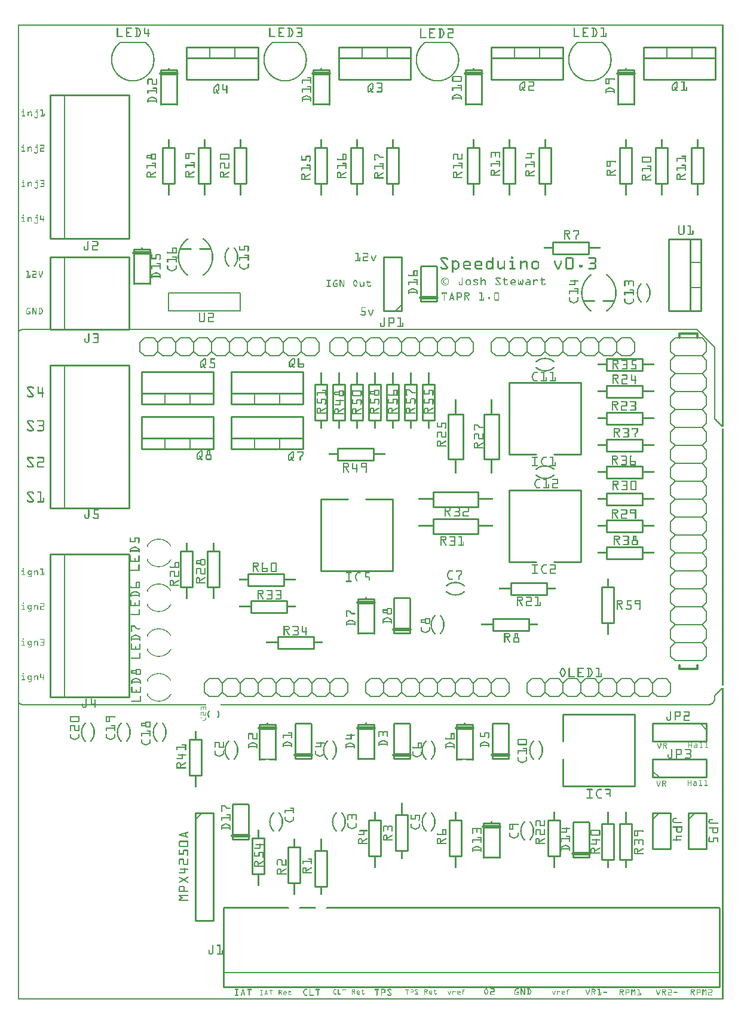
<source format=gto>
G04 MADE WITH FRITZING*
G04 WWW.FRITZING.ORG*
G04 DOUBLE SIDED*
G04 HOLES PLATED*
G04 CONTOUR ON CENTER OF CONTOUR VECTOR*
%ASAXBY*%
%FSLAX23Y23*%
%MOIN*%
%OFA0B0*%
%SFA1.0B1.0*%
%ADD10C,0.010000*%
%ADD11C,0.005000*%
%ADD12C,0.012000*%
%ADD13C,0.006000*%
%ADD14C,0.020000*%
%ADD15C,0.007874*%
%ADD16R,0.001000X0.001000*%
%LNSILK1*%
G90*
G70*
G54D10*
X1692Y2791D02*
X1692Y2391D01*
D02*
X1692Y2391D02*
X2092Y2391D01*
D02*
X2092Y2391D02*
X2092Y2791D01*
D02*
X1692Y2791D02*
X1842Y2791D01*
D02*
X1942Y2791D02*
X2092Y2791D01*
D02*
X3259Y2101D02*
X3259Y2301D01*
D02*
X3259Y2301D02*
X3325Y2301D01*
D02*
X3325Y2301D02*
X3325Y2101D01*
D02*
X3325Y2101D02*
X3259Y2101D01*
D02*
X1483Y2308D02*
X1283Y2308D01*
D02*
X1283Y2308D02*
X1283Y2374D01*
D02*
X1283Y2374D02*
X1483Y2374D01*
D02*
X1483Y2374D02*
X1483Y2308D01*
D02*
X1092Y3321D02*
X692Y3321D01*
D02*
X692Y3321D02*
X692Y3501D01*
D02*
X692Y3501D02*
X1092Y3501D01*
D02*
X1092Y3501D02*
X1092Y3321D01*
D02*
X1092Y3321D02*
X692Y3321D01*
D02*
X692Y3321D02*
X692Y3381D01*
D02*
X692Y3381D02*
X1092Y3381D01*
D02*
X1092Y3381D02*
X1092Y3321D01*
G54D11*
D02*
X962Y3321D02*
X962Y3381D01*
D02*
X822Y3321D02*
X822Y3381D01*
G54D10*
D02*
X1592Y3321D02*
X1192Y3321D01*
D02*
X1192Y3321D02*
X1192Y3501D01*
D02*
X1192Y3501D02*
X1592Y3501D01*
D02*
X1592Y3501D02*
X1592Y3321D01*
D02*
X1592Y3321D02*
X1192Y3321D01*
D02*
X1192Y3321D02*
X1192Y3381D01*
D02*
X1192Y3381D02*
X1592Y3381D01*
D02*
X1592Y3381D02*
X1592Y3321D01*
G54D11*
D02*
X1462Y3321D02*
X1462Y3381D01*
D02*
X1322Y3321D02*
X1322Y3381D01*
G54D10*
D02*
X1592Y3071D02*
X1192Y3071D01*
D02*
X1192Y3071D02*
X1192Y3251D01*
D02*
X1192Y3251D02*
X1592Y3251D01*
D02*
X1592Y3251D02*
X1592Y3071D01*
D02*
X1592Y3071D02*
X1192Y3071D01*
D02*
X1192Y3071D02*
X1192Y3131D01*
D02*
X1192Y3131D02*
X1592Y3131D01*
D02*
X1592Y3131D02*
X1592Y3071D01*
G54D11*
D02*
X1462Y3071D02*
X1462Y3131D01*
D02*
X1322Y3071D02*
X1322Y3131D01*
G54D10*
D02*
X1092Y3071D02*
X692Y3071D01*
D02*
X692Y3071D02*
X692Y3251D01*
D02*
X692Y3251D02*
X1092Y3251D01*
D02*
X1092Y3251D02*
X1092Y3071D01*
D02*
X1092Y3071D02*
X692Y3071D01*
D02*
X692Y3071D02*
X692Y3131D01*
D02*
X692Y3131D02*
X1092Y3131D01*
D02*
X1092Y3131D02*
X1092Y3071D01*
G54D11*
D02*
X962Y3071D02*
X962Y3131D01*
D02*
X822Y3071D02*
X822Y3131D01*
G54D10*
D02*
X1309Y701D02*
X1309Y901D01*
D02*
X1309Y901D02*
X1375Y901D01*
D02*
X1375Y901D02*
X1375Y701D01*
D02*
X1375Y701D02*
X1309Y701D01*
G54D12*
D02*
X3692Y1866D02*
X3692Y1846D01*
D02*
X3692Y1846D02*
X3792Y1846D01*
D02*
X3792Y1846D02*
X3792Y1866D01*
D02*
X3692Y3691D02*
X3692Y3716D01*
D02*
X3692Y3716D02*
X3792Y3716D01*
D02*
X3792Y3716D02*
X3792Y3691D01*
G54D13*
D02*
X3467Y1791D02*
X3517Y1791D01*
D02*
X3517Y1791D02*
X3542Y1766D01*
D02*
X3542Y1766D02*
X3542Y1716D01*
D02*
X3542Y1716D02*
X3517Y1691D01*
D02*
X3342Y1766D02*
X3367Y1791D01*
D02*
X3367Y1791D02*
X3417Y1791D01*
D02*
X3417Y1791D02*
X3442Y1766D01*
D02*
X3442Y1766D02*
X3442Y1716D01*
D02*
X3442Y1716D02*
X3417Y1691D01*
D02*
X3417Y1691D02*
X3367Y1691D01*
D02*
X3367Y1691D02*
X3342Y1716D01*
D02*
X3467Y1791D02*
X3442Y1766D01*
D02*
X3442Y1716D02*
X3467Y1691D01*
D02*
X3517Y1691D02*
X3467Y1691D01*
D02*
X3167Y1791D02*
X3217Y1791D01*
D02*
X3217Y1791D02*
X3242Y1766D01*
D02*
X3242Y1766D02*
X3242Y1716D01*
D02*
X3242Y1716D02*
X3217Y1691D01*
D02*
X3242Y1766D02*
X3267Y1791D01*
D02*
X3267Y1791D02*
X3317Y1791D01*
D02*
X3317Y1791D02*
X3342Y1766D01*
D02*
X3342Y1766D02*
X3342Y1716D01*
D02*
X3342Y1716D02*
X3317Y1691D01*
D02*
X3317Y1691D02*
X3267Y1691D01*
D02*
X3267Y1691D02*
X3242Y1716D01*
D02*
X3042Y1766D02*
X3067Y1791D01*
D02*
X3067Y1791D02*
X3117Y1791D01*
D02*
X3117Y1791D02*
X3142Y1766D01*
D02*
X3142Y1766D02*
X3142Y1716D01*
D02*
X3142Y1716D02*
X3117Y1691D01*
D02*
X3117Y1691D02*
X3067Y1691D01*
D02*
X3067Y1691D02*
X3042Y1716D01*
D02*
X3167Y1791D02*
X3142Y1766D01*
D02*
X3142Y1716D02*
X3167Y1691D01*
D02*
X3217Y1691D02*
X3167Y1691D01*
D02*
X2867Y1791D02*
X2917Y1791D01*
D02*
X2917Y1791D02*
X2942Y1766D01*
D02*
X2942Y1766D02*
X2942Y1716D01*
D02*
X2942Y1716D02*
X2917Y1691D01*
D02*
X2942Y1766D02*
X2967Y1791D01*
D02*
X2967Y1791D02*
X3017Y1791D01*
D02*
X3017Y1791D02*
X3042Y1766D01*
D02*
X3042Y1766D02*
X3042Y1716D01*
D02*
X3042Y1716D02*
X3017Y1691D01*
D02*
X3017Y1691D02*
X2967Y1691D01*
D02*
X2967Y1691D02*
X2942Y1716D01*
D02*
X2842Y1766D02*
X2842Y1716D01*
D02*
X2867Y1791D02*
X2842Y1766D01*
D02*
X2842Y1716D02*
X2867Y1691D01*
D02*
X2917Y1691D02*
X2867Y1691D01*
D02*
X3567Y1791D02*
X3617Y1791D01*
D02*
X3617Y1791D02*
X3642Y1766D01*
D02*
X3642Y1766D02*
X3642Y1716D01*
D02*
X3642Y1716D02*
X3617Y1691D01*
D02*
X3567Y1791D02*
X3542Y1766D01*
D02*
X3542Y1716D02*
X3567Y1691D01*
D02*
X3617Y1691D02*
X3567Y1691D01*
D02*
X2567Y1791D02*
X2617Y1791D01*
D02*
X2617Y1791D02*
X2642Y1766D01*
D02*
X2642Y1766D02*
X2642Y1716D01*
D02*
X2642Y1716D02*
X2617Y1691D01*
D02*
X2442Y1766D02*
X2467Y1791D01*
D02*
X2467Y1791D02*
X2517Y1791D01*
D02*
X2517Y1791D02*
X2542Y1766D01*
D02*
X2542Y1766D02*
X2542Y1716D01*
D02*
X2542Y1716D02*
X2517Y1691D01*
D02*
X2517Y1691D02*
X2467Y1691D01*
D02*
X2467Y1691D02*
X2442Y1716D01*
D02*
X2567Y1791D02*
X2542Y1766D01*
D02*
X2542Y1716D02*
X2567Y1691D01*
D02*
X2617Y1691D02*
X2567Y1691D01*
D02*
X2267Y1791D02*
X2317Y1791D01*
D02*
X2317Y1791D02*
X2342Y1766D01*
D02*
X2342Y1766D02*
X2342Y1716D01*
D02*
X2342Y1716D02*
X2317Y1691D01*
D02*
X2342Y1766D02*
X2367Y1791D01*
D02*
X2367Y1791D02*
X2417Y1791D01*
D02*
X2417Y1791D02*
X2442Y1766D01*
D02*
X2442Y1766D02*
X2442Y1716D01*
D02*
X2442Y1716D02*
X2417Y1691D01*
D02*
X2417Y1691D02*
X2367Y1691D01*
D02*
X2367Y1691D02*
X2342Y1716D01*
D02*
X2142Y1766D02*
X2167Y1791D01*
D02*
X2167Y1791D02*
X2217Y1791D01*
D02*
X2217Y1791D02*
X2242Y1766D01*
D02*
X2242Y1766D02*
X2242Y1716D01*
D02*
X2242Y1716D02*
X2217Y1691D01*
D02*
X2217Y1691D02*
X2167Y1691D01*
D02*
X2167Y1691D02*
X2142Y1716D01*
D02*
X2267Y1791D02*
X2242Y1766D01*
D02*
X2242Y1716D02*
X2267Y1691D01*
D02*
X2317Y1691D02*
X2267Y1691D01*
D02*
X1967Y1791D02*
X2017Y1791D01*
D02*
X2017Y1791D02*
X2042Y1766D01*
D02*
X2042Y1766D02*
X2042Y1716D01*
D02*
X2042Y1716D02*
X2017Y1691D01*
D02*
X2042Y1766D02*
X2067Y1791D01*
D02*
X2067Y1791D02*
X2117Y1791D01*
D02*
X2117Y1791D02*
X2142Y1766D01*
D02*
X2142Y1766D02*
X2142Y1716D01*
D02*
X2142Y1716D02*
X2117Y1691D01*
D02*
X2117Y1691D02*
X2067Y1691D01*
D02*
X2067Y1691D02*
X2042Y1716D01*
D02*
X1942Y1766D02*
X1942Y1716D01*
D02*
X1967Y1791D02*
X1942Y1766D01*
D02*
X1942Y1716D02*
X1967Y1691D01*
D02*
X2017Y1691D02*
X1967Y1691D01*
D02*
X2667Y1791D02*
X2717Y1791D01*
D02*
X2717Y1791D02*
X2742Y1766D01*
D02*
X2742Y1766D02*
X2742Y1716D01*
D02*
X2742Y1716D02*
X2717Y1691D01*
D02*
X2667Y1791D02*
X2642Y1766D01*
D02*
X2642Y1716D02*
X2667Y1691D01*
D02*
X2717Y1691D02*
X2667Y1691D01*
D02*
X2817Y3591D02*
X2767Y3591D01*
D02*
X2767Y3591D02*
X2742Y3616D01*
D02*
X2742Y3616D02*
X2742Y3666D01*
D02*
X2742Y3666D02*
X2767Y3691D01*
D02*
X2942Y3616D02*
X2917Y3591D01*
D02*
X2917Y3591D02*
X2867Y3591D01*
D02*
X2867Y3591D02*
X2842Y3616D01*
D02*
X2842Y3616D02*
X2842Y3666D01*
D02*
X2842Y3666D02*
X2867Y3691D01*
D02*
X2867Y3691D02*
X2917Y3691D01*
D02*
X2917Y3691D02*
X2942Y3666D01*
D02*
X2817Y3591D02*
X2842Y3616D01*
D02*
X2842Y3666D02*
X2817Y3691D01*
D02*
X2767Y3691D02*
X2817Y3691D01*
D02*
X3117Y3591D02*
X3067Y3591D01*
D02*
X3067Y3591D02*
X3042Y3616D01*
D02*
X3042Y3616D02*
X3042Y3666D01*
D02*
X3042Y3666D02*
X3067Y3691D01*
D02*
X3042Y3616D02*
X3017Y3591D01*
D02*
X3017Y3591D02*
X2967Y3591D01*
D02*
X2967Y3591D02*
X2942Y3616D01*
D02*
X2942Y3616D02*
X2942Y3666D01*
D02*
X2942Y3666D02*
X2967Y3691D01*
D02*
X2967Y3691D02*
X3017Y3691D01*
D02*
X3017Y3691D02*
X3042Y3666D01*
D02*
X3242Y3616D02*
X3217Y3591D01*
D02*
X3217Y3591D02*
X3167Y3591D01*
D02*
X3167Y3591D02*
X3142Y3616D01*
D02*
X3142Y3616D02*
X3142Y3666D01*
D02*
X3142Y3666D02*
X3167Y3691D01*
D02*
X3167Y3691D02*
X3217Y3691D01*
D02*
X3217Y3691D02*
X3242Y3666D01*
D02*
X3117Y3591D02*
X3142Y3616D01*
D02*
X3142Y3666D02*
X3117Y3691D01*
D02*
X3067Y3691D02*
X3117Y3691D01*
D02*
X3417Y3591D02*
X3367Y3591D01*
D02*
X3367Y3591D02*
X3342Y3616D01*
D02*
X3342Y3616D02*
X3342Y3666D01*
D02*
X3342Y3666D02*
X3367Y3691D01*
D02*
X3342Y3616D02*
X3317Y3591D01*
D02*
X3317Y3591D02*
X3267Y3591D01*
D02*
X3267Y3591D02*
X3242Y3616D01*
D02*
X3242Y3616D02*
X3242Y3666D01*
D02*
X3242Y3666D02*
X3267Y3691D01*
D02*
X3267Y3691D02*
X3317Y3691D01*
D02*
X3317Y3691D02*
X3342Y3666D01*
D02*
X3442Y3616D02*
X3442Y3666D01*
D02*
X3417Y3591D02*
X3442Y3616D01*
D02*
X3442Y3666D02*
X3417Y3691D01*
D02*
X3367Y3691D02*
X3417Y3691D01*
D02*
X2717Y3591D02*
X2667Y3591D01*
D02*
X2667Y3591D02*
X2642Y3616D01*
D02*
X2642Y3616D02*
X2642Y3666D01*
D02*
X2642Y3666D02*
X2667Y3691D01*
D02*
X2717Y3591D02*
X2742Y3616D01*
D02*
X2742Y3666D02*
X2717Y3691D01*
D02*
X2667Y3691D02*
X2717Y3691D01*
D02*
X1482Y3666D02*
X1507Y3691D01*
D02*
X1507Y3691D02*
X1557Y3691D01*
D02*
X1557Y3691D02*
X1582Y3666D01*
D02*
X1582Y3666D02*
X1582Y3616D01*
D02*
X1582Y3616D02*
X1557Y3591D01*
D02*
X1557Y3591D02*
X1507Y3591D01*
D02*
X1507Y3591D02*
X1482Y3616D01*
D02*
X1307Y3691D02*
X1357Y3691D01*
D02*
X1357Y3691D02*
X1382Y3666D01*
D02*
X1382Y3666D02*
X1382Y3616D01*
D02*
X1382Y3616D02*
X1357Y3591D01*
D02*
X1382Y3666D02*
X1407Y3691D01*
D02*
X1407Y3691D02*
X1457Y3691D01*
D02*
X1457Y3691D02*
X1482Y3666D01*
D02*
X1482Y3666D02*
X1482Y3616D01*
D02*
X1482Y3616D02*
X1457Y3591D01*
D02*
X1457Y3591D02*
X1407Y3591D01*
D02*
X1407Y3591D02*
X1382Y3616D01*
D02*
X1182Y3666D02*
X1207Y3691D01*
D02*
X1207Y3691D02*
X1257Y3691D01*
D02*
X1257Y3691D02*
X1282Y3666D01*
D02*
X1282Y3666D02*
X1282Y3616D01*
D02*
X1282Y3616D02*
X1257Y3591D01*
D02*
X1257Y3591D02*
X1207Y3591D01*
D02*
X1207Y3591D02*
X1182Y3616D01*
D02*
X1307Y3691D02*
X1282Y3666D01*
D02*
X1282Y3616D02*
X1307Y3591D01*
D02*
X1357Y3591D02*
X1307Y3591D01*
D02*
X1007Y3691D02*
X1057Y3691D01*
D02*
X1057Y3691D02*
X1082Y3666D01*
D02*
X1082Y3666D02*
X1082Y3616D01*
D02*
X1082Y3616D02*
X1057Y3591D01*
D02*
X1082Y3666D02*
X1107Y3691D01*
D02*
X1107Y3691D02*
X1157Y3691D01*
D02*
X1157Y3691D02*
X1182Y3666D01*
D02*
X1182Y3666D02*
X1182Y3616D01*
D02*
X1182Y3616D02*
X1157Y3591D01*
D02*
X1157Y3591D02*
X1107Y3591D01*
D02*
X1107Y3591D02*
X1082Y3616D01*
D02*
X882Y3666D02*
X907Y3691D01*
D02*
X907Y3691D02*
X957Y3691D01*
D02*
X957Y3691D02*
X982Y3666D01*
D02*
X982Y3666D02*
X982Y3616D01*
D02*
X982Y3616D02*
X957Y3591D01*
D02*
X957Y3591D02*
X907Y3591D01*
D02*
X907Y3591D02*
X882Y3616D01*
D02*
X1007Y3691D02*
X982Y3666D01*
D02*
X982Y3616D02*
X1007Y3591D01*
D02*
X1057Y3591D02*
X1007Y3591D01*
D02*
X707Y3691D02*
X757Y3691D01*
D02*
X757Y3691D02*
X782Y3666D01*
D02*
X782Y3666D02*
X782Y3616D01*
D02*
X782Y3616D02*
X757Y3591D01*
D02*
X782Y3666D02*
X807Y3691D01*
D02*
X807Y3691D02*
X857Y3691D01*
D02*
X857Y3691D02*
X882Y3666D01*
D02*
X882Y3666D02*
X882Y3616D01*
D02*
X882Y3616D02*
X857Y3591D01*
D02*
X857Y3591D02*
X807Y3591D01*
D02*
X807Y3591D02*
X782Y3616D01*
D02*
X682Y3666D02*
X682Y3616D01*
D02*
X707Y3691D02*
X682Y3666D01*
D02*
X682Y3616D02*
X707Y3591D01*
D02*
X757Y3591D02*
X707Y3591D01*
D02*
X1607Y3691D02*
X1657Y3691D01*
D02*
X1657Y3691D02*
X1682Y3666D01*
D02*
X1682Y3666D02*
X1682Y3616D01*
D02*
X1682Y3616D02*
X1657Y3591D01*
D02*
X1607Y3691D02*
X1582Y3666D01*
D02*
X1582Y3616D02*
X1607Y3591D01*
D02*
X1657Y3591D02*
X1607Y3591D01*
D02*
X1667Y1791D02*
X1717Y1791D01*
D02*
X1717Y1791D02*
X1742Y1766D01*
D02*
X1742Y1766D02*
X1742Y1716D01*
D02*
X1742Y1716D02*
X1717Y1691D01*
D02*
X1542Y1766D02*
X1567Y1791D01*
D02*
X1567Y1791D02*
X1617Y1791D01*
D02*
X1617Y1791D02*
X1642Y1766D01*
D02*
X1642Y1766D02*
X1642Y1716D01*
D02*
X1642Y1716D02*
X1617Y1691D01*
D02*
X1617Y1691D02*
X1567Y1691D01*
D02*
X1567Y1691D02*
X1542Y1716D01*
D02*
X1667Y1791D02*
X1642Y1766D01*
D02*
X1642Y1716D02*
X1667Y1691D01*
D02*
X1717Y1691D02*
X1667Y1691D01*
D02*
X1367Y1791D02*
X1417Y1791D01*
D02*
X1417Y1791D02*
X1442Y1766D01*
D02*
X1442Y1766D02*
X1442Y1716D01*
D02*
X1442Y1716D02*
X1417Y1691D01*
D02*
X1442Y1766D02*
X1467Y1791D01*
D02*
X1467Y1791D02*
X1517Y1791D01*
D02*
X1517Y1791D02*
X1542Y1766D01*
D02*
X1542Y1766D02*
X1542Y1716D01*
D02*
X1542Y1716D02*
X1517Y1691D01*
D02*
X1517Y1691D02*
X1467Y1691D01*
D02*
X1467Y1691D02*
X1442Y1716D01*
D02*
X1242Y1766D02*
X1267Y1791D01*
D02*
X1267Y1791D02*
X1317Y1791D01*
D02*
X1317Y1791D02*
X1342Y1766D01*
D02*
X1342Y1766D02*
X1342Y1716D01*
D02*
X1342Y1716D02*
X1317Y1691D01*
D02*
X1317Y1691D02*
X1267Y1691D01*
D02*
X1267Y1691D02*
X1242Y1716D01*
D02*
X1367Y1791D02*
X1342Y1766D01*
D02*
X1342Y1716D02*
X1367Y1691D01*
D02*
X1417Y1691D02*
X1367Y1691D01*
D02*
X1067Y1791D02*
X1117Y1791D01*
D02*
X1117Y1791D02*
X1142Y1766D01*
D02*
X1142Y1766D02*
X1142Y1716D01*
D02*
X1142Y1716D02*
X1117Y1691D01*
D02*
X1142Y1766D02*
X1167Y1791D01*
D02*
X1167Y1791D02*
X1217Y1791D01*
D02*
X1217Y1791D02*
X1242Y1766D01*
D02*
X1242Y1766D02*
X1242Y1716D01*
D02*
X1242Y1716D02*
X1217Y1691D01*
D02*
X1217Y1691D02*
X1167Y1691D01*
D02*
X1167Y1691D02*
X1142Y1716D01*
D02*
X1042Y1766D02*
X1042Y1716D01*
D02*
X1067Y1791D02*
X1042Y1766D01*
D02*
X1042Y1716D02*
X1067Y1691D01*
D02*
X1117Y1691D02*
X1067Y1691D01*
D02*
X1767Y1791D02*
X1817Y1791D01*
D02*
X1817Y1791D02*
X1842Y1766D01*
D02*
X1842Y1766D02*
X1842Y1716D01*
D02*
X1842Y1716D02*
X1817Y1691D01*
D02*
X1767Y1791D02*
X1742Y1766D01*
D02*
X1742Y1716D02*
X1767Y1691D01*
D02*
X1817Y1691D02*
X1767Y1691D01*
D02*
X1917Y3591D02*
X1867Y3591D01*
D02*
X1867Y3591D02*
X1842Y3616D01*
D02*
X1842Y3616D02*
X1842Y3666D01*
D02*
X1842Y3666D02*
X1867Y3691D01*
D02*
X2042Y3616D02*
X2017Y3591D01*
D02*
X2017Y3591D02*
X1967Y3591D01*
D02*
X1967Y3591D02*
X1942Y3616D01*
D02*
X1942Y3616D02*
X1942Y3666D01*
D02*
X1942Y3666D02*
X1967Y3691D01*
D02*
X1967Y3691D02*
X2017Y3691D01*
D02*
X2017Y3691D02*
X2042Y3666D01*
D02*
X1917Y3591D02*
X1942Y3616D01*
D02*
X1942Y3666D02*
X1917Y3691D01*
D02*
X1867Y3691D02*
X1917Y3691D01*
D02*
X2217Y3591D02*
X2167Y3591D01*
D02*
X2167Y3591D02*
X2142Y3616D01*
D02*
X2142Y3616D02*
X2142Y3666D01*
D02*
X2142Y3666D02*
X2167Y3691D01*
D02*
X2142Y3616D02*
X2117Y3591D01*
D02*
X2117Y3591D02*
X2067Y3591D01*
D02*
X2067Y3591D02*
X2042Y3616D01*
D02*
X2042Y3616D02*
X2042Y3666D01*
D02*
X2042Y3666D02*
X2067Y3691D01*
D02*
X2067Y3691D02*
X2117Y3691D01*
D02*
X2117Y3691D02*
X2142Y3666D01*
D02*
X2342Y3616D02*
X2317Y3591D01*
D02*
X2317Y3591D02*
X2267Y3591D01*
D02*
X2267Y3591D02*
X2242Y3616D01*
D02*
X2242Y3616D02*
X2242Y3666D01*
D02*
X2242Y3666D02*
X2267Y3691D01*
D02*
X2267Y3691D02*
X2317Y3691D01*
D02*
X2317Y3691D02*
X2342Y3666D01*
D02*
X2217Y3591D02*
X2242Y3616D01*
D02*
X2242Y3666D02*
X2217Y3691D01*
D02*
X2167Y3691D02*
X2217Y3691D01*
D02*
X2517Y3591D02*
X2467Y3591D01*
D02*
X2467Y3591D02*
X2442Y3616D01*
D02*
X2442Y3616D02*
X2442Y3666D01*
D02*
X2442Y3666D02*
X2467Y3691D01*
D02*
X2442Y3616D02*
X2417Y3591D01*
D02*
X2417Y3591D02*
X2367Y3591D01*
D02*
X2367Y3591D02*
X2342Y3616D01*
D02*
X2342Y3616D02*
X2342Y3666D01*
D02*
X2342Y3666D02*
X2367Y3691D01*
D02*
X2367Y3691D02*
X2417Y3691D01*
D02*
X2417Y3691D02*
X2442Y3666D01*
D02*
X2542Y3616D02*
X2542Y3666D01*
D02*
X2517Y3591D02*
X2542Y3616D01*
D02*
X2542Y3666D02*
X2517Y3691D01*
D02*
X2467Y3691D02*
X2517Y3691D01*
D02*
X1817Y3591D02*
X1767Y3591D01*
D02*
X1767Y3591D02*
X1742Y3616D01*
D02*
X1742Y3616D02*
X1742Y3666D01*
D02*
X1742Y3666D02*
X1767Y3691D01*
D02*
X1817Y3591D02*
X1842Y3616D01*
D02*
X1842Y3666D02*
X1817Y3691D01*
D02*
X1767Y3691D02*
X1817Y3691D01*
D02*
X3667Y3691D02*
X3642Y3666D01*
D02*
X3642Y3666D02*
X3642Y3616D01*
D02*
X3642Y3616D02*
X3667Y3591D01*
D02*
X3667Y3591D02*
X3642Y3566D01*
D02*
X3642Y3566D02*
X3642Y3516D01*
D02*
X3642Y3516D02*
X3667Y3491D01*
D02*
X3667Y3491D02*
X3642Y3466D01*
D02*
X3642Y3466D02*
X3642Y3416D01*
D02*
X3642Y3416D02*
X3667Y3391D01*
D02*
X3667Y3391D02*
X3642Y3366D01*
D02*
X3642Y3366D02*
X3642Y3316D01*
D02*
X3642Y3316D02*
X3667Y3291D01*
D02*
X3667Y3291D02*
X3642Y3266D01*
D02*
X3642Y3266D02*
X3642Y3216D01*
D02*
X3642Y3216D02*
X3667Y3191D01*
D02*
X3667Y3191D02*
X3642Y3166D01*
D02*
X3642Y3166D02*
X3642Y3116D01*
D02*
X3642Y3116D02*
X3667Y3091D01*
D02*
X3667Y3691D02*
X3817Y3691D01*
D02*
X3817Y3691D02*
X3842Y3666D01*
D02*
X3842Y3666D02*
X3842Y3616D01*
D02*
X3842Y3616D02*
X3817Y3591D01*
D02*
X3817Y3591D02*
X3842Y3566D01*
D02*
X3842Y3566D02*
X3842Y3516D01*
D02*
X3842Y3516D02*
X3817Y3491D01*
D02*
X3817Y3491D02*
X3842Y3466D01*
D02*
X3842Y3466D02*
X3842Y3416D01*
D02*
X3842Y3416D02*
X3817Y3391D01*
D02*
X3817Y3391D02*
X3842Y3366D01*
D02*
X3842Y3366D02*
X3842Y3316D01*
D02*
X3842Y3316D02*
X3817Y3291D01*
D02*
X3817Y3291D02*
X3842Y3266D01*
D02*
X3842Y3266D02*
X3842Y3216D01*
D02*
X3842Y3216D02*
X3817Y3191D01*
D02*
X3817Y3191D02*
X3842Y3166D01*
D02*
X3842Y3166D02*
X3842Y3116D01*
D02*
X3842Y3116D02*
X3817Y3091D01*
D02*
X3817Y3091D02*
X3842Y3066D01*
D02*
X3842Y3066D02*
X3842Y3016D01*
D02*
X3842Y3016D02*
X3817Y2991D01*
D02*
X3817Y2991D02*
X3842Y2966D01*
D02*
X3842Y2966D02*
X3842Y2916D01*
D02*
X3842Y2916D02*
X3817Y2891D01*
D02*
X3817Y2891D02*
X3842Y2866D01*
D02*
X3842Y2866D02*
X3842Y2816D01*
D02*
X3842Y2816D02*
X3817Y2791D01*
D02*
X3817Y2791D02*
X3842Y2766D01*
D02*
X3842Y2766D02*
X3842Y2716D01*
D02*
X3842Y2716D02*
X3817Y2691D01*
D02*
X3817Y2691D02*
X3842Y2666D01*
D02*
X3842Y2666D02*
X3842Y2616D01*
D02*
X3842Y2616D02*
X3817Y2591D01*
D02*
X3817Y2591D02*
X3842Y2566D01*
D02*
X3842Y2566D02*
X3842Y2516D01*
D02*
X3817Y2491D02*
X3842Y2516D01*
D02*
X3817Y2491D02*
X3842Y2466D01*
D02*
X3842Y2416D02*
X3842Y2466D01*
D02*
X3842Y2416D02*
X3817Y2391D01*
D02*
X3817Y2391D02*
X3842Y2366D01*
D02*
X3842Y2316D02*
X3842Y2366D01*
D02*
X3842Y2316D02*
X3817Y2291D01*
D02*
X3817Y2291D02*
X3842Y2266D01*
D02*
X3842Y2216D02*
X3842Y2266D01*
D02*
X3842Y2216D02*
X3817Y2191D01*
D02*
X3817Y2191D02*
X3842Y2166D01*
D02*
X3842Y2116D02*
X3842Y2166D01*
D02*
X3842Y2116D02*
X3817Y2091D01*
D02*
X3817Y2091D02*
X3842Y2066D01*
D02*
X3842Y2016D02*
X3842Y2066D01*
D02*
X3842Y2016D02*
X3817Y1991D01*
D02*
X3817Y1991D02*
X3842Y1966D01*
D02*
X3842Y1916D02*
X3842Y1966D01*
D02*
X3842Y1916D02*
X3817Y1891D01*
D02*
X3667Y1891D02*
X3642Y1916D01*
D02*
X3642Y1916D02*
X3642Y1966D01*
D02*
X3667Y1991D02*
X3642Y1966D01*
D02*
X3667Y1991D02*
X3642Y2016D01*
D02*
X3642Y2016D02*
X3642Y2066D01*
D02*
X3667Y2091D02*
X3642Y2066D01*
D02*
X3667Y2091D02*
X3642Y2116D01*
D02*
X3642Y2166D02*
X3642Y2116D01*
D02*
X3642Y2166D02*
X3667Y2191D01*
D02*
X3667Y2191D02*
X3642Y2216D01*
D02*
X3642Y2266D02*
X3642Y2216D01*
D02*
X3642Y2266D02*
X3667Y2291D01*
D02*
X3667Y2291D02*
X3642Y2316D01*
D02*
X3642Y2316D02*
X3642Y2366D01*
D02*
X3667Y2391D02*
X3642Y2366D01*
D02*
X3667Y2391D02*
X3642Y2416D01*
D02*
X3642Y2416D02*
X3642Y2466D01*
D02*
X3667Y2491D02*
X3642Y2466D01*
D02*
X3667Y2491D02*
X3642Y2516D01*
D02*
X3642Y2516D02*
X3642Y2566D01*
D02*
X3667Y2591D02*
X3642Y2566D01*
D02*
X3667Y2591D02*
X3642Y2616D01*
D02*
X3642Y2616D02*
X3642Y2666D01*
D02*
X3667Y2691D02*
X3642Y2666D01*
D02*
X3667Y2691D02*
X3642Y2716D01*
D02*
X3642Y2716D02*
X3642Y2766D01*
D02*
X3667Y2791D02*
X3642Y2766D01*
D02*
X3667Y2791D02*
X3642Y2816D01*
D02*
X3642Y2816D02*
X3642Y2866D01*
D02*
X3667Y2891D02*
X3642Y2866D01*
D02*
X3667Y2891D02*
X3642Y2916D01*
D02*
X3642Y2916D02*
X3642Y2966D01*
D02*
X3667Y2991D02*
X3642Y2966D01*
D02*
X3667Y2991D02*
X3642Y3016D01*
D02*
X3642Y3016D02*
X3642Y3066D01*
D02*
X3667Y3091D02*
X3642Y3066D01*
D02*
X3817Y3591D02*
X3667Y3591D01*
D02*
X3817Y3491D02*
X3667Y3491D01*
D02*
X3817Y3391D02*
X3667Y3391D01*
D02*
X3817Y3291D02*
X3667Y3291D01*
D02*
X3817Y3191D02*
X3667Y3191D01*
D02*
X3817Y3091D02*
X3667Y3091D01*
D02*
X3817Y2991D02*
X3667Y2991D01*
D02*
X3817Y2891D02*
X3667Y2891D01*
D02*
X3817Y2791D02*
X3667Y2791D01*
D02*
X3817Y2691D02*
X3667Y2691D01*
D02*
X3817Y2591D02*
X3667Y2591D01*
D02*
X3817Y2491D02*
X3667Y2491D01*
D02*
X3817Y2391D02*
X3667Y2391D01*
D02*
X3817Y2291D02*
X3667Y2291D01*
D02*
X3817Y2191D02*
X3667Y2191D01*
D02*
X3817Y2091D02*
X3667Y2091D01*
D02*
X3817Y1991D02*
X3667Y1991D01*
D02*
X3817Y1891D02*
X3667Y1891D01*
G54D10*
D02*
X2247Y3895D02*
X2247Y4090D01*
D02*
X2337Y4090D02*
X2337Y3895D01*
D02*
X2337Y3895D02*
X2247Y3895D01*
G54D14*
D02*
X2337Y3915D02*
X2247Y3915D01*
G54D10*
D02*
X959Y1251D02*
X959Y1451D01*
D02*
X959Y1451D02*
X1025Y1451D01*
D02*
X1025Y1451D02*
X1025Y1251D01*
D02*
X1025Y1251D02*
X959Y1251D01*
D02*
X992Y1041D02*
X992Y441D01*
D02*
X992Y441D02*
X1092Y441D01*
D02*
X1092Y441D02*
X1092Y1041D01*
D02*
X1092Y1041D02*
X992Y1041D01*
G54D11*
D02*
X992Y1006D02*
X1027Y1041D01*
G54D10*
D02*
X3042Y1191D02*
X3442Y1191D01*
D02*
X3442Y1191D02*
X3442Y1591D01*
D02*
X3442Y1591D02*
X3042Y1591D01*
D02*
X3042Y1191D02*
X3042Y1341D01*
D02*
X3042Y1441D02*
X3042Y1591D01*
D02*
X3542Y1241D02*
X3842Y1241D01*
D02*
X3842Y1241D02*
X3842Y1341D01*
D02*
X3842Y1341D02*
X3542Y1341D01*
D02*
X3542Y1341D02*
X3542Y1241D01*
G54D11*
D02*
X3577Y1241D02*
X3542Y1276D01*
G54D10*
D02*
X3842Y1541D02*
X3542Y1541D01*
D02*
X3542Y1541D02*
X3542Y1441D01*
D02*
X3542Y1441D02*
X3842Y1441D01*
D02*
X3842Y1441D02*
X3842Y1541D01*
G54D11*
D02*
X3807Y1541D02*
X3842Y1506D01*
G54D10*
D02*
X2142Y3841D02*
X2142Y4141D01*
D02*
X2142Y4141D02*
X2042Y4141D01*
D02*
X2042Y4141D02*
X2042Y3841D01*
D02*
X2042Y3841D02*
X2142Y3841D01*
G54D11*
D02*
X2142Y3876D02*
X2107Y3841D01*
G54D10*
D02*
X3325Y982D02*
X3325Y782D01*
D02*
X3325Y782D02*
X3259Y782D01*
D02*
X3259Y782D02*
X3259Y982D01*
D02*
X3259Y982D02*
X3325Y982D01*
D02*
X3425Y982D02*
X3425Y782D01*
D02*
X3425Y782D02*
X3359Y782D01*
D02*
X3359Y782D02*
X3359Y982D01*
D02*
X3359Y982D02*
X3425Y982D01*
D02*
X3542Y1041D02*
X3542Y841D01*
D02*
X3542Y841D02*
X3642Y841D01*
D02*
X3642Y841D02*
X3642Y1041D01*
D02*
X3642Y1041D02*
X3542Y1041D01*
G54D11*
D02*
X3542Y1006D02*
X3577Y1041D01*
G54D10*
D02*
X3742Y1041D02*
X3742Y841D01*
D02*
X3742Y841D02*
X3842Y841D01*
D02*
X3842Y841D02*
X3842Y1041D01*
D02*
X3842Y1041D02*
X3742Y1041D01*
G54D11*
D02*
X3742Y1006D02*
X3777Y1041D01*
G54D10*
D02*
X3483Y2458D02*
X3283Y2458D01*
D02*
X3283Y2458D02*
X3283Y2524D01*
D02*
X3283Y2524D02*
X3483Y2524D01*
D02*
X3483Y2524D02*
X3483Y2458D01*
D02*
X2325Y3432D02*
X2325Y3232D01*
D02*
X2325Y3232D02*
X2259Y3232D01*
D02*
X2259Y3232D02*
X2259Y3432D01*
D02*
X2259Y3432D02*
X2325Y3432D01*
D02*
X1825Y3432D02*
X1825Y3232D01*
D02*
X1825Y3232D02*
X1759Y3232D01*
D02*
X1759Y3232D02*
X1759Y3432D01*
D02*
X1759Y3432D02*
X1825Y3432D01*
D02*
X3483Y3058D02*
X3283Y3058D01*
D02*
X3283Y3058D02*
X3283Y3124D01*
D02*
X3283Y3124D02*
X3483Y3124D01*
D02*
X3483Y3124D02*
X3483Y3058D01*
D02*
X3483Y2908D02*
X3283Y2908D01*
D02*
X3283Y2908D02*
X3283Y2974D01*
D02*
X3283Y2974D02*
X3483Y2974D01*
D02*
X3483Y2974D02*
X3483Y2908D01*
D02*
X2125Y3432D02*
X2125Y3232D01*
D02*
X2125Y3232D02*
X2059Y3232D01*
D02*
X2059Y3232D02*
X2059Y3432D01*
D02*
X2059Y3432D02*
X2125Y3432D01*
D02*
X1983Y3008D02*
X1783Y3008D01*
D02*
X1783Y3008D02*
X1783Y3074D01*
D02*
X1783Y3074D02*
X1983Y3074D01*
D02*
X1983Y3074D02*
X1983Y3008D01*
D02*
X3483Y3508D02*
X3283Y3508D01*
D02*
X3283Y3508D02*
X3283Y3574D01*
D02*
X3283Y3574D02*
X3483Y3574D01*
D02*
X3483Y3574D02*
X3483Y3508D01*
D02*
X3812Y4241D02*
X3812Y3841D01*
D02*
X3812Y3841D02*
X3632Y3841D01*
D02*
X3632Y3841D02*
X3632Y4241D01*
D02*
X3632Y4241D02*
X3812Y4241D01*
D02*
X3812Y4241D02*
X3812Y3841D01*
D02*
X3812Y3841D02*
X3752Y3841D01*
D02*
X3752Y3841D02*
X3752Y4241D01*
D02*
X3752Y4241D02*
X3812Y4241D01*
G54D11*
D02*
X3812Y4111D02*
X3752Y4111D01*
D02*
X3812Y3971D02*
X3752Y3971D01*
G54D10*
D02*
X737Y4187D02*
X737Y3992D01*
D02*
X647Y3992D02*
X647Y4187D01*
D02*
X647Y4187D02*
X737Y4187D01*
G54D14*
D02*
X647Y4167D02*
X737Y4167D01*
G54D11*
D02*
X842Y3941D02*
X842Y3841D01*
D02*
X842Y3841D02*
X1242Y3841D01*
D02*
X1242Y3841D02*
X1242Y3941D01*
D02*
X1242Y3941D02*
X842Y3941D01*
G54D10*
D02*
X3142Y2441D02*
X3142Y2841D01*
D02*
X3142Y2841D02*
X2742Y2841D01*
D02*
X2742Y2841D02*
X2742Y2441D01*
D02*
X3142Y2441D02*
X2992Y2441D01*
D02*
X2892Y2441D02*
X2742Y2441D01*
D02*
X3142Y3041D02*
X3142Y3441D01*
D02*
X3142Y3441D02*
X2742Y3441D01*
D02*
X2742Y3441D02*
X2742Y3041D01*
D02*
X3142Y3041D02*
X2992Y3041D01*
D02*
X2892Y3041D02*
X2742Y3041D01*
D02*
X3483Y2608D02*
X3283Y2608D01*
D02*
X3283Y2608D02*
X3283Y2674D01*
D02*
X3283Y2674D02*
X3483Y2674D01*
D02*
X3483Y2674D02*
X3483Y2608D01*
D02*
X2225Y3432D02*
X2225Y3232D01*
D02*
X2225Y3232D02*
X2159Y3232D01*
D02*
X2159Y3232D02*
X2159Y3432D01*
D02*
X2159Y3432D02*
X2225Y3432D01*
D02*
X1925Y3432D02*
X1925Y3232D01*
D02*
X1925Y3232D02*
X1859Y3232D01*
D02*
X1859Y3232D02*
X1859Y3432D01*
D02*
X1859Y3432D02*
X1925Y3432D01*
D02*
X3483Y3208D02*
X3283Y3208D01*
D02*
X3283Y3208D02*
X3283Y3274D01*
D02*
X3283Y3274D02*
X3483Y3274D01*
D02*
X3483Y3274D02*
X3483Y3208D01*
D02*
X3483Y2758D02*
X3283Y2758D01*
D02*
X3283Y2758D02*
X3283Y2824D01*
D02*
X3283Y2824D02*
X3483Y2824D01*
D02*
X3483Y2824D02*
X3483Y2758D01*
D02*
X2025Y3432D02*
X2025Y3232D01*
D02*
X2025Y3232D02*
X1959Y3232D01*
D02*
X1959Y3232D02*
X1959Y3432D01*
D02*
X1959Y3432D02*
X2025Y3432D01*
D02*
X1725Y3432D02*
X1725Y3232D01*
D02*
X1725Y3232D02*
X1659Y3232D01*
D02*
X1659Y3232D02*
X1659Y3432D01*
D02*
X1659Y3432D02*
X1725Y3432D01*
D02*
X3483Y3358D02*
X3283Y3358D01*
D02*
X3283Y3358D02*
X3283Y3424D01*
D02*
X3283Y3424D02*
X3483Y3424D01*
D02*
X3483Y3424D02*
X3483Y3358D01*
D02*
X2317Y2682D02*
X2567Y2682D01*
D02*
X2567Y2682D02*
X2567Y2600D01*
D02*
X2567Y2600D02*
X2317Y2600D01*
D02*
X2317Y2600D02*
X2317Y2682D01*
D02*
X2601Y3016D02*
X2601Y3266D01*
D02*
X2601Y3266D02*
X2683Y3266D01*
D02*
X2683Y3266D02*
X2683Y3016D01*
D02*
X2683Y3016D02*
X2601Y3016D01*
D02*
X2568Y2750D02*
X2318Y2750D01*
D02*
X2318Y2750D02*
X2318Y2832D01*
D02*
X2318Y2832D02*
X2568Y2832D01*
D02*
X2568Y2832D02*
X2568Y2750D01*
D02*
X2483Y3267D02*
X2483Y3017D01*
D02*
X2483Y3017D02*
X2401Y3017D01*
D02*
X2401Y3017D02*
X2401Y3267D01*
D02*
X2401Y3267D02*
X2483Y3267D01*
D02*
X1302Y2224D02*
X1502Y2224D01*
D02*
X1502Y2224D02*
X1502Y2158D01*
D02*
X1502Y2158D02*
X1302Y2158D01*
D02*
X1302Y2158D02*
X1302Y2224D01*
D02*
X1059Y2301D02*
X1059Y2501D01*
D02*
X1059Y2501D02*
X1125Y2501D01*
D02*
X1125Y2501D02*
X1125Y2301D01*
D02*
X1125Y2301D02*
X1059Y2301D01*
D02*
X1452Y2024D02*
X1652Y2024D01*
D02*
X1652Y2024D02*
X1652Y1958D01*
D02*
X1652Y1958D02*
X1452Y1958D01*
D02*
X1452Y1958D02*
X1452Y2024D01*
D02*
X909Y2301D02*
X909Y2501D01*
D02*
X909Y2501D02*
X975Y2501D01*
D02*
X975Y2501D02*
X975Y2301D01*
D02*
X975Y2301D02*
X909Y2301D01*
D02*
X2752Y2324D02*
X2952Y2324D01*
D02*
X2952Y2324D02*
X2952Y2258D01*
D02*
X2952Y2258D02*
X2752Y2258D01*
D02*
X2752Y2258D02*
X2752Y2324D01*
D02*
X2175Y1032D02*
X2175Y832D01*
D02*
X2175Y832D02*
X2109Y832D01*
D02*
X2109Y832D02*
X2109Y1032D01*
D02*
X2109Y1032D02*
X2175Y1032D01*
D02*
X1725Y832D02*
X1725Y632D01*
D02*
X1725Y632D02*
X1659Y632D01*
D02*
X1659Y632D02*
X1659Y832D01*
D02*
X1659Y832D02*
X1725Y832D01*
D02*
X1959Y801D02*
X1959Y1001D01*
D02*
X1959Y1001D02*
X2025Y1001D01*
D02*
X2025Y1001D02*
X2025Y801D01*
D02*
X2025Y801D02*
X1959Y801D01*
D02*
X1509Y651D02*
X1509Y851D01*
D02*
X1509Y851D02*
X1575Y851D01*
D02*
X1575Y851D02*
X1575Y651D01*
D02*
X1575Y651D02*
X1509Y651D01*
D02*
X2097Y1345D02*
X2097Y1540D01*
D02*
X2187Y1540D02*
X2187Y1345D01*
D02*
X2187Y1345D02*
X2097Y1345D01*
G54D14*
D02*
X2187Y1365D02*
X2097Y1365D01*
G54D10*
D02*
X1437Y1535D02*
X1437Y1340D01*
D02*
X1347Y1340D02*
X1347Y1535D01*
D02*
X1347Y1535D02*
X1437Y1535D01*
G54D14*
D02*
X1347Y1515D02*
X1437Y1515D01*
G54D10*
D02*
X1547Y1345D02*
X1547Y1540D01*
D02*
X1637Y1540D02*
X1637Y1345D01*
D02*
X1637Y1345D02*
X1547Y1345D01*
G54D14*
D02*
X1637Y1365D02*
X1547Y1365D01*
G54D10*
D02*
X1197Y895D02*
X1197Y1090D01*
D02*
X1287Y1090D02*
X1287Y895D01*
D02*
X1287Y895D02*
X1197Y895D01*
G54D14*
D02*
X1287Y915D02*
X1197Y915D01*
G54D10*
D02*
X2097Y2045D02*
X2097Y2240D01*
D02*
X2187Y2240D02*
X2187Y2045D01*
D02*
X2187Y2045D02*
X2097Y2045D01*
G54D14*
D02*
X2187Y2065D02*
X2097Y2065D01*
G54D10*
D02*
X1987Y1537D02*
X1987Y1342D01*
D02*
X1897Y1342D02*
X1897Y1537D01*
D02*
X1897Y1537D02*
X1987Y1537D01*
G54D14*
D02*
X1897Y1517D02*
X1987Y1517D01*
G54D10*
D02*
X622Y2741D02*
X622Y3539D01*
D02*
X622Y3539D02*
X182Y3539D01*
D02*
X182Y3539D02*
X182Y2741D01*
D02*
X182Y2741D02*
X622Y2741D01*
G54D11*
D02*
X262Y3539D02*
X262Y2741D01*
G54D10*
D02*
X1149Y512D02*
X1149Y72D01*
D02*
X1149Y72D02*
X3915Y72D01*
D02*
X3915Y72D02*
X3915Y512D01*
G54D11*
D02*
X1149Y152D02*
X3915Y152D01*
G54D10*
D02*
X2959Y801D02*
X2959Y1001D01*
D02*
X2959Y1001D02*
X3025Y1001D01*
D02*
X3025Y1001D02*
X3025Y801D01*
D02*
X3025Y801D02*
X2959Y801D01*
D02*
X2409Y801D02*
X2409Y1001D01*
D02*
X2409Y1001D02*
X2475Y1001D01*
D02*
X2475Y1001D02*
X2475Y801D01*
D02*
X2475Y801D02*
X2409Y801D01*
D02*
X3097Y795D02*
X3097Y990D01*
D02*
X3187Y990D02*
X3187Y795D01*
D02*
X3187Y795D02*
X3097Y795D01*
G54D14*
D02*
X3187Y815D02*
X3097Y815D01*
G54D10*
D02*
X2647Y1345D02*
X2647Y1540D01*
D02*
X2737Y1540D02*
X2737Y1345D01*
D02*
X2737Y1345D02*
X2647Y1345D01*
G54D14*
D02*
X2737Y1365D02*
X2647Y1365D01*
G54D10*
D02*
X2687Y987D02*
X2687Y792D01*
D02*
X2597Y792D02*
X2597Y987D01*
D02*
X2597Y987D02*
X2687Y987D01*
G54D14*
D02*
X2597Y967D02*
X2687Y967D01*
G54D10*
D02*
X2537Y1535D02*
X2537Y1340D01*
D02*
X2447Y1340D02*
X2447Y1535D01*
D02*
X2447Y1535D02*
X2537Y1535D01*
G54D14*
D02*
X2447Y1515D02*
X2537Y1515D01*
G54D10*
D02*
X3183Y4158D02*
X2983Y4158D01*
D02*
X2983Y4158D02*
X2983Y4224D01*
D02*
X2983Y4224D02*
X3183Y4224D01*
D02*
X3183Y4224D02*
X3183Y4158D01*
D02*
X2652Y2124D02*
X2852Y2124D01*
D02*
X2852Y2124D02*
X2852Y2058D01*
D02*
X2852Y2058D02*
X2652Y2058D01*
D02*
X2652Y2058D02*
X2652Y2124D01*
D02*
X1987Y2237D02*
X1987Y2042D01*
D02*
X1897Y2042D02*
X1897Y2237D01*
D02*
X1897Y2237D02*
X1987Y2237D01*
G54D14*
D02*
X1897Y2217D02*
X1987Y2217D01*
G54D10*
D02*
X809Y4551D02*
X809Y4751D01*
D02*
X809Y4751D02*
X875Y4751D01*
D02*
X875Y4751D02*
X875Y4551D01*
D02*
X875Y4551D02*
X809Y4551D01*
D02*
X2509Y4551D02*
X2509Y4751D01*
D02*
X2509Y4751D02*
X2575Y4751D01*
D02*
X2575Y4751D02*
X2575Y4551D01*
D02*
X2575Y4551D02*
X2509Y4551D01*
D02*
X1659Y4551D02*
X1659Y4751D01*
D02*
X1659Y4751D02*
X1725Y4751D01*
D02*
X1725Y4751D02*
X1725Y4551D01*
D02*
X1725Y4551D02*
X1659Y4551D01*
D02*
X3359Y4551D02*
X3359Y4751D01*
D02*
X3359Y4751D02*
X3425Y4751D01*
D02*
X3425Y4751D02*
X3425Y4551D01*
D02*
X3425Y4551D02*
X3359Y4551D01*
D02*
X887Y5187D02*
X887Y4992D01*
D02*
X797Y4992D02*
X797Y5187D01*
D02*
X797Y5187D02*
X887Y5187D01*
G54D14*
D02*
X797Y5167D02*
X887Y5167D01*
G54D10*
D02*
X2587Y5187D02*
X2587Y4992D01*
D02*
X2497Y4992D02*
X2497Y5187D01*
D02*
X2497Y5187D02*
X2587Y5187D01*
G54D14*
D02*
X2497Y5167D02*
X2587Y5167D01*
G54D10*
D02*
X1737Y5187D02*
X1737Y4992D01*
D02*
X1647Y4992D02*
X1647Y5187D01*
D02*
X1647Y5187D02*
X1737Y5187D01*
G54D14*
D02*
X1647Y5167D02*
X1737Y5167D01*
G54D10*
D02*
X3437Y5187D02*
X3437Y4992D01*
D02*
X3347Y4992D02*
X3347Y5187D01*
D02*
X3347Y5187D02*
X3437Y5187D01*
G54D14*
D02*
X3347Y5167D02*
X3437Y5167D01*
G54D10*
D02*
X942Y5311D02*
X1342Y5311D01*
D02*
X1342Y5311D02*
X1342Y5131D01*
D02*
X1342Y5131D02*
X942Y5131D01*
D02*
X942Y5131D02*
X942Y5311D01*
D02*
X942Y5311D02*
X1342Y5311D01*
D02*
X1342Y5311D02*
X1342Y5251D01*
D02*
X1342Y5251D02*
X942Y5251D01*
D02*
X942Y5251D02*
X942Y5311D01*
G54D11*
D02*
X1072Y5311D02*
X1072Y5251D01*
D02*
X1212Y5311D02*
X1212Y5251D01*
G54D10*
D02*
X2642Y5311D02*
X3042Y5311D01*
D02*
X3042Y5311D02*
X3042Y5131D01*
D02*
X3042Y5131D02*
X2642Y5131D01*
D02*
X2642Y5131D02*
X2642Y5311D01*
D02*
X2642Y5311D02*
X3042Y5311D01*
D02*
X3042Y5311D02*
X3042Y5251D01*
D02*
X3042Y5251D02*
X2642Y5251D01*
D02*
X2642Y5251D02*
X2642Y5311D01*
G54D11*
D02*
X2772Y5311D02*
X2772Y5251D01*
D02*
X2912Y5311D02*
X2912Y5251D01*
G54D10*
D02*
X1792Y5311D02*
X2192Y5311D01*
D02*
X2192Y5311D02*
X2192Y5131D01*
D02*
X2192Y5131D02*
X1792Y5131D01*
D02*
X1792Y5131D02*
X1792Y5311D01*
D02*
X1792Y5311D02*
X2192Y5311D01*
D02*
X2192Y5311D02*
X2192Y5251D01*
D02*
X2192Y5251D02*
X1792Y5251D01*
D02*
X1792Y5251D02*
X1792Y5311D01*
G54D11*
D02*
X1922Y5311D02*
X1922Y5251D01*
D02*
X2062Y5311D02*
X2062Y5251D01*
G54D10*
D02*
X3492Y5311D02*
X3892Y5311D01*
D02*
X3892Y5311D02*
X3892Y5131D01*
D02*
X3892Y5131D02*
X3492Y5131D01*
D02*
X3492Y5131D02*
X3492Y5311D01*
D02*
X3492Y5311D02*
X3892Y5311D01*
D02*
X3892Y5311D02*
X3892Y5251D01*
D02*
X3892Y5251D02*
X3492Y5251D01*
D02*
X3492Y5251D02*
X3492Y5311D01*
G54D11*
D02*
X3622Y5311D02*
X3622Y5251D01*
D02*
X3762Y5311D02*
X3762Y5251D01*
G54D10*
D02*
X1009Y4551D02*
X1009Y4751D01*
D02*
X1009Y4751D02*
X1075Y4751D01*
D02*
X1075Y4751D02*
X1075Y4551D01*
D02*
X1075Y4551D02*
X1009Y4551D01*
D02*
X2709Y4551D02*
X2709Y4751D01*
D02*
X2709Y4751D02*
X2775Y4751D01*
D02*
X2775Y4751D02*
X2775Y4551D01*
D02*
X2775Y4551D02*
X2709Y4551D01*
D02*
X1859Y4551D02*
X1859Y4751D01*
D02*
X1859Y4751D02*
X1925Y4751D01*
D02*
X1925Y4751D02*
X1925Y4551D01*
D02*
X1925Y4551D02*
X1859Y4551D01*
D02*
X3559Y4551D02*
X3559Y4751D01*
D02*
X3559Y4751D02*
X3625Y4751D01*
D02*
X3625Y4751D02*
X3625Y4551D01*
D02*
X3625Y4551D02*
X3559Y4551D01*
D02*
X1209Y4551D02*
X1209Y4751D01*
D02*
X1209Y4751D02*
X1275Y4751D01*
D02*
X1275Y4751D02*
X1275Y4551D01*
D02*
X1275Y4551D02*
X1209Y4551D01*
D02*
X2909Y4551D02*
X2909Y4751D01*
D02*
X2909Y4751D02*
X2975Y4751D01*
D02*
X2975Y4751D02*
X2975Y4551D01*
D02*
X2975Y4551D02*
X2909Y4551D01*
D02*
X2059Y4551D02*
X2059Y4751D01*
D02*
X2059Y4751D02*
X2125Y4751D01*
D02*
X2125Y4751D02*
X2125Y4551D01*
D02*
X2125Y4551D02*
X2059Y4551D01*
D02*
X3759Y4551D02*
X3759Y4751D01*
D02*
X3759Y4751D02*
X3825Y4751D01*
D02*
X3825Y4751D02*
X3825Y4551D01*
D02*
X3825Y4551D02*
X3759Y4551D01*
D02*
X622Y3738D02*
X622Y4142D01*
D02*
X622Y4142D02*
X182Y4142D01*
D02*
X182Y4142D02*
X182Y3738D01*
D02*
X182Y3738D02*
X622Y3738D01*
G54D11*
D02*
X262Y4142D02*
X262Y3738D01*
G54D10*
D02*
X622Y1688D02*
X622Y2485D01*
D02*
X622Y2485D02*
X182Y2485D01*
D02*
X182Y2485D02*
X182Y1688D01*
D02*
X182Y1688D02*
X622Y1688D01*
G54D11*
D02*
X262Y2485D02*
X262Y1688D01*
G54D10*
D02*
X622Y4247D02*
X622Y5045D01*
D02*
X622Y5045D02*
X182Y5045D01*
D02*
X182Y5045D02*
X182Y4247D01*
D02*
X182Y4247D02*
X622Y4247D01*
G54D11*
D02*
X262Y5045D02*
X262Y4247D01*
G54D15*
X712Y5338D02*
X571Y5338D01*
D02*
X2412Y5338D02*
X2271Y5338D01*
D02*
X1562Y5338D02*
X1421Y5338D01*
D02*
X3262Y5338D02*
X3121Y5338D01*
D02*
G54D16*
X0Y5439D02*
X3936Y5439D01*
X0Y5438D02*
X3936Y5438D01*
X0Y5437D02*
X3936Y5437D01*
X0Y5436D02*
X3936Y5436D01*
X0Y5435D02*
X3936Y5435D01*
X0Y5434D02*
X3936Y5434D01*
X0Y5433D02*
X3936Y5433D01*
X0Y5432D02*
X3936Y5432D01*
X0Y5431D02*
X7Y5431D01*
X3929Y5431D02*
X3936Y5431D01*
X0Y5430D02*
X7Y5430D01*
X3929Y5430D02*
X3936Y5430D01*
X0Y5429D02*
X7Y5429D01*
X3929Y5429D02*
X3936Y5429D01*
X0Y5428D02*
X7Y5428D01*
X3929Y5428D02*
X3936Y5428D01*
X0Y5427D02*
X7Y5427D01*
X3929Y5427D02*
X3936Y5427D01*
X0Y5426D02*
X7Y5426D01*
X3929Y5426D02*
X3936Y5426D01*
X0Y5425D02*
X7Y5425D01*
X3929Y5425D02*
X3936Y5425D01*
X0Y5424D02*
X7Y5424D01*
X3929Y5424D02*
X3936Y5424D01*
X0Y5423D02*
X7Y5423D01*
X3929Y5423D02*
X3936Y5423D01*
X0Y5422D02*
X7Y5422D01*
X3929Y5422D02*
X3936Y5422D01*
X0Y5421D02*
X7Y5421D01*
X556Y5421D02*
X557Y5421D01*
X604Y5421D02*
X635Y5421D01*
X656Y5421D02*
X672Y5421D01*
X708Y5421D02*
X710Y5421D01*
X1406Y5421D02*
X1407Y5421D01*
X1454Y5421D02*
X1485Y5421D01*
X1506Y5421D02*
X1522Y5421D01*
X1556Y5421D02*
X1583Y5421D01*
X3102Y5421D02*
X3104Y5421D01*
X3150Y5421D02*
X3181Y5421D01*
X3202Y5421D02*
X3218Y5421D01*
X3252Y5421D02*
X3270Y5421D01*
X3929Y5421D02*
X3936Y5421D01*
X0Y5420D02*
X7Y5420D01*
X554Y5420D02*
X559Y5420D01*
X604Y5420D02*
X636Y5420D01*
X655Y5420D02*
X674Y5420D01*
X707Y5420D02*
X711Y5420D01*
X1404Y5420D02*
X1409Y5420D01*
X1454Y5420D02*
X1486Y5420D01*
X1505Y5420D02*
X1524Y5420D01*
X1555Y5420D02*
X1585Y5420D01*
X3101Y5420D02*
X3105Y5420D01*
X3150Y5420D02*
X3183Y5420D01*
X3201Y5420D02*
X3221Y5420D01*
X3251Y5420D02*
X3270Y5420D01*
X3929Y5420D02*
X3936Y5420D01*
X0Y5419D02*
X7Y5419D01*
X554Y5419D02*
X559Y5419D01*
X604Y5419D02*
X637Y5419D01*
X654Y5419D02*
X676Y5419D01*
X706Y5419D02*
X712Y5419D01*
X1404Y5419D02*
X1409Y5419D01*
X1454Y5419D02*
X1487Y5419D01*
X1504Y5419D02*
X1526Y5419D01*
X1554Y5419D02*
X1586Y5419D01*
X3100Y5419D02*
X3106Y5419D01*
X3150Y5419D02*
X3183Y5419D01*
X3200Y5419D02*
X3222Y5419D01*
X3251Y5419D02*
X3270Y5419D01*
X3929Y5419D02*
X3936Y5419D01*
X0Y5418D02*
X7Y5418D01*
X554Y5418D02*
X559Y5418D01*
X604Y5418D02*
X637Y5418D01*
X654Y5418D02*
X677Y5418D01*
X706Y5418D02*
X712Y5418D01*
X1404Y5418D02*
X1409Y5418D01*
X1454Y5418D02*
X1487Y5418D01*
X1504Y5418D02*
X1527Y5418D01*
X1554Y5418D02*
X1587Y5418D01*
X3100Y5418D02*
X3106Y5418D01*
X3150Y5418D02*
X3184Y5418D01*
X3200Y5418D02*
X3223Y5418D01*
X3250Y5418D02*
X3270Y5418D01*
X3929Y5418D02*
X3936Y5418D01*
X0Y5417D02*
X7Y5417D01*
X553Y5417D02*
X560Y5417D01*
X604Y5417D02*
X637Y5417D01*
X654Y5417D02*
X678Y5417D01*
X706Y5417D02*
X712Y5417D01*
X1403Y5417D02*
X1409Y5417D01*
X1454Y5417D02*
X1487Y5417D01*
X1504Y5417D02*
X1528Y5417D01*
X1554Y5417D02*
X1587Y5417D01*
X2248Y5417D02*
X2250Y5417D01*
X2296Y5417D02*
X2328Y5417D01*
X2348Y5417D02*
X2365Y5417D01*
X2398Y5417D02*
X2426Y5417D01*
X3100Y5417D02*
X3106Y5417D01*
X3150Y5417D02*
X3183Y5417D01*
X3200Y5417D02*
X3224Y5417D01*
X3251Y5417D02*
X3270Y5417D01*
X3929Y5417D02*
X3936Y5417D01*
X0Y5416D02*
X7Y5416D01*
X553Y5416D02*
X560Y5416D01*
X604Y5416D02*
X637Y5416D01*
X655Y5416D02*
X678Y5416D01*
X706Y5416D02*
X712Y5416D01*
X1403Y5416D02*
X1409Y5416D01*
X1454Y5416D02*
X1487Y5416D01*
X1504Y5416D02*
X1528Y5416D01*
X1555Y5416D02*
X1587Y5416D01*
X2247Y5416D02*
X2251Y5416D01*
X2296Y5416D02*
X2329Y5416D01*
X2347Y5416D02*
X2367Y5416D01*
X2397Y5416D02*
X2428Y5416D01*
X3100Y5416D02*
X3106Y5416D01*
X3150Y5416D02*
X3183Y5416D01*
X3201Y5416D02*
X3225Y5416D01*
X3251Y5416D02*
X3270Y5416D01*
X3929Y5416D02*
X3936Y5416D01*
X0Y5415D02*
X7Y5415D01*
X553Y5415D02*
X560Y5415D01*
X604Y5415D02*
X636Y5415D01*
X655Y5415D02*
X679Y5415D01*
X706Y5415D02*
X712Y5415D01*
X728Y5415D02*
X731Y5415D01*
X1403Y5415D02*
X1409Y5415D01*
X1454Y5415D02*
X1486Y5415D01*
X1505Y5415D02*
X1529Y5415D01*
X1556Y5415D02*
X1588Y5415D01*
X2246Y5415D02*
X2252Y5415D01*
X2296Y5415D02*
X2330Y5415D01*
X2347Y5415D02*
X2369Y5415D01*
X2397Y5415D02*
X2429Y5415D01*
X3100Y5415D02*
X3106Y5415D01*
X3150Y5415D02*
X3182Y5415D01*
X3202Y5415D02*
X3225Y5415D01*
X3252Y5415D02*
X3270Y5415D01*
X3929Y5415D02*
X3936Y5415D01*
X0Y5414D02*
X7Y5414D01*
X553Y5414D02*
X560Y5414D01*
X604Y5414D02*
X610Y5414D01*
X661Y5414D02*
X667Y5414D01*
X672Y5414D02*
X679Y5414D01*
X706Y5414D02*
X712Y5414D01*
X727Y5414D02*
X732Y5414D01*
X1403Y5414D02*
X1409Y5414D01*
X1454Y5414D02*
X1460Y5414D01*
X1511Y5414D02*
X1517Y5414D01*
X1522Y5414D02*
X1529Y5414D01*
X1582Y5414D02*
X1588Y5414D01*
X2246Y5414D02*
X2252Y5414D01*
X2296Y5414D02*
X2330Y5414D01*
X2347Y5414D02*
X2370Y5414D01*
X2397Y5414D02*
X2429Y5414D01*
X3100Y5414D02*
X3106Y5414D01*
X3150Y5414D02*
X3156Y5414D01*
X3207Y5414D02*
X3213Y5414D01*
X3218Y5414D02*
X3226Y5414D01*
X3264Y5414D02*
X3270Y5414D01*
X3929Y5414D02*
X3936Y5414D01*
X0Y5413D02*
X7Y5413D01*
X553Y5413D02*
X560Y5413D01*
X604Y5413D02*
X610Y5413D01*
X661Y5413D02*
X667Y5413D01*
X673Y5413D02*
X680Y5413D01*
X706Y5413D02*
X712Y5413D01*
X727Y5413D02*
X732Y5413D01*
X1403Y5413D02*
X1409Y5413D01*
X1454Y5413D02*
X1460Y5413D01*
X1511Y5413D02*
X1517Y5413D01*
X1523Y5413D02*
X1530Y5413D01*
X1582Y5413D02*
X1588Y5413D01*
X2246Y5413D02*
X2252Y5413D01*
X2296Y5413D02*
X2330Y5413D01*
X2347Y5413D02*
X2370Y5413D01*
X2397Y5413D02*
X2430Y5413D01*
X3100Y5413D02*
X3106Y5413D01*
X3150Y5413D02*
X3156Y5413D01*
X3207Y5413D02*
X3213Y5413D01*
X3219Y5413D02*
X3226Y5413D01*
X3264Y5413D02*
X3270Y5413D01*
X3929Y5413D02*
X3936Y5413D01*
X0Y5412D02*
X7Y5412D01*
X553Y5412D02*
X560Y5412D01*
X604Y5412D02*
X610Y5412D01*
X661Y5412D02*
X667Y5412D01*
X674Y5412D02*
X680Y5412D01*
X706Y5412D02*
X712Y5412D01*
X726Y5412D02*
X732Y5412D01*
X1403Y5412D02*
X1409Y5412D01*
X1454Y5412D02*
X1460Y5412D01*
X1511Y5412D02*
X1517Y5412D01*
X1524Y5412D02*
X1530Y5412D01*
X1582Y5412D02*
X1588Y5412D01*
X2246Y5412D02*
X2252Y5412D01*
X2296Y5412D02*
X2329Y5412D01*
X2347Y5412D02*
X2371Y5412D01*
X2398Y5412D02*
X2430Y5412D01*
X3100Y5412D02*
X3106Y5412D01*
X3150Y5412D02*
X3156Y5412D01*
X3207Y5412D02*
X3213Y5412D01*
X3220Y5412D02*
X3227Y5412D01*
X3264Y5412D02*
X3270Y5412D01*
X3929Y5412D02*
X3936Y5412D01*
X0Y5411D02*
X7Y5411D01*
X553Y5411D02*
X560Y5411D01*
X604Y5411D02*
X610Y5411D01*
X661Y5411D02*
X667Y5411D01*
X674Y5411D02*
X681Y5411D01*
X706Y5411D02*
X712Y5411D01*
X726Y5411D02*
X732Y5411D01*
X1403Y5411D02*
X1409Y5411D01*
X1454Y5411D02*
X1460Y5411D01*
X1511Y5411D02*
X1517Y5411D01*
X1524Y5411D02*
X1531Y5411D01*
X1582Y5411D02*
X1588Y5411D01*
X2246Y5411D02*
X2252Y5411D01*
X2296Y5411D02*
X2328Y5411D01*
X2349Y5411D02*
X2372Y5411D01*
X2399Y5411D02*
X2430Y5411D01*
X3100Y5411D02*
X3106Y5411D01*
X3150Y5411D02*
X3156Y5411D01*
X3207Y5411D02*
X3213Y5411D01*
X3220Y5411D02*
X3227Y5411D01*
X3264Y5411D02*
X3270Y5411D01*
X3929Y5411D02*
X3936Y5411D01*
X0Y5410D02*
X7Y5410D01*
X553Y5410D02*
X560Y5410D01*
X604Y5410D02*
X610Y5410D01*
X661Y5410D02*
X667Y5410D01*
X675Y5410D02*
X681Y5410D01*
X706Y5410D02*
X712Y5410D01*
X726Y5410D02*
X732Y5410D01*
X1403Y5410D02*
X1409Y5410D01*
X1454Y5410D02*
X1460Y5410D01*
X1511Y5410D02*
X1517Y5410D01*
X1525Y5410D02*
X1531Y5410D01*
X1582Y5410D02*
X1588Y5410D01*
X2246Y5410D02*
X2252Y5410D01*
X2296Y5410D02*
X2302Y5410D01*
X2353Y5410D02*
X2359Y5410D01*
X2365Y5410D02*
X2372Y5410D01*
X2424Y5410D02*
X2430Y5410D01*
X3100Y5410D02*
X3106Y5410D01*
X3150Y5410D02*
X3156Y5410D01*
X3207Y5410D02*
X3213Y5410D01*
X3221Y5410D02*
X3228Y5410D01*
X3264Y5410D02*
X3270Y5410D01*
X3929Y5410D02*
X3936Y5410D01*
X0Y5409D02*
X7Y5409D01*
X553Y5409D02*
X560Y5409D01*
X604Y5409D02*
X610Y5409D01*
X661Y5409D02*
X667Y5409D01*
X675Y5409D02*
X682Y5409D01*
X706Y5409D02*
X712Y5409D01*
X726Y5409D02*
X732Y5409D01*
X1403Y5409D02*
X1409Y5409D01*
X1454Y5409D02*
X1460Y5409D01*
X1511Y5409D02*
X1517Y5409D01*
X1525Y5409D02*
X1532Y5409D01*
X1582Y5409D02*
X1588Y5409D01*
X2246Y5409D02*
X2252Y5409D01*
X2296Y5409D02*
X2302Y5409D01*
X2353Y5409D02*
X2359Y5409D01*
X2366Y5409D02*
X2373Y5409D01*
X2424Y5409D02*
X2430Y5409D01*
X3100Y5409D02*
X3106Y5409D01*
X3150Y5409D02*
X3156Y5409D01*
X3207Y5409D02*
X3213Y5409D01*
X3221Y5409D02*
X3228Y5409D01*
X3264Y5409D02*
X3270Y5409D01*
X3929Y5409D02*
X3936Y5409D01*
X0Y5408D02*
X7Y5408D01*
X553Y5408D02*
X560Y5408D01*
X604Y5408D02*
X610Y5408D01*
X661Y5408D02*
X667Y5408D01*
X676Y5408D02*
X682Y5408D01*
X706Y5408D02*
X712Y5408D01*
X726Y5408D02*
X732Y5408D01*
X1403Y5408D02*
X1409Y5408D01*
X1454Y5408D02*
X1460Y5408D01*
X1511Y5408D02*
X1517Y5408D01*
X1526Y5408D02*
X1532Y5408D01*
X1582Y5408D02*
X1588Y5408D01*
X2246Y5408D02*
X2252Y5408D01*
X2296Y5408D02*
X2302Y5408D01*
X2353Y5408D02*
X2359Y5408D01*
X2366Y5408D02*
X2373Y5408D01*
X2424Y5408D02*
X2430Y5408D01*
X3100Y5408D02*
X3106Y5408D01*
X3150Y5408D02*
X3156Y5408D01*
X3207Y5408D02*
X3213Y5408D01*
X3222Y5408D02*
X3229Y5408D01*
X3264Y5408D02*
X3270Y5408D01*
X3929Y5408D02*
X3936Y5408D01*
X0Y5407D02*
X7Y5407D01*
X553Y5407D02*
X560Y5407D01*
X604Y5407D02*
X610Y5407D01*
X661Y5407D02*
X667Y5407D01*
X676Y5407D02*
X683Y5407D01*
X706Y5407D02*
X712Y5407D01*
X726Y5407D02*
X732Y5407D01*
X1403Y5407D02*
X1409Y5407D01*
X1454Y5407D02*
X1460Y5407D01*
X1511Y5407D02*
X1517Y5407D01*
X1526Y5407D02*
X1533Y5407D01*
X1582Y5407D02*
X1588Y5407D01*
X2246Y5407D02*
X2252Y5407D01*
X2296Y5407D02*
X2302Y5407D01*
X2353Y5407D02*
X2359Y5407D01*
X2367Y5407D02*
X2374Y5407D01*
X2424Y5407D02*
X2430Y5407D01*
X3100Y5407D02*
X3106Y5407D01*
X3150Y5407D02*
X3156Y5407D01*
X3207Y5407D02*
X3213Y5407D01*
X3222Y5407D02*
X3229Y5407D01*
X3264Y5407D02*
X3270Y5407D01*
X3929Y5407D02*
X3936Y5407D01*
X0Y5406D02*
X7Y5406D01*
X553Y5406D02*
X560Y5406D01*
X604Y5406D02*
X610Y5406D01*
X661Y5406D02*
X667Y5406D01*
X677Y5406D02*
X683Y5406D01*
X706Y5406D02*
X712Y5406D01*
X726Y5406D02*
X732Y5406D01*
X1403Y5406D02*
X1409Y5406D01*
X1454Y5406D02*
X1460Y5406D01*
X1511Y5406D02*
X1517Y5406D01*
X1527Y5406D02*
X1533Y5406D01*
X1582Y5406D02*
X1588Y5406D01*
X2246Y5406D02*
X2252Y5406D01*
X2296Y5406D02*
X2302Y5406D01*
X2353Y5406D02*
X2359Y5406D01*
X2367Y5406D02*
X2374Y5406D01*
X2424Y5406D02*
X2430Y5406D01*
X3100Y5406D02*
X3106Y5406D01*
X3150Y5406D02*
X3156Y5406D01*
X3207Y5406D02*
X3213Y5406D01*
X3223Y5406D02*
X3230Y5406D01*
X3264Y5406D02*
X3270Y5406D01*
X3929Y5406D02*
X3936Y5406D01*
X0Y5405D02*
X7Y5405D01*
X553Y5405D02*
X560Y5405D01*
X604Y5405D02*
X610Y5405D01*
X661Y5405D02*
X667Y5405D01*
X677Y5405D02*
X684Y5405D01*
X706Y5405D02*
X712Y5405D01*
X726Y5405D02*
X732Y5405D01*
X1403Y5405D02*
X1409Y5405D01*
X1454Y5405D02*
X1460Y5405D01*
X1511Y5405D02*
X1517Y5405D01*
X1527Y5405D02*
X1534Y5405D01*
X1582Y5405D02*
X1588Y5405D01*
X2246Y5405D02*
X2252Y5405D01*
X2296Y5405D02*
X2302Y5405D01*
X2353Y5405D02*
X2359Y5405D01*
X2368Y5405D02*
X2375Y5405D01*
X2424Y5405D02*
X2430Y5405D01*
X3100Y5405D02*
X3106Y5405D01*
X3150Y5405D02*
X3156Y5405D01*
X3207Y5405D02*
X3213Y5405D01*
X3223Y5405D02*
X3230Y5405D01*
X3264Y5405D02*
X3270Y5405D01*
X3929Y5405D02*
X3936Y5405D01*
X0Y5404D02*
X7Y5404D01*
X553Y5404D02*
X560Y5404D01*
X604Y5404D02*
X610Y5404D01*
X661Y5404D02*
X667Y5404D01*
X678Y5404D02*
X684Y5404D01*
X706Y5404D02*
X712Y5404D01*
X726Y5404D02*
X732Y5404D01*
X1403Y5404D02*
X1409Y5404D01*
X1454Y5404D02*
X1460Y5404D01*
X1511Y5404D02*
X1517Y5404D01*
X1528Y5404D02*
X1534Y5404D01*
X1582Y5404D02*
X1588Y5404D01*
X2246Y5404D02*
X2252Y5404D01*
X2296Y5404D02*
X2302Y5404D01*
X2353Y5404D02*
X2359Y5404D01*
X2368Y5404D02*
X2375Y5404D01*
X2424Y5404D02*
X2430Y5404D01*
X3100Y5404D02*
X3106Y5404D01*
X3150Y5404D02*
X3156Y5404D01*
X3207Y5404D02*
X3213Y5404D01*
X3224Y5404D02*
X3231Y5404D01*
X3264Y5404D02*
X3270Y5404D01*
X3929Y5404D02*
X3936Y5404D01*
X0Y5403D02*
X7Y5403D01*
X553Y5403D02*
X560Y5403D01*
X604Y5403D02*
X610Y5403D01*
X661Y5403D02*
X667Y5403D01*
X678Y5403D02*
X685Y5403D01*
X706Y5403D02*
X712Y5403D01*
X726Y5403D02*
X732Y5403D01*
X1403Y5403D02*
X1409Y5403D01*
X1454Y5403D02*
X1460Y5403D01*
X1511Y5403D02*
X1517Y5403D01*
X1528Y5403D02*
X1535Y5403D01*
X1582Y5403D02*
X1588Y5403D01*
X2246Y5403D02*
X2252Y5403D01*
X2296Y5403D02*
X2302Y5403D01*
X2353Y5403D02*
X2359Y5403D01*
X2369Y5403D02*
X2376Y5403D01*
X2424Y5403D02*
X2430Y5403D01*
X3100Y5403D02*
X3106Y5403D01*
X3150Y5403D02*
X3156Y5403D01*
X3207Y5403D02*
X3213Y5403D01*
X3224Y5403D02*
X3231Y5403D01*
X3264Y5403D02*
X3270Y5403D01*
X3929Y5403D02*
X3936Y5403D01*
X0Y5402D02*
X7Y5402D01*
X553Y5402D02*
X560Y5402D01*
X604Y5402D02*
X610Y5402D01*
X661Y5402D02*
X667Y5402D01*
X679Y5402D02*
X685Y5402D01*
X706Y5402D02*
X712Y5402D01*
X726Y5402D02*
X732Y5402D01*
X1403Y5402D02*
X1409Y5402D01*
X1454Y5402D02*
X1460Y5402D01*
X1511Y5402D02*
X1517Y5402D01*
X1529Y5402D02*
X1535Y5402D01*
X1582Y5402D02*
X1588Y5402D01*
X2246Y5402D02*
X2252Y5402D01*
X2296Y5402D02*
X2302Y5402D01*
X2353Y5402D02*
X2359Y5402D01*
X2369Y5402D02*
X2376Y5402D01*
X2424Y5402D02*
X2430Y5402D01*
X3100Y5402D02*
X3106Y5402D01*
X3150Y5402D02*
X3156Y5402D01*
X3207Y5402D02*
X3213Y5402D01*
X3225Y5402D02*
X3232Y5402D01*
X3264Y5402D02*
X3270Y5402D01*
X3929Y5402D02*
X3936Y5402D01*
X0Y5401D02*
X7Y5401D01*
X553Y5401D02*
X560Y5401D01*
X604Y5401D02*
X610Y5401D01*
X661Y5401D02*
X667Y5401D01*
X679Y5401D02*
X686Y5401D01*
X706Y5401D02*
X712Y5401D01*
X726Y5401D02*
X732Y5401D01*
X1403Y5401D02*
X1409Y5401D01*
X1454Y5401D02*
X1460Y5401D01*
X1511Y5401D02*
X1517Y5401D01*
X1529Y5401D02*
X1536Y5401D01*
X1582Y5401D02*
X1588Y5401D01*
X2246Y5401D02*
X2252Y5401D01*
X2296Y5401D02*
X2302Y5401D01*
X2353Y5401D02*
X2359Y5401D01*
X2370Y5401D02*
X2377Y5401D01*
X2424Y5401D02*
X2430Y5401D01*
X3100Y5401D02*
X3106Y5401D01*
X3150Y5401D02*
X3156Y5401D01*
X3207Y5401D02*
X3213Y5401D01*
X3225Y5401D02*
X3232Y5401D01*
X3264Y5401D02*
X3270Y5401D01*
X3929Y5401D02*
X3936Y5401D01*
X0Y5400D02*
X7Y5400D01*
X553Y5400D02*
X560Y5400D01*
X604Y5400D02*
X610Y5400D01*
X661Y5400D02*
X667Y5400D01*
X680Y5400D02*
X686Y5400D01*
X706Y5400D02*
X712Y5400D01*
X726Y5400D02*
X732Y5400D01*
X1403Y5400D02*
X1409Y5400D01*
X1454Y5400D02*
X1460Y5400D01*
X1511Y5400D02*
X1517Y5400D01*
X1530Y5400D02*
X1536Y5400D01*
X1581Y5400D02*
X1588Y5400D01*
X2246Y5400D02*
X2252Y5400D01*
X2296Y5400D02*
X2302Y5400D01*
X2353Y5400D02*
X2359Y5400D01*
X2370Y5400D02*
X2377Y5400D01*
X2424Y5400D02*
X2430Y5400D01*
X3100Y5400D02*
X3106Y5400D01*
X3150Y5400D02*
X3156Y5400D01*
X3207Y5400D02*
X3213Y5400D01*
X3226Y5400D02*
X3233Y5400D01*
X3264Y5400D02*
X3270Y5400D01*
X3929Y5400D02*
X3936Y5400D01*
X0Y5399D02*
X7Y5399D01*
X553Y5399D02*
X560Y5399D01*
X604Y5399D02*
X610Y5399D01*
X661Y5399D02*
X667Y5399D01*
X680Y5399D02*
X687Y5399D01*
X706Y5399D02*
X712Y5399D01*
X726Y5399D02*
X732Y5399D01*
X1403Y5399D02*
X1409Y5399D01*
X1454Y5399D02*
X1460Y5399D01*
X1511Y5399D02*
X1517Y5399D01*
X1530Y5399D02*
X1537Y5399D01*
X1581Y5399D02*
X1587Y5399D01*
X2246Y5399D02*
X2252Y5399D01*
X2296Y5399D02*
X2302Y5399D01*
X2353Y5399D02*
X2359Y5399D01*
X2371Y5399D02*
X2378Y5399D01*
X2424Y5399D02*
X2430Y5399D01*
X3100Y5399D02*
X3106Y5399D01*
X3150Y5399D02*
X3156Y5399D01*
X3207Y5399D02*
X3213Y5399D01*
X3226Y5399D02*
X3233Y5399D01*
X3264Y5399D02*
X3270Y5399D01*
X3929Y5399D02*
X3936Y5399D01*
X0Y5398D02*
X7Y5398D01*
X553Y5398D02*
X560Y5398D01*
X604Y5398D02*
X610Y5398D01*
X661Y5398D02*
X667Y5398D01*
X681Y5398D02*
X687Y5398D01*
X706Y5398D02*
X712Y5398D01*
X726Y5398D02*
X732Y5398D01*
X1403Y5398D02*
X1409Y5398D01*
X1454Y5398D02*
X1460Y5398D01*
X1511Y5398D02*
X1517Y5398D01*
X1531Y5398D02*
X1537Y5398D01*
X1579Y5398D02*
X1587Y5398D01*
X2246Y5398D02*
X2252Y5398D01*
X2296Y5398D02*
X2302Y5398D01*
X2353Y5398D02*
X2359Y5398D01*
X2371Y5398D02*
X2378Y5398D01*
X2424Y5398D02*
X2430Y5398D01*
X3100Y5398D02*
X3106Y5398D01*
X3150Y5398D02*
X3156Y5398D01*
X3207Y5398D02*
X3213Y5398D01*
X3227Y5398D02*
X3233Y5398D01*
X3264Y5398D02*
X3270Y5398D01*
X3929Y5398D02*
X3936Y5398D01*
X0Y5397D02*
X7Y5397D01*
X553Y5397D02*
X560Y5397D01*
X604Y5397D02*
X622Y5397D01*
X661Y5397D02*
X667Y5397D01*
X681Y5397D02*
X687Y5397D01*
X706Y5397D02*
X712Y5397D01*
X726Y5397D02*
X732Y5397D01*
X1403Y5397D02*
X1409Y5397D01*
X1454Y5397D02*
X1472Y5397D01*
X1511Y5397D02*
X1517Y5397D01*
X1531Y5397D02*
X1537Y5397D01*
X1562Y5397D02*
X1587Y5397D01*
X2246Y5397D02*
X2252Y5397D01*
X2296Y5397D02*
X2302Y5397D01*
X2353Y5397D02*
X2359Y5397D01*
X2372Y5397D02*
X2379Y5397D01*
X2424Y5397D02*
X2430Y5397D01*
X3100Y5397D02*
X3106Y5397D01*
X3150Y5397D02*
X3168Y5397D01*
X3207Y5397D02*
X3213Y5397D01*
X3227Y5397D02*
X3233Y5397D01*
X3264Y5397D02*
X3270Y5397D01*
X3929Y5397D02*
X3936Y5397D01*
X0Y5396D02*
X7Y5396D01*
X553Y5396D02*
X560Y5396D01*
X604Y5396D02*
X623Y5396D01*
X661Y5396D02*
X667Y5396D01*
X681Y5396D02*
X687Y5396D01*
X706Y5396D02*
X712Y5396D01*
X726Y5396D02*
X732Y5396D01*
X1403Y5396D02*
X1409Y5396D01*
X1454Y5396D02*
X1473Y5396D01*
X1511Y5396D02*
X1517Y5396D01*
X1531Y5396D02*
X1537Y5396D01*
X1561Y5396D02*
X1586Y5396D01*
X2246Y5396D02*
X2252Y5396D01*
X2296Y5396D02*
X2302Y5396D01*
X2353Y5396D02*
X2359Y5396D01*
X2372Y5396D02*
X2379Y5396D01*
X2424Y5396D02*
X2430Y5396D01*
X3100Y5396D02*
X3106Y5396D01*
X3150Y5396D02*
X3169Y5396D01*
X3207Y5396D02*
X3213Y5396D01*
X3228Y5396D02*
X3234Y5396D01*
X3264Y5396D02*
X3270Y5396D01*
X3929Y5396D02*
X3936Y5396D01*
X0Y5395D02*
X7Y5395D01*
X553Y5395D02*
X560Y5395D01*
X604Y5395D02*
X623Y5395D01*
X661Y5395D02*
X667Y5395D01*
X681Y5395D02*
X687Y5395D01*
X706Y5395D02*
X712Y5395D01*
X726Y5395D02*
X732Y5395D01*
X1403Y5395D02*
X1409Y5395D01*
X1454Y5395D02*
X1473Y5395D01*
X1511Y5395D02*
X1517Y5395D01*
X1531Y5395D02*
X1537Y5395D01*
X1561Y5395D02*
X1585Y5395D01*
X2246Y5395D02*
X2252Y5395D01*
X2296Y5395D02*
X2302Y5395D01*
X2353Y5395D02*
X2359Y5395D01*
X2373Y5395D02*
X2379Y5395D01*
X2424Y5395D02*
X2430Y5395D01*
X3100Y5395D02*
X3106Y5395D01*
X3150Y5395D02*
X3170Y5395D01*
X3207Y5395D02*
X3213Y5395D01*
X3228Y5395D02*
X3234Y5395D01*
X3264Y5395D02*
X3270Y5395D01*
X3929Y5395D02*
X3936Y5395D01*
X0Y5394D02*
X7Y5394D01*
X553Y5394D02*
X560Y5394D01*
X604Y5394D02*
X623Y5394D01*
X661Y5394D02*
X667Y5394D01*
X681Y5394D02*
X687Y5394D01*
X706Y5394D02*
X712Y5394D01*
X726Y5394D02*
X732Y5394D01*
X1403Y5394D02*
X1409Y5394D01*
X1454Y5394D02*
X1473Y5394D01*
X1511Y5394D02*
X1517Y5394D01*
X1531Y5394D02*
X1537Y5394D01*
X1561Y5394D02*
X1585Y5394D01*
X2246Y5394D02*
X2252Y5394D01*
X2296Y5394D02*
X2313Y5394D01*
X2353Y5394D02*
X2359Y5394D01*
X2373Y5394D02*
X2380Y5394D01*
X2403Y5394D02*
X2430Y5394D01*
X3100Y5394D02*
X3106Y5394D01*
X3150Y5394D02*
X3170Y5394D01*
X3207Y5394D02*
X3213Y5394D01*
X3228Y5394D02*
X3234Y5394D01*
X3264Y5394D02*
X3270Y5394D01*
X3929Y5394D02*
X3936Y5394D01*
X0Y5393D02*
X7Y5393D01*
X553Y5393D02*
X560Y5393D01*
X604Y5393D02*
X623Y5393D01*
X661Y5393D02*
X667Y5393D01*
X681Y5393D02*
X687Y5393D01*
X706Y5393D02*
X712Y5393D01*
X726Y5393D02*
X732Y5393D01*
X1403Y5393D02*
X1409Y5393D01*
X1454Y5393D02*
X1473Y5393D01*
X1511Y5393D02*
X1517Y5393D01*
X1531Y5393D02*
X1537Y5393D01*
X1561Y5393D02*
X1586Y5393D01*
X2246Y5393D02*
X2252Y5393D01*
X2296Y5393D02*
X2315Y5393D01*
X2353Y5393D02*
X2359Y5393D01*
X2374Y5393D02*
X2380Y5393D01*
X2400Y5393D02*
X2430Y5393D01*
X3100Y5393D02*
X3106Y5393D01*
X3150Y5393D02*
X3169Y5393D01*
X3207Y5393D02*
X3213Y5393D01*
X3228Y5393D02*
X3234Y5393D01*
X3264Y5393D02*
X3270Y5393D01*
X3929Y5393D02*
X3936Y5393D01*
X0Y5392D02*
X7Y5392D01*
X553Y5392D02*
X560Y5392D01*
X604Y5392D02*
X622Y5392D01*
X661Y5392D02*
X667Y5392D01*
X681Y5392D02*
X687Y5392D01*
X706Y5392D02*
X712Y5392D01*
X726Y5392D02*
X733Y5392D01*
X1403Y5392D02*
X1409Y5392D01*
X1454Y5392D02*
X1472Y5392D01*
X1511Y5392D02*
X1517Y5392D01*
X1531Y5392D02*
X1537Y5392D01*
X1562Y5392D02*
X1586Y5392D01*
X2246Y5392D02*
X2252Y5392D01*
X2296Y5392D02*
X2316Y5392D01*
X2353Y5392D02*
X2359Y5392D01*
X2374Y5392D02*
X2380Y5392D01*
X2399Y5392D02*
X2430Y5392D01*
X3100Y5392D02*
X3106Y5392D01*
X3150Y5392D02*
X3169Y5392D01*
X3207Y5392D02*
X3213Y5392D01*
X3227Y5392D02*
X3234Y5392D01*
X3264Y5392D02*
X3270Y5392D01*
X3929Y5392D02*
X3936Y5392D01*
X0Y5391D02*
X7Y5391D01*
X553Y5391D02*
X560Y5391D01*
X604Y5391D02*
X621Y5391D01*
X661Y5391D02*
X667Y5391D01*
X681Y5391D02*
X687Y5391D01*
X706Y5391D02*
X735Y5391D01*
X1403Y5391D02*
X1409Y5391D01*
X1454Y5391D02*
X1471Y5391D01*
X1511Y5391D02*
X1517Y5391D01*
X1531Y5391D02*
X1537Y5391D01*
X1563Y5391D02*
X1587Y5391D01*
X2246Y5391D02*
X2252Y5391D01*
X2296Y5391D02*
X2316Y5391D01*
X2353Y5391D02*
X2359Y5391D01*
X2374Y5391D02*
X2380Y5391D01*
X2398Y5391D02*
X2429Y5391D01*
X3100Y5391D02*
X3106Y5391D01*
X3150Y5391D02*
X3167Y5391D01*
X3207Y5391D02*
X3213Y5391D01*
X3227Y5391D02*
X3233Y5391D01*
X3264Y5391D02*
X3270Y5391D01*
X3279Y5391D02*
X3283Y5391D01*
X3929Y5391D02*
X3936Y5391D01*
X0Y5390D02*
X7Y5390D01*
X553Y5390D02*
X560Y5390D01*
X604Y5390D02*
X610Y5390D01*
X661Y5390D02*
X667Y5390D01*
X680Y5390D02*
X687Y5390D01*
X706Y5390D02*
X736Y5390D01*
X1403Y5390D02*
X1409Y5390D01*
X1454Y5390D02*
X1460Y5390D01*
X1511Y5390D02*
X1517Y5390D01*
X1530Y5390D02*
X1537Y5390D01*
X1580Y5390D02*
X1587Y5390D01*
X2246Y5390D02*
X2252Y5390D01*
X2296Y5390D02*
X2316Y5390D01*
X2353Y5390D02*
X2359Y5390D01*
X2374Y5390D02*
X2380Y5390D01*
X2397Y5390D02*
X2429Y5390D01*
X3100Y5390D02*
X3106Y5390D01*
X3150Y5390D02*
X3156Y5390D01*
X3207Y5390D02*
X3213Y5390D01*
X3227Y5390D02*
X3233Y5390D01*
X3264Y5390D02*
X3270Y5390D01*
X3278Y5390D02*
X3284Y5390D01*
X3929Y5390D02*
X3936Y5390D01*
X0Y5389D02*
X7Y5389D01*
X553Y5389D02*
X560Y5389D01*
X604Y5389D02*
X610Y5389D01*
X661Y5389D02*
X667Y5389D01*
X680Y5389D02*
X686Y5389D01*
X706Y5389D02*
X736Y5389D01*
X1403Y5389D02*
X1409Y5389D01*
X1454Y5389D02*
X1460Y5389D01*
X1511Y5389D02*
X1517Y5389D01*
X1530Y5389D02*
X1536Y5389D01*
X1581Y5389D02*
X1588Y5389D01*
X2246Y5389D02*
X2252Y5389D01*
X2296Y5389D02*
X2316Y5389D01*
X2353Y5389D02*
X2359Y5389D01*
X2374Y5389D02*
X2380Y5389D01*
X2397Y5389D02*
X2428Y5389D01*
X3100Y5389D02*
X3106Y5389D01*
X3150Y5389D02*
X3156Y5389D01*
X3207Y5389D02*
X3213Y5389D01*
X3226Y5389D02*
X3233Y5389D01*
X3264Y5389D02*
X3270Y5389D01*
X3278Y5389D02*
X3284Y5389D01*
X3929Y5389D02*
X3936Y5389D01*
X0Y5388D02*
X7Y5388D01*
X553Y5388D02*
X560Y5388D01*
X604Y5388D02*
X610Y5388D01*
X661Y5388D02*
X667Y5388D01*
X679Y5388D02*
X686Y5388D01*
X706Y5388D02*
X736Y5388D01*
X1403Y5388D02*
X1409Y5388D01*
X1454Y5388D02*
X1460Y5388D01*
X1511Y5388D02*
X1517Y5388D01*
X1529Y5388D02*
X1536Y5388D01*
X1582Y5388D02*
X1588Y5388D01*
X2246Y5388D02*
X2252Y5388D01*
X2296Y5388D02*
X2315Y5388D01*
X2353Y5388D02*
X2359Y5388D01*
X2374Y5388D02*
X2380Y5388D01*
X2397Y5388D02*
X2427Y5388D01*
X3100Y5388D02*
X3106Y5388D01*
X3150Y5388D02*
X3156Y5388D01*
X3207Y5388D02*
X3213Y5388D01*
X3226Y5388D02*
X3232Y5388D01*
X3264Y5388D02*
X3270Y5388D01*
X3278Y5388D02*
X3284Y5388D01*
X3929Y5388D02*
X3936Y5388D01*
X0Y5387D02*
X7Y5387D01*
X553Y5387D02*
X560Y5387D01*
X604Y5387D02*
X610Y5387D01*
X661Y5387D02*
X667Y5387D01*
X679Y5387D02*
X686Y5387D01*
X706Y5387D02*
X736Y5387D01*
X1403Y5387D02*
X1409Y5387D01*
X1454Y5387D02*
X1460Y5387D01*
X1511Y5387D02*
X1517Y5387D01*
X1529Y5387D02*
X1536Y5387D01*
X1582Y5387D02*
X1588Y5387D01*
X2246Y5387D02*
X2252Y5387D01*
X2296Y5387D02*
X2303Y5387D01*
X2353Y5387D02*
X2359Y5387D01*
X2373Y5387D02*
X2380Y5387D01*
X2397Y5387D02*
X2403Y5387D01*
X3100Y5387D02*
X3106Y5387D01*
X3150Y5387D02*
X3156Y5387D01*
X3207Y5387D02*
X3213Y5387D01*
X3225Y5387D02*
X3232Y5387D01*
X3264Y5387D02*
X3270Y5387D01*
X3278Y5387D02*
X3284Y5387D01*
X3929Y5387D02*
X3936Y5387D01*
X0Y5386D02*
X7Y5386D01*
X553Y5386D02*
X560Y5386D01*
X604Y5386D02*
X610Y5386D01*
X661Y5386D02*
X667Y5386D01*
X678Y5386D02*
X685Y5386D01*
X706Y5386D02*
X735Y5386D01*
X1403Y5386D02*
X1409Y5386D01*
X1454Y5386D02*
X1460Y5386D01*
X1511Y5386D02*
X1517Y5386D01*
X1528Y5386D02*
X1535Y5386D01*
X1582Y5386D02*
X1588Y5386D01*
X2246Y5386D02*
X2252Y5386D01*
X2296Y5386D02*
X2302Y5386D01*
X2353Y5386D02*
X2359Y5386D01*
X2373Y5386D02*
X2379Y5386D01*
X2397Y5386D02*
X2403Y5386D01*
X3100Y5386D02*
X3106Y5386D01*
X3150Y5386D02*
X3156Y5386D01*
X3207Y5386D02*
X3213Y5386D01*
X3225Y5386D02*
X3231Y5386D01*
X3264Y5386D02*
X3270Y5386D01*
X3278Y5386D02*
X3284Y5386D01*
X3929Y5386D02*
X3936Y5386D01*
X0Y5385D02*
X7Y5385D01*
X553Y5385D02*
X560Y5385D01*
X604Y5385D02*
X610Y5385D01*
X661Y5385D02*
X667Y5385D01*
X678Y5385D02*
X685Y5385D01*
X706Y5385D02*
X733Y5385D01*
X1403Y5385D02*
X1409Y5385D01*
X1454Y5385D02*
X1460Y5385D01*
X1511Y5385D02*
X1517Y5385D01*
X1528Y5385D02*
X1535Y5385D01*
X1582Y5385D02*
X1588Y5385D01*
X2246Y5385D02*
X2252Y5385D01*
X2296Y5385D02*
X2302Y5385D01*
X2353Y5385D02*
X2359Y5385D01*
X2372Y5385D02*
X2379Y5385D01*
X2397Y5385D02*
X2403Y5385D01*
X3100Y5385D02*
X3106Y5385D01*
X3150Y5385D02*
X3156Y5385D01*
X3207Y5385D02*
X3213Y5385D01*
X3224Y5385D02*
X3231Y5385D01*
X3264Y5385D02*
X3270Y5385D01*
X3278Y5385D02*
X3284Y5385D01*
X3929Y5385D02*
X3936Y5385D01*
X0Y5384D02*
X7Y5384D01*
X553Y5384D02*
X560Y5384D01*
X604Y5384D02*
X610Y5384D01*
X661Y5384D02*
X667Y5384D01*
X677Y5384D02*
X684Y5384D01*
X726Y5384D02*
X732Y5384D01*
X1403Y5384D02*
X1409Y5384D01*
X1454Y5384D02*
X1460Y5384D01*
X1511Y5384D02*
X1517Y5384D01*
X1527Y5384D02*
X1534Y5384D01*
X1582Y5384D02*
X1588Y5384D01*
X2246Y5384D02*
X2252Y5384D01*
X2296Y5384D02*
X2302Y5384D01*
X2353Y5384D02*
X2359Y5384D01*
X2372Y5384D02*
X2379Y5384D01*
X2397Y5384D02*
X2403Y5384D01*
X3100Y5384D02*
X3106Y5384D01*
X3150Y5384D02*
X3156Y5384D01*
X3207Y5384D02*
X3213Y5384D01*
X3224Y5384D02*
X3230Y5384D01*
X3264Y5384D02*
X3270Y5384D01*
X3278Y5384D02*
X3284Y5384D01*
X3929Y5384D02*
X3936Y5384D01*
X0Y5383D02*
X7Y5383D01*
X553Y5383D02*
X560Y5383D01*
X604Y5383D02*
X610Y5383D01*
X661Y5383D02*
X667Y5383D01*
X677Y5383D02*
X684Y5383D01*
X726Y5383D02*
X732Y5383D01*
X1403Y5383D02*
X1409Y5383D01*
X1454Y5383D02*
X1460Y5383D01*
X1511Y5383D02*
X1517Y5383D01*
X1527Y5383D02*
X1534Y5383D01*
X1582Y5383D02*
X1588Y5383D01*
X2246Y5383D02*
X2252Y5383D01*
X2296Y5383D02*
X2302Y5383D01*
X2353Y5383D02*
X2359Y5383D01*
X2371Y5383D02*
X2378Y5383D01*
X2397Y5383D02*
X2403Y5383D01*
X3100Y5383D02*
X3106Y5383D01*
X3150Y5383D02*
X3156Y5383D01*
X3207Y5383D02*
X3213Y5383D01*
X3223Y5383D02*
X3230Y5383D01*
X3264Y5383D02*
X3270Y5383D01*
X3278Y5383D02*
X3284Y5383D01*
X3929Y5383D02*
X3936Y5383D01*
X0Y5382D02*
X7Y5382D01*
X553Y5382D02*
X560Y5382D01*
X604Y5382D02*
X610Y5382D01*
X661Y5382D02*
X667Y5382D01*
X676Y5382D02*
X683Y5382D01*
X726Y5382D02*
X732Y5382D01*
X1403Y5382D02*
X1409Y5382D01*
X1454Y5382D02*
X1460Y5382D01*
X1511Y5382D02*
X1517Y5382D01*
X1526Y5382D02*
X1533Y5382D01*
X1582Y5382D02*
X1588Y5382D01*
X2246Y5382D02*
X2252Y5382D01*
X2296Y5382D02*
X2302Y5382D01*
X2353Y5382D02*
X2359Y5382D01*
X2371Y5382D02*
X2378Y5382D01*
X2397Y5382D02*
X2403Y5382D01*
X3100Y5382D02*
X3106Y5382D01*
X3150Y5382D02*
X3156Y5382D01*
X3207Y5382D02*
X3213Y5382D01*
X3223Y5382D02*
X3229Y5382D01*
X3264Y5382D02*
X3270Y5382D01*
X3278Y5382D02*
X3284Y5382D01*
X3929Y5382D02*
X3936Y5382D01*
X0Y5381D02*
X7Y5381D01*
X553Y5381D02*
X560Y5381D01*
X604Y5381D02*
X610Y5381D01*
X661Y5381D02*
X667Y5381D01*
X676Y5381D02*
X683Y5381D01*
X726Y5381D02*
X732Y5381D01*
X1403Y5381D02*
X1409Y5381D01*
X1454Y5381D02*
X1460Y5381D01*
X1511Y5381D02*
X1517Y5381D01*
X1526Y5381D02*
X1533Y5381D01*
X1582Y5381D02*
X1588Y5381D01*
X2246Y5381D02*
X2252Y5381D01*
X2296Y5381D02*
X2302Y5381D01*
X2353Y5381D02*
X2359Y5381D01*
X2370Y5381D02*
X2377Y5381D01*
X2397Y5381D02*
X2403Y5381D01*
X3100Y5381D02*
X3106Y5381D01*
X3150Y5381D02*
X3156Y5381D01*
X3207Y5381D02*
X3213Y5381D01*
X3222Y5381D02*
X3229Y5381D01*
X3264Y5381D02*
X3270Y5381D01*
X3278Y5381D02*
X3284Y5381D01*
X3929Y5381D02*
X3936Y5381D01*
X0Y5380D02*
X7Y5380D01*
X553Y5380D02*
X560Y5380D01*
X604Y5380D02*
X610Y5380D01*
X661Y5380D02*
X667Y5380D01*
X675Y5380D02*
X682Y5380D01*
X726Y5380D02*
X732Y5380D01*
X1403Y5380D02*
X1409Y5380D01*
X1454Y5380D02*
X1460Y5380D01*
X1511Y5380D02*
X1517Y5380D01*
X1525Y5380D02*
X1532Y5380D01*
X1582Y5380D02*
X1588Y5380D01*
X2246Y5380D02*
X2252Y5380D01*
X2296Y5380D02*
X2302Y5380D01*
X2353Y5380D02*
X2359Y5380D01*
X2370Y5380D02*
X2377Y5380D01*
X2397Y5380D02*
X2403Y5380D01*
X3100Y5380D02*
X3106Y5380D01*
X3150Y5380D02*
X3156Y5380D01*
X3207Y5380D02*
X3213Y5380D01*
X3222Y5380D02*
X3228Y5380D01*
X3264Y5380D02*
X3270Y5380D01*
X3278Y5380D02*
X3284Y5380D01*
X3929Y5380D02*
X3936Y5380D01*
X0Y5379D02*
X7Y5379D01*
X553Y5379D02*
X560Y5379D01*
X604Y5379D02*
X610Y5379D01*
X661Y5379D02*
X667Y5379D01*
X675Y5379D02*
X682Y5379D01*
X726Y5379D02*
X732Y5379D01*
X1403Y5379D02*
X1409Y5379D01*
X1454Y5379D02*
X1460Y5379D01*
X1511Y5379D02*
X1517Y5379D01*
X1525Y5379D02*
X1532Y5379D01*
X1582Y5379D02*
X1588Y5379D01*
X2246Y5379D02*
X2252Y5379D01*
X2296Y5379D02*
X2302Y5379D01*
X2353Y5379D02*
X2359Y5379D01*
X2369Y5379D02*
X2376Y5379D01*
X2397Y5379D02*
X2403Y5379D01*
X3100Y5379D02*
X3106Y5379D01*
X3150Y5379D02*
X3156Y5379D01*
X3207Y5379D02*
X3213Y5379D01*
X3221Y5379D02*
X3228Y5379D01*
X3264Y5379D02*
X3270Y5379D01*
X3278Y5379D02*
X3284Y5379D01*
X3929Y5379D02*
X3936Y5379D01*
X0Y5378D02*
X7Y5378D01*
X553Y5378D02*
X560Y5378D01*
X604Y5378D02*
X610Y5378D01*
X661Y5378D02*
X667Y5378D01*
X674Y5378D02*
X681Y5378D01*
X726Y5378D02*
X732Y5378D01*
X1403Y5378D02*
X1409Y5378D01*
X1454Y5378D02*
X1460Y5378D01*
X1511Y5378D02*
X1517Y5378D01*
X1524Y5378D02*
X1531Y5378D01*
X1582Y5378D02*
X1588Y5378D01*
X2246Y5378D02*
X2252Y5378D01*
X2296Y5378D02*
X2302Y5378D01*
X2353Y5378D02*
X2359Y5378D01*
X2369Y5378D02*
X2376Y5378D01*
X2397Y5378D02*
X2403Y5378D01*
X3100Y5378D02*
X3106Y5378D01*
X3150Y5378D02*
X3156Y5378D01*
X3207Y5378D02*
X3213Y5378D01*
X3221Y5378D02*
X3228Y5378D01*
X3264Y5378D02*
X3270Y5378D01*
X3278Y5378D02*
X3284Y5378D01*
X3929Y5378D02*
X3936Y5378D01*
X0Y5377D02*
X7Y5377D01*
X553Y5377D02*
X560Y5377D01*
X604Y5377D02*
X610Y5377D01*
X661Y5377D02*
X667Y5377D01*
X674Y5377D02*
X681Y5377D01*
X726Y5377D02*
X732Y5377D01*
X1403Y5377D02*
X1409Y5377D01*
X1454Y5377D02*
X1460Y5377D01*
X1511Y5377D02*
X1517Y5377D01*
X1524Y5377D02*
X1531Y5377D01*
X1582Y5377D02*
X1588Y5377D01*
X2246Y5377D02*
X2252Y5377D01*
X2296Y5377D02*
X2302Y5377D01*
X2353Y5377D02*
X2359Y5377D01*
X2368Y5377D02*
X2375Y5377D01*
X2397Y5377D02*
X2403Y5377D01*
X3100Y5377D02*
X3106Y5377D01*
X3150Y5377D02*
X3156Y5377D01*
X3207Y5377D02*
X3213Y5377D01*
X3220Y5377D02*
X3227Y5377D01*
X3264Y5377D02*
X3270Y5377D01*
X3278Y5377D02*
X3284Y5377D01*
X3929Y5377D02*
X3936Y5377D01*
X0Y5376D02*
X7Y5376D01*
X553Y5376D02*
X560Y5376D01*
X604Y5376D02*
X610Y5376D01*
X661Y5376D02*
X667Y5376D01*
X673Y5376D02*
X680Y5376D01*
X726Y5376D02*
X732Y5376D01*
X1403Y5376D02*
X1409Y5376D01*
X1454Y5376D02*
X1460Y5376D01*
X1511Y5376D02*
X1517Y5376D01*
X1523Y5376D02*
X1530Y5376D01*
X1582Y5376D02*
X1588Y5376D01*
X2246Y5376D02*
X2252Y5376D01*
X2296Y5376D02*
X2302Y5376D01*
X2353Y5376D02*
X2359Y5376D01*
X2368Y5376D02*
X2375Y5376D01*
X2397Y5376D02*
X2403Y5376D01*
X3100Y5376D02*
X3106Y5376D01*
X3150Y5376D02*
X3156Y5376D01*
X3207Y5376D02*
X3213Y5376D01*
X3220Y5376D02*
X3227Y5376D01*
X3264Y5376D02*
X3270Y5376D01*
X3278Y5376D02*
X3284Y5376D01*
X3929Y5376D02*
X3936Y5376D01*
X0Y5375D02*
X7Y5375D01*
X553Y5375D02*
X560Y5375D01*
X604Y5375D02*
X610Y5375D01*
X661Y5375D02*
X667Y5375D01*
X672Y5375D02*
X680Y5375D01*
X726Y5375D02*
X732Y5375D01*
X1403Y5375D02*
X1409Y5375D01*
X1454Y5375D02*
X1460Y5375D01*
X1511Y5375D02*
X1517Y5375D01*
X1522Y5375D02*
X1530Y5375D01*
X1582Y5375D02*
X1588Y5375D01*
X2246Y5375D02*
X2252Y5375D01*
X2296Y5375D02*
X2302Y5375D01*
X2353Y5375D02*
X2359Y5375D01*
X2367Y5375D02*
X2374Y5375D01*
X2397Y5375D02*
X2403Y5375D01*
X3100Y5375D02*
X3106Y5375D01*
X3150Y5375D02*
X3156Y5375D01*
X3207Y5375D02*
X3213Y5375D01*
X3219Y5375D02*
X3226Y5375D01*
X3264Y5375D02*
X3270Y5375D01*
X3278Y5375D02*
X3284Y5375D01*
X3929Y5375D02*
X3936Y5375D01*
X0Y5374D02*
X7Y5374D01*
X553Y5374D02*
X585Y5374D01*
X604Y5374D02*
X635Y5374D01*
X656Y5374D02*
X679Y5374D01*
X726Y5374D02*
X732Y5374D01*
X1403Y5374D02*
X1435Y5374D01*
X1454Y5374D02*
X1485Y5374D01*
X1506Y5374D02*
X1529Y5374D01*
X1556Y5374D02*
X1588Y5374D01*
X2246Y5374D02*
X2252Y5374D01*
X2296Y5374D02*
X2302Y5374D01*
X2353Y5374D02*
X2359Y5374D01*
X2367Y5374D02*
X2374Y5374D01*
X2397Y5374D02*
X2403Y5374D01*
X3100Y5374D02*
X3131Y5374D01*
X3150Y5374D02*
X3181Y5374D01*
X3203Y5374D02*
X3226Y5374D01*
X3253Y5374D02*
X3284Y5374D01*
X3929Y5374D02*
X3936Y5374D01*
X0Y5373D02*
X7Y5373D01*
X553Y5373D02*
X586Y5373D01*
X604Y5373D02*
X636Y5373D01*
X655Y5373D02*
X679Y5373D01*
X726Y5373D02*
X732Y5373D01*
X1403Y5373D02*
X1436Y5373D01*
X1454Y5373D02*
X1486Y5373D01*
X1505Y5373D02*
X1529Y5373D01*
X1555Y5373D02*
X1588Y5373D01*
X2246Y5373D02*
X2252Y5373D01*
X2296Y5373D02*
X2302Y5373D01*
X2353Y5373D02*
X2359Y5373D01*
X2366Y5373D02*
X2373Y5373D01*
X2397Y5373D02*
X2403Y5373D01*
X3100Y5373D02*
X3132Y5373D01*
X3150Y5373D02*
X3183Y5373D01*
X3201Y5373D02*
X3225Y5373D01*
X3251Y5373D02*
X3284Y5373D01*
X3929Y5373D02*
X3936Y5373D01*
X0Y5372D02*
X7Y5372D01*
X553Y5372D02*
X587Y5372D01*
X604Y5372D02*
X637Y5372D01*
X654Y5372D02*
X678Y5372D01*
X726Y5372D02*
X732Y5372D01*
X1403Y5372D02*
X1437Y5372D01*
X1454Y5372D02*
X1487Y5372D01*
X1504Y5372D02*
X1528Y5372D01*
X1554Y5372D02*
X1587Y5372D01*
X2246Y5372D02*
X2252Y5372D01*
X2296Y5372D02*
X2302Y5372D01*
X2353Y5372D02*
X2359Y5372D01*
X2366Y5372D02*
X2373Y5372D01*
X2397Y5372D02*
X2403Y5372D01*
X3100Y5372D02*
X3133Y5372D01*
X3150Y5372D02*
X3183Y5372D01*
X3200Y5372D02*
X3224Y5372D01*
X3251Y5372D02*
X3284Y5372D01*
X3929Y5372D02*
X3936Y5372D01*
X0Y5371D02*
X7Y5371D01*
X553Y5371D02*
X587Y5371D01*
X604Y5371D02*
X637Y5371D01*
X654Y5371D02*
X677Y5371D01*
X726Y5371D02*
X732Y5371D01*
X1403Y5371D02*
X1437Y5371D01*
X1454Y5371D02*
X1487Y5371D01*
X1504Y5371D02*
X1527Y5371D01*
X1554Y5371D02*
X1587Y5371D01*
X2246Y5371D02*
X2252Y5371D01*
X2296Y5371D02*
X2302Y5371D01*
X2353Y5371D02*
X2359Y5371D01*
X2365Y5371D02*
X2372Y5371D01*
X2397Y5371D02*
X2403Y5371D01*
X3100Y5371D02*
X3133Y5371D01*
X3150Y5371D02*
X3184Y5371D01*
X3200Y5371D02*
X3224Y5371D01*
X3250Y5371D02*
X3284Y5371D01*
X3929Y5371D02*
X3936Y5371D01*
X0Y5370D02*
X7Y5370D01*
X553Y5370D02*
X587Y5370D01*
X604Y5370D02*
X637Y5370D01*
X654Y5370D02*
X676Y5370D01*
X727Y5370D02*
X732Y5370D01*
X1403Y5370D02*
X1437Y5370D01*
X1454Y5370D02*
X1487Y5370D01*
X1504Y5370D02*
X1526Y5370D01*
X1554Y5370D02*
X1586Y5370D01*
X2246Y5370D02*
X2278Y5370D01*
X2296Y5370D02*
X2328Y5370D01*
X2348Y5370D02*
X2372Y5370D01*
X2397Y5370D02*
X2428Y5370D01*
X3100Y5370D02*
X3133Y5370D01*
X3150Y5370D02*
X3183Y5370D01*
X3200Y5370D02*
X3223Y5370D01*
X3251Y5370D02*
X3284Y5370D01*
X3929Y5370D02*
X3936Y5370D01*
X0Y5369D02*
X7Y5369D01*
X553Y5369D02*
X587Y5369D01*
X604Y5369D02*
X637Y5369D01*
X654Y5369D02*
X675Y5369D01*
X727Y5369D02*
X732Y5369D01*
X1403Y5369D02*
X1437Y5369D01*
X1454Y5369D02*
X1487Y5369D01*
X1504Y5369D02*
X1525Y5369D01*
X1555Y5369D02*
X1585Y5369D01*
X2246Y5369D02*
X2279Y5369D01*
X2296Y5369D02*
X2329Y5369D01*
X2347Y5369D02*
X2371Y5369D01*
X2397Y5369D02*
X2430Y5369D01*
X3100Y5369D02*
X3133Y5369D01*
X3150Y5369D02*
X3183Y5369D01*
X3201Y5369D02*
X3221Y5369D01*
X3251Y5369D02*
X3283Y5369D01*
X3929Y5369D02*
X3936Y5369D01*
X0Y5368D02*
X7Y5368D01*
X553Y5368D02*
X586Y5368D01*
X604Y5368D02*
X636Y5368D01*
X655Y5368D02*
X673Y5368D01*
X728Y5368D02*
X731Y5368D01*
X1403Y5368D02*
X1436Y5368D01*
X1454Y5368D02*
X1486Y5368D01*
X1505Y5368D02*
X1523Y5368D01*
X1555Y5368D02*
X1584Y5368D01*
X2246Y5368D02*
X2279Y5368D01*
X2296Y5368D02*
X2330Y5368D01*
X2347Y5368D02*
X2370Y5368D01*
X2397Y5368D02*
X2430Y5368D01*
X3100Y5368D02*
X3132Y5368D01*
X3150Y5368D02*
X3182Y5368D01*
X3202Y5368D02*
X3219Y5368D01*
X3252Y5368D02*
X3283Y5368D01*
X3929Y5368D02*
X3936Y5368D01*
X0Y5367D02*
X7Y5367D01*
X2246Y5367D02*
X2280Y5367D01*
X2296Y5367D02*
X2330Y5367D01*
X2347Y5367D02*
X2370Y5367D01*
X2397Y5367D02*
X2430Y5367D01*
X3929Y5367D02*
X3936Y5367D01*
X0Y5366D02*
X7Y5366D01*
X2246Y5366D02*
X2279Y5366D01*
X2296Y5366D02*
X2330Y5366D01*
X2347Y5366D02*
X2369Y5366D01*
X2397Y5366D02*
X2430Y5366D01*
X3929Y5366D02*
X3936Y5366D01*
X0Y5365D02*
X7Y5365D01*
X2246Y5365D02*
X2279Y5365D01*
X2296Y5365D02*
X2329Y5365D01*
X2347Y5365D02*
X2367Y5365D01*
X2397Y5365D02*
X2430Y5365D01*
X3929Y5365D02*
X3936Y5365D01*
X0Y5364D02*
X7Y5364D01*
X2246Y5364D02*
X2278Y5364D01*
X2296Y5364D02*
X2328Y5364D01*
X2348Y5364D02*
X2365Y5364D01*
X2397Y5364D02*
X2428Y5364D01*
X3929Y5364D02*
X3936Y5364D01*
X0Y5363D02*
X7Y5363D01*
X3929Y5363D02*
X3936Y5363D01*
X0Y5362D02*
X7Y5362D01*
X3929Y5362D02*
X3936Y5362D01*
X0Y5361D02*
X7Y5361D01*
X3929Y5361D02*
X3936Y5361D01*
X0Y5360D02*
X7Y5360D01*
X3929Y5360D02*
X3936Y5360D01*
X0Y5359D02*
X7Y5359D01*
X3929Y5359D02*
X3936Y5359D01*
X0Y5358D02*
X7Y5358D01*
X3929Y5358D02*
X3936Y5358D01*
X0Y5357D02*
X7Y5357D01*
X3929Y5357D02*
X3936Y5357D01*
X0Y5356D02*
X7Y5356D01*
X3929Y5356D02*
X3936Y5356D01*
X0Y5355D02*
X7Y5355D01*
X3929Y5355D02*
X3936Y5355D01*
X0Y5354D02*
X7Y5354D01*
X3929Y5354D02*
X3936Y5354D01*
X0Y5353D02*
X7Y5353D01*
X3929Y5353D02*
X3936Y5353D01*
X0Y5352D02*
X7Y5352D01*
X3929Y5352D02*
X3936Y5352D01*
X0Y5351D02*
X7Y5351D01*
X3929Y5351D02*
X3936Y5351D01*
X0Y5350D02*
X7Y5350D01*
X3929Y5350D02*
X3936Y5350D01*
X0Y5349D02*
X7Y5349D01*
X3929Y5349D02*
X3936Y5349D01*
X0Y5348D02*
X7Y5348D01*
X3929Y5348D02*
X3936Y5348D01*
X0Y5347D02*
X7Y5347D01*
X3929Y5347D02*
X3936Y5347D01*
X0Y5346D02*
X7Y5346D01*
X3929Y5346D02*
X3936Y5346D01*
X0Y5345D02*
X7Y5345D01*
X3929Y5345D02*
X3936Y5345D01*
X0Y5344D02*
X7Y5344D01*
X3929Y5344D02*
X3936Y5344D01*
X0Y5343D02*
X7Y5343D01*
X3929Y5343D02*
X3936Y5343D01*
X0Y5342D02*
X7Y5342D01*
X3929Y5342D02*
X3936Y5342D01*
X0Y5341D02*
X7Y5341D01*
X570Y5341D02*
X572Y5341D01*
X712Y5341D02*
X713Y5341D01*
X1419Y5341D02*
X1422Y5341D01*
X1562Y5341D02*
X1563Y5341D01*
X2269Y5341D02*
X2272Y5341D01*
X2412Y5341D02*
X2413Y5341D01*
X3119Y5341D02*
X3122Y5341D01*
X3262Y5341D02*
X3263Y5341D01*
X3929Y5341D02*
X3936Y5341D01*
X0Y5340D02*
X7Y5340D01*
X568Y5340D02*
X573Y5340D01*
X711Y5340D02*
X715Y5340D01*
X1418Y5340D02*
X1423Y5340D01*
X1561Y5340D02*
X1565Y5340D01*
X2268Y5340D02*
X2273Y5340D01*
X2411Y5340D02*
X2415Y5340D01*
X3118Y5340D02*
X3123Y5340D01*
X3261Y5340D02*
X3265Y5340D01*
X3929Y5340D02*
X3936Y5340D01*
X0Y5339D02*
X7Y5339D01*
X567Y5339D02*
X574Y5339D01*
X710Y5339D02*
X716Y5339D01*
X1417Y5339D02*
X1424Y5339D01*
X1560Y5339D02*
X1566Y5339D01*
X2267Y5339D02*
X2274Y5339D01*
X2410Y5339D02*
X2416Y5339D01*
X3117Y5339D02*
X3124Y5339D01*
X3260Y5339D02*
X3266Y5339D01*
X3929Y5339D02*
X3936Y5339D01*
X0Y5338D02*
X7Y5338D01*
X566Y5338D02*
X574Y5338D01*
X709Y5338D02*
X718Y5338D01*
X1416Y5338D02*
X1424Y5338D01*
X1559Y5338D02*
X1568Y5338D01*
X2266Y5338D02*
X2274Y5338D01*
X2409Y5338D02*
X2418Y5338D01*
X3116Y5338D02*
X3124Y5338D01*
X3259Y5338D02*
X3268Y5338D01*
X3929Y5338D02*
X3936Y5338D01*
X0Y5337D02*
X7Y5337D01*
X564Y5337D02*
X574Y5337D01*
X709Y5337D02*
X719Y5337D01*
X1414Y5337D02*
X1424Y5337D01*
X1559Y5337D02*
X1569Y5337D01*
X2264Y5337D02*
X2274Y5337D01*
X2409Y5337D02*
X2419Y5337D01*
X3114Y5337D02*
X3124Y5337D01*
X3259Y5337D02*
X3269Y5337D01*
X3929Y5337D02*
X3936Y5337D01*
X0Y5336D02*
X7Y5336D01*
X563Y5336D02*
X574Y5336D01*
X710Y5336D02*
X720Y5336D01*
X1413Y5336D02*
X1424Y5336D01*
X1560Y5336D02*
X1570Y5336D01*
X2263Y5336D02*
X2274Y5336D01*
X2410Y5336D02*
X2420Y5336D01*
X3113Y5336D02*
X3124Y5336D01*
X3260Y5336D02*
X3270Y5336D01*
X3929Y5336D02*
X3936Y5336D01*
X0Y5335D02*
X7Y5335D01*
X562Y5335D02*
X573Y5335D01*
X710Y5335D02*
X721Y5335D01*
X1412Y5335D02*
X1423Y5335D01*
X1560Y5335D02*
X1571Y5335D01*
X2262Y5335D02*
X2273Y5335D01*
X2410Y5335D02*
X2421Y5335D01*
X3112Y5335D02*
X3123Y5335D01*
X3260Y5335D02*
X3271Y5335D01*
X3929Y5335D02*
X3936Y5335D01*
X0Y5334D02*
X7Y5334D01*
X561Y5334D02*
X572Y5334D01*
X711Y5334D02*
X722Y5334D01*
X1411Y5334D02*
X1422Y5334D01*
X1561Y5334D02*
X1572Y5334D01*
X2261Y5334D02*
X2272Y5334D01*
X2411Y5334D02*
X2422Y5334D01*
X3111Y5334D02*
X3122Y5334D01*
X3261Y5334D02*
X3272Y5334D01*
X3929Y5334D02*
X3936Y5334D01*
X0Y5333D02*
X7Y5333D01*
X560Y5333D02*
X571Y5333D01*
X712Y5333D02*
X724Y5333D01*
X1410Y5333D02*
X1421Y5333D01*
X1562Y5333D02*
X1574Y5333D01*
X2260Y5333D02*
X2271Y5333D01*
X2412Y5333D02*
X2424Y5333D01*
X3110Y5333D02*
X3121Y5333D01*
X3262Y5333D02*
X3274Y5333D01*
X3929Y5333D02*
X3936Y5333D01*
X0Y5332D02*
X7Y5332D01*
X559Y5332D02*
X570Y5332D01*
X714Y5332D02*
X725Y5332D01*
X1409Y5332D02*
X1420Y5332D01*
X1564Y5332D02*
X1575Y5332D01*
X2259Y5332D02*
X2270Y5332D01*
X2414Y5332D02*
X2425Y5332D01*
X3109Y5332D02*
X3120Y5332D01*
X3264Y5332D02*
X3275Y5332D01*
X3929Y5332D02*
X3936Y5332D01*
X0Y5331D02*
X7Y5331D01*
X558Y5331D02*
X568Y5331D01*
X715Y5331D02*
X726Y5331D01*
X1408Y5331D02*
X1418Y5331D01*
X1565Y5331D02*
X1576Y5331D01*
X2258Y5331D02*
X2268Y5331D01*
X2415Y5331D02*
X2426Y5331D01*
X3108Y5331D02*
X3118Y5331D01*
X3265Y5331D02*
X3276Y5331D01*
X3929Y5331D02*
X3936Y5331D01*
X0Y5330D02*
X7Y5330D01*
X556Y5330D02*
X567Y5330D01*
X716Y5330D02*
X727Y5330D01*
X1406Y5330D02*
X1417Y5330D01*
X1566Y5330D02*
X1577Y5330D01*
X2256Y5330D02*
X2267Y5330D01*
X2416Y5330D02*
X2427Y5330D01*
X3106Y5330D02*
X3117Y5330D01*
X3266Y5330D02*
X3277Y5330D01*
X3929Y5330D02*
X3936Y5330D01*
X0Y5329D02*
X7Y5329D01*
X555Y5329D02*
X566Y5329D01*
X717Y5329D02*
X728Y5329D01*
X1405Y5329D02*
X1416Y5329D01*
X1567Y5329D02*
X1578Y5329D01*
X2255Y5329D02*
X2266Y5329D01*
X2417Y5329D02*
X2428Y5329D01*
X3105Y5329D02*
X3116Y5329D01*
X3267Y5329D02*
X3278Y5329D01*
X3929Y5329D02*
X3936Y5329D01*
X0Y5328D02*
X7Y5328D01*
X555Y5328D02*
X565Y5328D01*
X718Y5328D02*
X729Y5328D01*
X1405Y5328D02*
X1415Y5328D01*
X1568Y5328D02*
X1579Y5328D01*
X2255Y5328D02*
X2265Y5328D01*
X2418Y5328D02*
X2429Y5328D01*
X3105Y5328D02*
X3115Y5328D01*
X3268Y5328D02*
X3279Y5328D01*
X3929Y5328D02*
X3936Y5328D01*
X0Y5327D02*
X7Y5327D01*
X554Y5327D02*
X564Y5327D01*
X719Y5327D02*
X730Y5327D01*
X1404Y5327D02*
X1414Y5327D01*
X1569Y5327D02*
X1580Y5327D01*
X2254Y5327D02*
X2264Y5327D01*
X2419Y5327D02*
X2430Y5327D01*
X3104Y5327D02*
X3114Y5327D01*
X3269Y5327D02*
X3280Y5327D01*
X3929Y5327D02*
X3936Y5327D01*
X0Y5326D02*
X7Y5326D01*
X553Y5326D02*
X563Y5326D01*
X721Y5326D02*
X731Y5326D01*
X1403Y5326D02*
X1413Y5326D01*
X1571Y5326D02*
X1581Y5326D01*
X2253Y5326D02*
X2263Y5326D01*
X2421Y5326D02*
X2431Y5326D01*
X3103Y5326D02*
X3113Y5326D01*
X3271Y5326D02*
X3281Y5326D01*
X3929Y5326D02*
X3936Y5326D01*
X0Y5325D02*
X7Y5325D01*
X552Y5325D02*
X562Y5325D01*
X722Y5325D02*
X731Y5325D01*
X1402Y5325D02*
X1412Y5325D01*
X1572Y5325D02*
X1581Y5325D01*
X2252Y5325D02*
X2262Y5325D01*
X2422Y5325D02*
X2431Y5325D01*
X3102Y5325D02*
X3112Y5325D01*
X3272Y5325D02*
X3281Y5325D01*
X3929Y5325D02*
X3936Y5325D01*
X0Y5324D02*
X7Y5324D01*
X551Y5324D02*
X561Y5324D01*
X723Y5324D02*
X732Y5324D01*
X1401Y5324D02*
X1411Y5324D01*
X1573Y5324D02*
X1582Y5324D01*
X2251Y5324D02*
X2261Y5324D01*
X2423Y5324D02*
X2432Y5324D01*
X3101Y5324D02*
X3111Y5324D01*
X3273Y5324D02*
X3282Y5324D01*
X3929Y5324D02*
X3936Y5324D01*
X0Y5323D02*
X7Y5323D01*
X550Y5323D02*
X560Y5323D01*
X724Y5323D02*
X733Y5323D01*
X1400Y5323D02*
X1410Y5323D01*
X1574Y5323D02*
X1583Y5323D01*
X2250Y5323D02*
X2260Y5323D01*
X2424Y5323D02*
X2433Y5323D01*
X3100Y5323D02*
X3110Y5323D01*
X3274Y5323D02*
X3283Y5323D01*
X3929Y5323D02*
X3936Y5323D01*
X0Y5322D02*
X7Y5322D01*
X549Y5322D02*
X559Y5322D01*
X725Y5322D02*
X734Y5322D01*
X1399Y5322D02*
X1409Y5322D01*
X1575Y5322D02*
X1584Y5322D01*
X2249Y5322D02*
X2259Y5322D01*
X2425Y5322D02*
X2434Y5322D01*
X3099Y5322D02*
X3109Y5322D01*
X3275Y5322D02*
X3284Y5322D01*
X3929Y5322D02*
X3936Y5322D01*
X0Y5321D02*
X7Y5321D01*
X548Y5321D02*
X558Y5321D01*
X726Y5321D02*
X735Y5321D01*
X1398Y5321D02*
X1408Y5321D01*
X1576Y5321D02*
X1585Y5321D01*
X2248Y5321D02*
X2258Y5321D01*
X2426Y5321D02*
X2435Y5321D01*
X3098Y5321D02*
X3108Y5321D01*
X3276Y5321D02*
X3285Y5321D01*
X3929Y5321D02*
X3936Y5321D01*
X0Y5320D02*
X7Y5320D01*
X547Y5320D02*
X557Y5320D01*
X726Y5320D02*
X736Y5320D01*
X1397Y5320D02*
X1407Y5320D01*
X1576Y5320D02*
X1586Y5320D01*
X2247Y5320D02*
X2257Y5320D01*
X2426Y5320D02*
X2436Y5320D01*
X3097Y5320D02*
X3107Y5320D01*
X3276Y5320D02*
X3286Y5320D01*
X3929Y5320D02*
X3936Y5320D01*
X0Y5319D02*
X7Y5319D01*
X547Y5319D02*
X556Y5319D01*
X727Y5319D02*
X737Y5319D01*
X1397Y5319D02*
X1406Y5319D01*
X1577Y5319D02*
X1587Y5319D01*
X2247Y5319D02*
X2256Y5319D01*
X2427Y5319D02*
X2437Y5319D01*
X3097Y5319D02*
X3106Y5319D01*
X3277Y5319D02*
X3287Y5319D01*
X3929Y5319D02*
X3936Y5319D01*
X0Y5318D02*
X7Y5318D01*
X546Y5318D02*
X555Y5318D01*
X728Y5318D02*
X737Y5318D01*
X1396Y5318D02*
X1405Y5318D01*
X1578Y5318D02*
X1587Y5318D01*
X2246Y5318D02*
X2255Y5318D01*
X2428Y5318D02*
X2437Y5318D01*
X3096Y5318D02*
X3105Y5318D01*
X3278Y5318D02*
X3287Y5318D01*
X3929Y5318D02*
X3936Y5318D01*
X0Y5317D02*
X7Y5317D01*
X545Y5317D02*
X554Y5317D01*
X729Y5317D02*
X738Y5317D01*
X1395Y5317D02*
X1404Y5317D01*
X1579Y5317D02*
X1588Y5317D01*
X2245Y5317D02*
X2254Y5317D01*
X2429Y5317D02*
X2438Y5317D01*
X3095Y5317D02*
X3104Y5317D01*
X3279Y5317D02*
X3288Y5317D01*
X3929Y5317D02*
X3936Y5317D01*
X0Y5316D02*
X7Y5316D01*
X544Y5316D02*
X553Y5316D01*
X730Y5316D02*
X739Y5316D01*
X1394Y5316D02*
X1403Y5316D01*
X1580Y5316D02*
X1589Y5316D01*
X2244Y5316D02*
X2253Y5316D01*
X2430Y5316D02*
X2439Y5316D01*
X3094Y5316D02*
X3103Y5316D01*
X3280Y5316D02*
X3289Y5316D01*
X3929Y5316D02*
X3936Y5316D01*
X0Y5315D02*
X7Y5315D01*
X544Y5315D02*
X553Y5315D01*
X731Y5315D02*
X740Y5315D01*
X1394Y5315D02*
X1403Y5315D01*
X1581Y5315D02*
X1590Y5315D01*
X2244Y5315D02*
X2253Y5315D01*
X2431Y5315D02*
X2440Y5315D01*
X3094Y5315D02*
X3103Y5315D01*
X3281Y5315D02*
X3290Y5315D01*
X3929Y5315D02*
X3936Y5315D01*
X0Y5314D02*
X7Y5314D01*
X543Y5314D02*
X552Y5314D01*
X732Y5314D02*
X740Y5314D01*
X1393Y5314D02*
X1402Y5314D01*
X1582Y5314D02*
X1590Y5314D01*
X2243Y5314D02*
X2252Y5314D01*
X2432Y5314D02*
X2440Y5314D01*
X3093Y5314D02*
X3102Y5314D01*
X3282Y5314D02*
X3290Y5314D01*
X3929Y5314D02*
X3936Y5314D01*
X0Y5313D02*
X7Y5313D01*
X542Y5313D02*
X551Y5313D01*
X732Y5313D02*
X741Y5313D01*
X1392Y5313D02*
X1401Y5313D01*
X1582Y5313D02*
X1591Y5313D01*
X2242Y5313D02*
X2251Y5313D01*
X2432Y5313D02*
X2441Y5313D01*
X3092Y5313D02*
X3101Y5313D01*
X3282Y5313D02*
X3291Y5313D01*
X3929Y5313D02*
X3936Y5313D01*
X0Y5312D02*
X7Y5312D01*
X541Y5312D02*
X550Y5312D01*
X733Y5312D02*
X742Y5312D01*
X1391Y5312D02*
X1400Y5312D01*
X1583Y5312D02*
X1592Y5312D01*
X2241Y5312D02*
X2250Y5312D01*
X2433Y5312D02*
X2442Y5312D01*
X3091Y5312D02*
X3100Y5312D01*
X3283Y5312D02*
X3292Y5312D01*
X3929Y5312D02*
X3936Y5312D01*
X0Y5311D02*
X7Y5311D01*
X541Y5311D02*
X549Y5311D01*
X734Y5311D02*
X742Y5311D01*
X1391Y5311D02*
X1399Y5311D01*
X1584Y5311D02*
X1592Y5311D01*
X2241Y5311D02*
X2249Y5311D01*
X2434Y5311D02*
X2442Y5311D01*
X3091Y5311D02*
X3099Y5311D01*
X3284Y5311D02*
X3292Y5311D01*
X3929Y5311D02*
X3936Y5311D01*
X0Y5310D02*
X7Y5310D01*
X540Y5310D02*
X549Y5310D01*
X735Y5310D02*
X743Y5310D01*
X1390Y5310D02*
X1399Y5310D01*
X1585Y5310D02*
X1593Y5310D01*
X2240Y5310D02*
X2249Y5310D01*
X2435Y5310D02*
X2443Y5310D01*
X3090Y5310D02*
X3099Y5310D01*
X3285Y5310D02*
X3293Y5310D01*
X3929Y5310D02*
X3936Y5310D01*
X0Y5309D02*
X7Y5309D01*
X539Y5309D02*
X548Y5309D01*
X735Y5309D02*
X744Y5309D01*
X1389Y5309D02*
X1398Y5309D01*
X1585Y5309D02*
X1594Y5309D01*
X2239Y5309D02*
X2248Y5309D01*
X2435Y5309D02*
X2444Y5309D01*
X3089Y5309D02*
X3098Y5309D01*
X3285Y5309D02*
X3294Y5309D01*
X3929Y5309D02*
X3936Y5309D01*
X0Y5308D02*
X7Y5308D01*
X539Y5308D02*
X547Y5308D01*
X736Y5308D02*
X744Y5308D01*
X1389Y5308D02*
X1397Y5308D01*
X1586Y5308D02*
X1594Y5308D01*
X2239Y5308D02*
X2247Y5308D01*
X2436Y5308D02*
X2444Y5308D01*
X3089Y5308D02*
X3097Y5308D01*
X3286Y5308D02*
X3294Y5308D01*
X3929Y5308D02*
X3936Y5308D01*
X0Y5307D02*
X7Y5307D01*
X538Y5307D02*
X547Y5307D01*
X737Y5307D02*
X745Y5307D01*
X1388Y5307D02*
X1397Y5307D01*
X1587Y5307D02*
X1595Y5307D01*
X2238Y5307D02*
X2247Y5307D01*
X2437Y5307D02*
X2445Y5307D01*
X3088Y5307D02*
X3097Y5307D01*
X3287Y5307D02*
X3295Y5307D01*
X3929Y5307D02*
X3936Y5307D01*
X0Y5306D02*
X7Y5306D01*
X538Y5306D02*
X546Y5306D01*
X738Y5306D02*
X745Y5306D01*
X1388Y5306D02*
X1396Y5306D01*
X1588Y5306D02*
X1595Y5306D01*
X2238Y5306D02*
X2246Y5306D01*
X2437Y5306D02*
X2445Y5306D01*
X3088Y5306D02*
X3096Y5306D01*
X3287Y5306D02*
X3295Y5306D01*
X3929Y5306D02*
X3936Y5306D01*
X0Y5305D02*
X7Y5305D01*
X537Y5305D02*
X545Y5305D01*
X738Y5305D02*
X746Y5305D01*
X1387Y5305D02*
X1395Y5305D01*
X1588Y5305D02*
X1596Y5305D01*
X2237Y5305D02*
X2245Y5305D01*
X2438Y5305D02*
X2446Y5305D01*
X3087Y5305D02*
X3095Y5305D01*
X3288Y5305D02*
X3296Y5305D01*
X3929Y5305D02*
X3936Y5305D01*
X0Y5304D02*
X7Y5304D01*
X536Y5304D02*
X545Y5304D01*
X739Y5304D02*
X747Y5304D01*
X1386Y5304D02*
X1395Y5304D01*
X1589Y5304D02*
X1597Y5304D01*
X2236Y5304D02*
X2245Y5304D01*
X2439Y5304D02*
X2447Y5304D01*
X3086Y5304D02*
X3095Y5304D01*
X3289Y5304D02*
X3297Y5304D01*
X3929Y5304D02*
X3936Y5304D01*
X0Y5303D02*
X7Y5303D01*
X536Y5303D02*
X544Y5303D01*
X739Y5303D02*
X747Y5303D01*
X1386Y5303D02*
X1394Y5303D01*
X1589Y5303D02*
X1597Y5303D01*
X2236Y5303D02*
X2244Y5303D01*
X2439Y5303D02*
X2447Y5303D01*
X3086Y5303D02*
X3094Y5303D01*
X3289Y5303D02*
X3297Y5303D01*
X3929Y5303D02*
X3936Y5303D01*
X0Y5302D02*
X7Y5302D01*
X535Y5302D02*
X543Y5302D01*
X740Y5302D02*
X748Y5302D01*
X1385Y5302D02*
X1393Y5302D01*
X1590Y5302D02*
X1598Y5302D01*
X2235Y5302D02*
X2243Y5302D01*
X2440Y5302D02*
X2448Y5302D01*
X3085Y5302D02*
X3093Y5302D01*
X3290Y5302D02*
X3298Y5302D01*
X3929Y5302D02*
X3936Y5302D01*
X0Y5301D02*
X7Y5301D01*
X535Y5301D02*
X543Y5301D01*
X741Y5301D02*
X748Y5301D01*
X1385Y5301D02*
X1393Y5301D01*
X1591Y5301D02*
X1598Y5301D01*
X2235Y5301D02*
X2243Y5301D01*
X2441Y5301D02*
X2448Y5301D01*
X3085Y5301D02*
X3093Y5301D01*
X3291Y5301D02*
X3298Y5301D01*
X3929Y5301D02*
X3936Y5301D01*
X0Y5300D02*
X7Y5300D01*
X534Y5300D02*
X542Y5300D01*
X741Y5300D02*
X749Y5300D01*
X1384Y5300D02*
X1392Y5300D01*
X1591Y5300D02*
X1599Y5300D01*
X2234Y5300D02*
X2242Y5300D01*
X2441Y5300D02*
X2449Y5300D01*
X3084Y5300D02*
X3092Y5300D01*
X3291Y5300D02*
X3299Y5300D01*
X3929Y5300D02*
X3936Y5300D01*
X0Y5299D02*
X7Y5299D01*
X534Y5299D02*
X542Y5299D01*
X742Y5299D02*
X749Y5299D01*
X1384Y5299D02*
X1392Y5299D01*
X1592Y5299D02*
X1599Y5299D01*
X2234Y5299D02*
X2242Y5299D01*
X2442Y5299D02*
X2449Y5299D01*
X3084Y5299D02*
X3092Y5299D01*
X3292Y5299D02*
X3299Y5299D01*
X3929Y5299D02*
X3936Y5299D01*
X0Y5298D02*
X7Y5298D01*
X533Y5298D02*
X541Y5298D01*
X742Y5298D02*
X750Y5298D01*
X1383Y5298D02*
X1391Y5298D01*
X1592Y5298D02*
X1600Y5298D01*
X2233Y5298D02*
X2241Y5298D01*
X2442Y5298D02*
X2450Y5298D01*
X3083Y5298D02*
X3091Y5298D01*
X3292Y5298D02*
X3300Y5298D01*
X3929Y5298D02*
X3936Y5298D01*
X0Y5297D02*
X7Y5297D01*
X533Y5297D02*
X540Y5297D01*
X743Y5297D02*
X750Y5297D01*
X1383Y5297D02*
X1390Y5297D01*
X1593Y5297D02*
X1600Y5297D01*
X2233Y5297D02*
X2240Y5297D01*
X2443Y5297D02*
X2450Y5297D01*
X3083Y5297D02*
X3090Y5297D01*
X3293Y5297D02*
X3300Y5297D01*
X3929Y5297D02*
X3936Y5297D01*
X0Y5296D02*
X7Y5296D01*
X532Y5296D02*
X540Y5296D01*
X743Y5296D02*
X751Y5296D01*
X1382Y5296D02*
X1390Y5296D01*
X1593Y5296D02*
X1601Y5296D01*
X2232Y5296D02*
X2240Y5296D01*
X2443Y5296D02*
X2451Y5296D01*
X3082Y5296D02*
X3090Y5296D01*
X3293Y5296D02*
X3301Y5296D01*
X3929Y5296D02*
X3936Y5296D01*
X0Y5295D02*
X7Y5295D01*
X532Y5295D02*
X539Y5295D01*
X744Y5295D02*
X751Y5295D01*
X1382Y5295D02*
X1389Y5295D01*
X1594Y5295D02*
X1601Y5295D01*
X2232Y5295D02*
X2239Y5295D01*
X2444Y5295D02*
X2451Y5295D01*
X3082Y5295D02*
X3089Y5295D01*
X3294Y5295D02*
X3301Y5295D01*
X3929Y5295D02*
X3936Y5295D01*
X0Y5294D02*
X7Y5294D01*
X531Y5294D02*
X539Y5294D01*
X744Y5294D02*
X752Y5294D01*
X1381Y5294D02*
X1389Y5294D01*
X1594Y5294D02*
X1602Y5294D01*
X2231Y5294D02*
X2239Y5294D01*
X2444Y5294D02*
X2452Y5294D01*
X3081Y5294D02*
X3089Y5294D01*
X3294Y5294D02*
X3302Y5294D01*
X3929Y5294D02*
X3936Y5294D01*
X0Y5293D02*
X7Y5293D01*
X531Y5293D02*
X538Y5293D01*
X745Y5293D02*
X752Y5293D01*
X1381Y5293D02*
X1388Y5293D01*
X1595Y5293D02*
X1602Y5293D01*
X2231Y5293D02*
X2238Y5293D01*
X2445Y5293D02*
X2452Y5293D01*
X3081Y5293D02*
X3088Y5293D01*
X3295Y5293D02*
X3302Y5293D01*
X3929Y5293D02*
X3936Y5293D01*
X0Y5292D02*
X7Y5292D01*
X530Y5292D02*
X538Y5292D01*
X745Y5292D02*
X753Y5292D01*
X1380Y5292D02*
X1388Y5292D01*
X1595Y5292D02*
X1603Y5292D01*
X2230Y5292D02*
X2238Y5292D01*
X2445Y5292D02*
X2453Y5292D01*
X3080Y5292D02*
X3088Y5292D01*
X3295Y5292D02*
X3303Y5292D01*
X3929Y5292D02*
X3936Y5292D01*
X0Y5291D02*
X7Y5291D01*
X530Y5291D02*
X537Y5291D01*
X746Y5291D02*
X753Y5291D01*
X1380Y5291D02*
X1387Y5291D01*
X1596Y5291D02*
X1603Y5291D01*
X2230Y5291D02*
X2237Y5291D01*
X2446Y5291D02*
X2453Y5291D01*
X3080Y5291D02*
X3087Y5291D01*
X3296Y5291D02*
X3303Y5291D01*
X3929Y5291D02*
X3936Y5291D01*
X0Y5290D02*
X7Y5290D01*
X530Y5290D02*
X537Y5290D01*
X746Y5290D02*
X753Y5290D01*
X1380Y5290D02*
X1387Y5290D01*
X1596Y5290D02*
X1603Y5290D01*
X2230Y5290D02*
X2237Y5290D01*
X2446Y5290D02*
X2453Y5290D01*
X3079Y5290D02*
X3087Y5290D01*
X3296Y5290D02*
X3303Y5290D01*
X3929Y5290D02*
X3936Y5290D01*
X0Y5289D02*
X7Y5289D01*
X529Y5289D02*
X537Y5289D01*
X747Y5289D02*
X754Y5289D01*
X1379Y5289D02*
X1387Y5289D01*
X1597Y5289D02*
X1604Y5289D01*
X2229Y5289D02*
X2237Y5289D01*
X2447Y5289D02*
X2454Y5289D01*
X3079Y5289D02*
X3087Y5289D01*
X3297Y5289D02*
X3304Y5289D01*
X3929Y5289D02*
X3936Y5289D01*
X0Y5288D02*
X7Y5288D01*
X529Y5288D02*
X536Y5288D01*
X747Y5288D02*
X754Y5288D01*
X1379Y5288D02*
X1386Y5288D01*
X1597Y5288D02*
X1604Y5288D01*
X2229Y5288D02*
X2236Y5288D01*
X2447Y5288D02*
X2454Y5288D01*
X3079Y5288D02*
X3086Y5288D01*
X3297Y5288D02*
X3304Y5288D01*
X3929Y5288D02*
X3936Y5288D01*
X0Y5287D02*
X7Y5287D01*
X528Y5287D02*
X536Y5287D01*
X748Y5287D02*
X755Y5287D01*
X1378Y5287D02*
X1386Y5287D01*
X1598Y5287D02*
X1605Y5287D01*
X2228Y5287D02*
X2236Y5287D01*
X2448Y5287D02*
X2455Y5287D01*
X3078Y5287D02*
X3086Y5287D01*
X3298Y5287D02*
X3305Y5287D01*
X3929Y5287D02*
X3936Y5287D01*
X0Y5286D02*
X7Y5286D01*
X528Y5286D02*
X535Y5286D01*
X748Y5286D02*
X755Y5286D01*
X1378Y5286D02*
X1385Y5286D01*
X1598Y5286D02*
X1605Y5286D01*
X2228Y5286D02*
X2235Y5286D01*
X2448Y5286D02*
X2455Y5286D01*
X3078Y5286D02*
X3085Y5286D01*
X3298Y5286D02*
X3305Y5286D01*
X3929Y5286D02*
X3936Y5286D01*
X0Y5285D02*
X7Y5285D01*
X528Y5285D02*
X535Y5285D01*
X749Y5285D02*
X755Y5285D01*
X1378Y5285D02*
X1385Y5285D01*
X1599Y5285D02*
X1605Y5285D01*
X2228Y5285D02*
X2235Y5285D01*
X2449Y5285D02*
X2455Y5285D01*
X3078Y5285D02*
X3085Y5285D01*
X3299Y5285D02*
X3305Y5285D01*
X3929Y5285D02*
X3936Y5285D01*
X0Y5284D02*
X7Y5284D01*
X527Y5284D02*
X534Y5284D01*
X749Y5284D02*
X756Y5284D01*
X1377Y5284D02*
X1384Y5284D01*
X1599Y5284D02*
X1606Y5284D01*
X2227Y5284D02*
X2234Y5284D01*
X2449Y5284D02*
X2456Y5284D01*
X3077Y5284D02*
X3084Y5284D01*
X3299Y5284D02*
X3306Y5284D01*
X3929Y5284D02*
X3936Y5284D01*
X0Y5283D02*
X7Y5283D01*
X527Y5283D02*
X534Y5283D01*
X749Y5283D02*
X756Y5283D01*
X1377Y5283D02*
X1384Y5283D01*
X1599Y5283D02*
X1606Y5283D01*
X2227Y5283D02*
X2234Y5283D01*
X2449Y5283D02*
X2456Y5283D01*
X3077Y5283D02*
X3084Y5283D01*
X3299Y5283D02*
X3306Y5283D01*
X3929Y5283D02*
X3936Y5283D01*
X0Y5282D02*
X7Y5282D01*
X527Y5282D02*
X534Y5282D01*
X750Y5282D02*
X756Y5282D01*
X1377Y5282D02*
X1384Y5282D01*
X1600Y5282D02*
X1606Y5282D01*
X2227Y5282D02*
X2234Y5282D01*
X2450Y5282D02*
X2456Y5282D01*
X3077Y5282D02*
X3084Y5282D01*
X3300Y5282D02*
X3306Y5282D01*
X3929Y5282D02*
X3936Y5282D01*
X0Y5281D02*
X7Y5281D01*
X526Y5281D02*
X533Y5281D01*
X750Y5281D02*
X757Y5281D01*
X1376Y5281D02*
X1383Y5281D01*
X1600Y5281D02*
X1607Y5281D01*
X2226Y5281D02*
X2233Y5281D01*
X2450Y5281D02*
X2457Y5281D01*
X3076Y5281D02*
X3083Y5281D01*
X3300Y5281D02*
X3307Y5281D01*
X3929Y5281D02*
X3936Y5281D01*
X0Y5280D02*
X7Y5280D01*
X526Y5280D02*
X533Y5280D01*
X750Y5280D02*
X757Y5280D01*
X1376Y5280D02*
X1383Y5280D01*
X1600Y5280D02*
X1607Y5280D01*
X2226Y5280D02*
X2233Y5280D01*
X2450Y5280D02*
X2457Y5280D01*
X3076Y5280D02*
X3083Y5280D01*
X3300Y5280D02*
X3307Y5280D01*
X3929Y5280D02*
X3936Y5280D01*
X0Y5279D02*
X7Y5279D01*
X526Y5279D02*
X533Y5279D01*
X751Y5279D02*
X757Y5279D01*
X1376Y5279D02*
X1383Y5279D01*
X1601Y5279D02*
X1607Y5279D01*
X2226Y5279D02*
X2233Y5279D01*
X2451Y5279D02*
X2457Y5279D01*
X3076Y5279D02*
X3083Y5279D01*
X3301Y5279D02*
X3307Y5279D01*
X3929Y5279D02*
X3936Y5279D01*
X0Y5278D02*
X7Y5278D01*
X525Y5278D02*
X532Y5278D01*
X751Y5278D02*
X758Y5278D01*
X1375Y5278D02*
X1382Y5278D01*
X1601Y5278D02*
X1608Y5278D01*
X2225Y5278D02*
X2232Y5278D01*
X2451Y5278D02*
X2458Y5278D01*
X3075Y5278D02*
X3082Y5278D01*
X3301Y5278D02*
X3308Y5278D01*
X3929Y5278D02*
X3936Y5278D01*
X0Y5277D02*
X7Y5277D01*
X525Y5277D02*
X532Y5277D01*
X751Y5277D02*
X758Y5277D01*
X1375Y5277D02*
X1382Y5277D01*
X1601Y5277D02*
X1608Y5277D01*
X2225Y5277D02*
X2232Y5277D01*
X2451Y5277D02*
X2458Y5277D01*
X3075Y5277D02*
X3082Y5277D01*
X3301Y5277D02*
X3308Y5277D01*
X3929Y5277D02*
X3936Y5277D01*
X0Y5276D02*
X7Y5276D01*
X525Y5276D02*
X532Y5276D01*
X752Y5276D02*
X758Y5276D01*
X1375Y5276D02*
X1382Y5276D01*
X1602Y5276D02*
X1608Y5276D01*
X2225Y5276D02*
X2232Y5276D01*
X2452Y5276D02*
X2458Y5276D01*
X3075Y5276D02*
X3082Y5276D01*
X3302Y5276D02*
X3308Y5276D01*
X3929Y5276D02*
X3936Y5276D01*
X0Y5275D02*
X7Y5275D01*
X524Y5275D02*
X531Y5275D01*
X752Y5275D02*
X759Y5275D01*
X1374Y5275D02*
X1381Y5275D01*
X1602Y5275D02*
X1609Y5275D01*
X2224Y5275D02*
X2231Y5275D01*
X2452Y5275D02*
X2459Y5275D01*
X3074Y5275D02*
X3081Y5275D01*
X3302Y5275D02*
X3309Y5275D01*
X3929Y5275D02*
X3936Y5275D01*
X0Y5274D02*
X7Y5274D01*
X524Y5274D02*
X531Y5274D01*
X752Y5274D02*
X759Y5274D01*
X1374Y5274D02*
X1381Y5274D01*
X1602Y5274D02*
X1609Y5274D01*
X2224Y5274D02*
X2231Y5274D01*
X2452Y5274D02*
X2459Y5274D01*
X3074Y5274D02*
X3081Y5274D01*
X3302Y5274D02*
X3309Y5274D01*
X3929Y5274D02*
X3936Y5274D01*
X0Y5273D02*
X7Y5273D01*
X524Y5273D02*
X531Y5273D01*
X753Y5273D02*
X759Y5273D01*
X1374Y5273D02*
X1381Y5273D01*
X1603Y5273D02*
X1609Y5273D01*
X2224Y5273D02*
X2231Y5273D01*
X2453Y5273D02*
X2459Y5273D01*
X3074Y5273D02*
X3081Y5273D01*
X3303Y5273D02*
X3309Y5273D01*
X3929Y5273D02*
X3936Y5273D01*
X0Y5272D02*
X7Y5272D01*
X524Y5272D02*
X530Y5272D01*
X753Y5272D02*
X759Y5272D01*
X1374Y5272D02*
X1380Y5272D01*
X1603Y5272D02*
X1609Y5272D01*
X2224Y5272D02*
X2230Y5272D01*
X2453Y5272D02*
X2459Y5272D01*
X3074Y5272D02*
X3080Y5272D01*
X3303Y5272D02*
X3309Y5272D01*
X3929Y5272D02*
X3936Y5272D01*
X0Y5271D02*
X7Y5271D01*
X523Y5271D02*
X530Y5271D01*
X753Y5271D02*
X760Y5271D01*
X1373Y5271D02*
X1380Y5271D01*
X1603Y5271D02*
X1610Y5271D01*
X2223Y5271D02*
X2230Y5271D01*
X2453Y5271D02*
X2460Y5271D01*
X3073Y5271D02*
X3080Y5271D01*
X3303Y5271D02*
X3310Y5271D01*
X3929Y5271D02*
X3936Y5271D01*
X0Y5270D02*
X7Y5270D01*
X523Y5270D02*
X530Y5270D01*
X753Y5270D02*
X760Y5270D01*
X1373Y5270D02*
X1380Y5270D01*
X1603Y5270D02*
X1610Y5270D01*
X2223Y5270D02*
X2230Y5270D01*
X2453Y5270D02*
X2460Y5270D01*
X3073Y5270D02*
X3080Y5270D01*
X3303Y5270D02*
X3310Y5270D01*
X3929Y5270D02*
X3936Y5270D01*
X0Y5269D02*
X7Y5269D01*
X523Y5269D02*
X530Y5269D01*
X754Y5269D02*
X760Y5269D01*
X1373Y5269D02*
X1380Y5269D01*
X1604Y5269D02*
X1610Y5269D01*
X2223Y5269D02*
X2230Y5269D01*
X2454Y5269D02*
X2460Y5269D01*
X3073Y5269D02*
X3080Y5269D01*
X3304Y5269D02*
X3310Y5269D01*
X3929Y5269D02*
X3936Y5269D01*
X0Y5268D02*
X7Y5268D01*
X523Y5268D02*
X530Y5268D01*
X754Y5268D02*
X760Y5268D01*
X1373Y5268D02*
X1380Y5268D01*
X1604Y5268D02*
X1610Y5268D01*
X2223Y5268D02*
X2230Y5268D01*
X2454Y5268D02*
X2460Y5268D01*
X3073Y5268D02*
X3080Y5268D01*
X3304Y5268D02*
X3310Y5268D01*
X3929Y5268D02*
X3936Y5268D01*
X0Y5267D02*
X7Y5267D01*
X523Y5267D02*
X529Y5267D01*
X754Y5267D02*
X760Y5267D01*
X1373Y5267D02*
X1379Y5267D01*
X1604Y5267D02*
X1610Y5267D01*
X2223Y5267D02*
X2229Y5267D01*
X2454Y5267D02*
X2460Y5267D01*
X3073Y5267D02*
X3079Y5267D01*
X3304Y5267D02*
X3310Y5267D01*
X3929Y5267D02*
X3936Y5267D01*
X0Y5266D02*
X7Y5266D01*
X522Y5266D02*
X529Y5266D01*
X754Y5266D02*
X761Y5266D01*
X1372Y5266D02*
X1379Y5266D01*
X1604Y5266D02*
X1611Y5266D01*
X2222Y5266D02*
X2229Y5266D01*
X2454Y5266D02*
X2461Y5266D01*
X3072Y5266D02*
X3079Y5266D01*
X3304Y5266D02*
X3311Y5266D01*
X3929Y5266D02*
X3936Y5266D01*
X0Y5265D02*
X7Y5265D01*
X522Y5265D02*
X529Y5265D01*
X754Y5265D02*
X761Y5265D01*
X1372Y5265D02*
X1379Y5265D01*
X1604Y5265D02*
X1611Y5265D01*
X2222Y5265D02*
X2229Y5265D01*
X2454Y5265D02*
X2461Y5265D01*
X3072Y5265D02*
X3079Y5265D01*
X3304Y5265D02*
X3311Y5265D01*
X3929Y5265D02*
X3936Y5265D01*
X0Y5264D02*
X7Y5264D01*
X522Y5264D02*
X529Y5264D01*
X755Y5264D02*
X761Y5264D01*
X1372Y5264D02*
X1379Y5264D01*
X1605Y5264D02*
X1611Y5264D01*
X2222Y5264D02*
X2229Y5264D01*
X2455Y5264D02*
X2461Y5264D01*
X3072Y5264D02*
X3079Y5264D01*
X3305Y5264D02*
X3311Y5264D01*
X3929Y5264D02*
X3936Y5264D01*
X0Y5263D02*
X7Y5263D01*
X522Y5263D02*
X529Y5263D01*
X755Y5263D02*
X761Y5263D01*
X1372Y5263D02*
X1378Y5263D01*
X1605Y5263D02*
X1611Y5263D01*
X2222Y5263D02*
X2228Y5263D01*
X2455Y5263D02*
X2461Y5263D01*
X3072Y5263D02*
X3078Y5263D01*
X3305Y5263D02*
X3311Y5263D01*
X3929Y5263D02*
X3936Y5263D01*
X0Y5262D02*
X7Y5262D01*
X522Y5262D02*
X528Y5262D01*
X755Y5262D02*
X761Y5262D01*
X1372Y5262D02*
X1378Y5262D01*
X1605Y5262D02*
X1611Y5262D01*
X2222Y5262D02*
X2228Y5262D01*
X2455Y5262D02*
X2461Y5262D01*
X3072Y5262D02*
X3078Y5262D01*
X3305Y5262D02*
X3311Y5262D01*
X3929Y5262D02*
X3936Y5262D01*
X0Y5261D02*
X7Y5261D01*
X522Y5261D02*
X528Y5261D01*
X755Y5261D02*
X762Y5261D01*
X1372Y5261D02*
X1378Y5261D01*
X1605Y5261D02*
X1612Y5261D01*
X2222Y5261D02*
X2228Y5261D01*
X2455Y5261D02*
X2461Y5261D01*
X3072Y5261D02*
X3078Y5261D01*
X3305Y5261D02*
X3311Y5261D01*
X3929Y5261D02*
X3936Y5261D01*
X0Y5260D02*
X7Y5260D01*
X521Y5260D02*
X528Y5260D01*
X755Y5260D02*
X762Y5260D01*
X1371Y5260D02*
X1378Y5260D01*
X1605Y5260D02*
X1612Y5260D01*
X2221Y5260D02*
X2228Y5260D01*
X2455Y5260D02*
X2462Y5260D01*
X3071Y5260D02*
X3078Y5260D01*
X3305Y5260D02*
X3312Y5260D01*
X3929Y5260D02*
X3936Y5260D01*
X0Y5259D02*
X7Y5259D01*
X521Y5259D02*
X528Y5259D01*
X755Y5259D02*
X762Y5259D01*
X1371Y5259D02*
X1378Y5259D01*
X1605Y5259D02*
X1612Y5259D01*
X2221Y5259D02*
X2228Y5259D01*
X2455Y5259D02*
X2462Y5259D01*
X3071Y5259D02*
X3078Y5259D01*
X3305Y5259D02*
X3312Y5259D01*
X3929Y5259D02*
X3936Y5259D01*
X0Y5258D02*
X7Y5258D01*
X521Y5258D02*
X528Y5258D01*
X756Y5258D02*
X762Y5258D01*
X1371Y5258D02*
X1378Y5258D01*
X1606Y5258D02*
X1612Y5258D01*
X2221Y5258D02*
X2228Y5258D01*
X2456Y5258D02*
X2462Y5258D01*
X3071Y5258D02*
X3078Y5258D01*
X3306Y5258D02*
X3312Y5258D01*
X3929Y5258D02*
X3936Y5258D01*
X0Y5257D02*
X7Y5257D01*
X521Y5257D02*
X528Y5257D01*
X756Y5257D02*
X762Y5257D01*
X1371Y5257D02*
X1378Y5257D01*
X1606Y5257D02*
X1612Y5257D01*
X2221Y5257D02*
X2228Y5257D01*
X2456Y5257D02*
X2462Y5257D01*
X3071Y5257D02*
X3078Y5257D01*
X3306Y5257D02*
X3312Y5257D01*
X3929Y5257D02*
X3936Y5257D01*
X0Y5256D02*
X7Y5256D01*
X521Y5256D02*
X527Y5256D01*
X756Y5256D02*
X762Y5256D01*
X1371Y5256D02*
X1377Y5256D01*
X1606Y5256D02*
X1612Y5256D01*
X2221Y5256D02*
X2227Y5256D01*
X2456Y5256D02*
X2462Y5256D01*
X3071Y5256D02*
X3077Y5256D01*
X3306Y5256D02*
X3312Y5256D01*
X3929Y5256D02*
X3936Y5256D01*
X0Y5255D02*
X7Y5255D01*
X521Y5255D02*
X527Y5255D01*
X756Y5255D02*
X762Y5255D01*
X1371Y5255D02*
X1377Y5255D01*
X1606Y5255D02*
X1612Y5255D01*
X2221Y5255D02*
X2227Y5255D01*
X2456Y5255D02*
X2462Y5255D01*
X3071Y5255D02*
X3077Y5255D01*
X3306Y5255D02*
X3312Y5255D01*
X3929Y5255D02*
X3936Y5255D01*
X0Y5254D02*
X7Y5254D01*
X521Y5254D02*
X527Y5254D01*
X756Y5254D02*
X762Y5254D01*
X1371Y5254D02*
X1377Y5254D01*
X1606Y5254D02*
X1612Y5254D01*
X2221Y5254D02*
X2227Y5254D01*
X2456Y5254D02*
X2462Y5254D01*
X3071Y5254D02*
X3077Y5254D01*
X3306Y5254D02*
X3312Y5254D01*
X3929Y5254D02*
X3936Y5254D01*
X0Y5253D02*
X7Y5253D01*
X521Y5253D02*
X527Y5253D01*
X756Y5253D02*
X762Y5253D01*
X1371Y5253D02*
X1377Y5253D01*
X1606Y5253D02*
X1612Y5253D01*
X2221Y5253D02*
X2227Y5253D01*
X2456Y5253D02*
X2462Y5253D01*
X3071Y5253D02*
X3077Y5253D01*
X3306Y5253D02*
X3312Y5253D01*
X3929Y5253D02*
X3936Y5253D01*
X0Y5252D02*
X7Y5252D01*
X521Y5252D02*
X527Y5252D01*
X756Y5252D02*
X763Y5252D01*
X1371Y5252D02*
X1377Y5252D01*
X1606Y5252D02*
X1612Y5252D01*
X2221Y5252D02*
X2227Y5252D01*
X2456Y5252D02*
X2462Y5252D01*
X3071Y5252D02*
X3077Y5252D01*
X3306Y5252D02*
X3312Y5252D01*
X3929Y5252D02*
X3936Y5252D01*
X0Y5251D02*
X7Y5251D01*
X521Y5251D02*
X527Y5251D01*
X756Y5251D02*
X763Y5251D01*
X1371Y5251D02*
X1377Y5251D01*
X1606Y5251D02*
X1613Y5251D01*
X2221Y5251D02*
X2227Y5251D01*
X2456Y5251D02*
X2463Y5251D01*
X3071Y5251D02*
X3077Y5251D01*
X3306Y5251D02*
X3313Y5251D01*
X3929Y5251D02*
X3936Y5251D01*
X0Y5250D02*
X7Y5250D01*
X521Y5250D02*
X527Y5250D01*
X756Y5250D02*
X763Y5250D01*
X1370Y5250D02*
X1377Y5250D01*
X1606Y5250D02*
X1613Y5250D01*
X2220Y5250D02*
X2227Y5250D01*
X2456Y5250D02*
X2463Y5250D01*
X3070Y5250D02*
X3077Y5250D01*
X3306Y5250D02*
X3313Y5250D01*
X3929Y5250D02*
X3936Y5250D01*
X0Y5249D02*
X7Y5249D01*
X520Y5249D02*
X527Y5249D01*
X756Y5249D02*
X763Y5249D01*
X1370Y5249D02*
X1377Y5249D01*
X1606Y5249D02*
X1613Y5249D01*
X2220Y5249D02*
X2227Y5249D01*
X2456Y5249D02*
X2463Y5249D01*
X3070Y5249D02*
X3077Y5249D01*
X3306Y5249D02*
X3313Y5249D01*
X3929Y5249D02*
X3936Y5249D01*
X0Y5248D02*
X7Y5248D01*
X520Y5248D02*
X527Y5248D01*
X756Y5248D02*
X763Y5248D01*
X1370Y5248D02*
X1377Y5248D01*
X1606Y5248D02*
X1613Y5248D01*
X2220Y5248D02*
X2227Y5248D01*
X2456Y5248D02*
X2463Y5248D01*
X3070Y5248D02*
X3077Y5248D01*
X3306Y5248D02*
X3313Y5248D01*
X3929Y5248D02*
X3936Y5248D01*
X0Y5247D02*
X7Y5247D01*
X520Y5247D02*
X527Y5247D01*
X756Y5247D02*
X763Y5247D01*
X1370Y5247D02*
X1377Y5247D01*
X1606Y5247D02*
X1613Y5247D01*
X2220Y5247D02*
X2227Y5247D01*
X2456Y5247D02*
X2463Y5247D01*
X3070Y5247D02*
X3077Y5247D01*
X3306Y5247D02*
X3313Y5247D01*
X3929Y5247D02*
X3936Y5247D01*
X0Y5246D02*
X7Y5246D01*
X520Y5246D02*
X527Y5246D01*
X756Y5246D02*
X763Y5246D01*
X1370Y5246D02*
X1377Y5246D01*
X1606Y5246D02*
X1613Y5246D01*
X2220Y5246D02*
X2227Y5246D01*
X2456Y5246D02*
X2463Y5246D01*
X3070Y5246D02*
X3077Y5246D01*
X3306Y5246D02*
X3313Y5246D01*
X3929Y5246D02*
X3936Y5246D01*
X0Y5245D02*
X7Y5245D01*
X520Y5245D02*
X527Y5245D01*
X756Y5245D02*
X763Y5245D01*
X1370Y5245D02*
X1377Y5245D01*
X1606Y5245D02*
X1613Y5245D01*
X2220Y5245D02*
X2227Y5245D01*
X2456Y5245D02*
X2463Y5245D01*
X3070Y5245D02*
X3077Y5245D01*
X3306Y5245D02*
X3313Y5245D01*
X3929Y5245D02*
X3936Y5245D01*
X0Y5244D02*
X7Y5244D01*
X520Y5244D02*
X527Y5244D01*
X757Y5244D02*
X763Y5244D01*
X1370Y5244D02*
X1377Y5244D01*
X1607Y5244D02*
X1613Y5244D01*
X2220Y5244D02*
X2227Y5244D01*
X2457Y5244D02*
X2463Y5244D01*
X3070Y5244D02*
X3077Y5244D01*
X3307Y5244D02*
X3313Y5244D01*
X3929Y5244D02*
X3936Y5244D01*
X0Y5243D02*
X7Y5243D01*
X520Y5243D02*
X527Y5243D01*
X757Y5243D02*
X763Y5243D01*
X1370Y5243D02*
X1377Y5243D01*
X1607Y5243D02*
X1613Y5243D01*
X2220Y5243D02*
X2227Y5243D01*
X2457Y5243D02*
X2463Y5243D01*
X3070Y5243D02*
X3077Y5243D01*
X3307Y5243D02*
X3313Y5243D01*
X3929Y5243D02*
X3936Y5243D01*
X0Y5242D02*
X7Y5242D01*
X520Y5242D02*
X527Y5242D01*
X757Y5242D02*
X763Y5242D01*
X1370Y5242D02*
X1377Y5242D01*
X1607Y5242D02*
X1613Y5242D01*
X2220Y5242D02*
X2227Y5242D01*
X2457Y5242D02*
X2463Y5242D01*
X3070Y5242D02*
X3077Y5242D01*
X3307Y5242D02*
X3313Y5242D01*
X3929Y5242D02*
X3936Y5242D01*
X0Y5241D02*
X7Y5241D01*
X520Y5241D02*
X527Y5241D01*
X756Y5241D02*
X763Y5241D01*
X1370Y5241D02*
X1377Y5241D01*
X1606Y5241D02*
X1613Y5241D01*
X2220Y5241D02*
X2227Y5241D01*
X2456Y5241D02*
X2463Y5241D01*
X3070Y5241D02*
X3077Y5241D01*
X3306Y5241D02*
X3313Y5241D01*
X3929Y5241D02*
X3936Y5241D01*
X0Y5240D02*
X7Y5240D01*
X520Y5240D02*
X527Y5240D01*
X756Y5240D02*
X763Y5240D01*
X1370Y5240D02*
X1377Y5240D01*
X1606Y5240D02*
X1613Y5240D01*
X2220Y5240D02*
X2227Y5240D01*
X2456Y5240D02*
X2463Y5240D01*
X3070Y5240D02*
X3077Y5240D01*
X3306Y5240D02*
X3313Y5240D01*
X3929Y5240D02*
X3936Y5240D01*
X0Y5239D02*
X7Y5239D01*
X520Y5239D02*
X527Y5239D01*
X756Y5239D02*
X763Y5239D01*
X1370Y5239D02*
X1377Y5239D01*
X1606Y5239D02*
X1613Y5239D01*
X2220Y5239D02*
X2227Y5239D01*
X2456Y5239D02*
X2463Y5239D01*
X3070Y5239D02*
X3077Y5239D01*
X3306Y5239D02*
X3313Y5239D01*
X3929Y5239D02*
X3936Y5239D01*
X0Y5238D02*
X7Y5238D01*
X520Y5238D02*
X527Y5238D01*
X756Y5238D02*
X763Y5238D01*
X1370Y5238D02*
X1377Y5238D01*
X1606Y5238D02*
X1613Y5238D01*
X2220Y5238D02*
X2227Y5238D01*
X2456Y5238D02*
X2463Y5238D01*
X3070Y5238D02*
X3077Y5238D01*
X3306Y5238D02*
X3313Y5238D01*
X3929Y5238D02*
X3936Y5238D01*
X0Y5237D02*
X7Y5237D01*
X520Y5237D02*
X527Y5237D01*
X756Y5237D02*
X763Y5237D01*
X1370Y5237D02*
X1377Y5237D01*
X1606Y5237D02*
X1613Y5237D01*
X2220Y5237D02*
X2227Y5237D01*
X2456Y5237D02*
X2463Y5237D01*
X3070Y5237D02*
X3077Y5237D01*
X3306Y5237D02*
X3313Y5237D01*
X3929Y5237D02*
X3936Y5237D01*
X0Y5236D02*
X7Y5236D01*
X521Y5236D02*
X527Y5236D01*
X756Y5236D02*
X763Y5236D01*
X1371Y5236D02*
X1377Y5236D01*
X1606Y5236D02*
X1613Y5236D01*
X2221Y5236D02*
X2227Y5236D01*
X2456Y5236D02*
X2463Y5236D01*
X3071Y5236D02*
X3077Y5236D01*
X3306Y5236D02*
X3313Y5236D01*
X3929Y5236D02*
X3936Y5236D01*
X0Y5235D02*
X7Y5235D01*
X521Y5235D02*
X527Y5235D01*
X756Y5235D02*
X763Y5235D01*
X1371Y5235D02*
X1377Y5235D01*
X1606Y5235D02*
X1613Y5235D01*
X2221Y5235D02*
X2227Y5235D01*
X2456Y5235D02*
X2463Y5235D01*
X3071Y5235D02*
X3077Y5235D01*
X3306Y5235D02*
X3313Y5235D01*
X3929Y5235D02*
X3936Y5235D01*
X0Y5234D02*
X7Y5234D01*
X521Y5234D02*
X527Y5234D01*
X756Y5234D02*
X763Y5234D01*
X1371Y5234D02*
X1377Y5234D01*
X1606Y5234D02*
X1613Y5234D01*
X2221Y5234D02*
X2227Y5234D01*
X2456Y5234D02*
X2463Y5234D01*
X3071Y5234D02*
X3077Y5234D01*
X3306Y5234D02*
X3313Y5234D01*
X3929Y5234D02*
X3936Y5234D01*
X0Y5233D02*
X7Y5233D01*
X521Y5233D02*
X527Y5233D01*
X756Y5233D02*
X762Y5233D01*
X1371Y5233D02*
X1377Y5233D01*
X1606Y5233D02*
X1612Y5233D01*
X2221Y5233D02*
X2227Y5233D01*
X2456Y5233D02*
X2462Y5233D01*
X3071Y5233D02*
X3077Y5233D01*
X3306Y5233D02*
X3312Y5233D01*
X3929Y5233D02*
X3936Y5233D01*
X0Y5232D02*
X7Y5232D01*
X521Y5232D02*
X527Y5232D01*
X756Y5232D02*
X762Y5232D01*
X1371Y5232D02*
X1377Y5232D01*
X1606Y5232D02*
X1612Y5232D01*
X2221Y5232D02*
X2227Y5232D01*
X2456Y5232D02*
X2462Y5232D01*
X3071Y5232D02*
X3077Y5232D01*
X3306Y5232D02*
X3312Y5232D01*
X3929Y5232D02*
X3936Y5232D01*
X0Y5231D02*
X7Y5231D01*
X521Y5231D02*
X527Y5231D01*
X756Y5231D02*
X762Y5231D01*
X1371Y5231D02*
X1377Y5231D01*
X1606Y5231D02*
X1612Y5231D01*
X2221Y5231D02*
X2227Y5231D01*
X2456Y5231D02*
X2462Y5231D01*
X3071Y5231D02*
X3077Y5231D01*
X3306Y5231D02*
X3312Y5231D01*
X3929Y5231D02*
X3936Y5231D01*
X0Y5230D02*
X7Y5230D01*
X521Y5230D02*
X527Y5230D01*
X756Y5230D02*
X762Y5230D01*
X1371Y5230D02*
X1377Y5230D01*
X1606Y5230D02*
X1612Y5230D01*
X2221Y5230D02*
X2227Y5230D01*
X2456Y5230D02*
X2462Y5230D01*
X3071Y5230D02*
X3077Y5230D01*
X3306Y5230D02*
X3312Y5230D01*
X3929Y5230D02*
X3936Y5230D01*
X0Y5229D02*
X7Y5229D01*
X521Y5229D02*
X528Y5229D01*
X756Y5229D02*
X762Y5229D01*
X1371Y5229D02*
X1378Y5229D01*
X1606Y5229D02*
X1612Y5229D01*
X2221Y5229D02*
X2228Y5229D01*
X2456Y5229D02*
X2462Y5229D01*
X3071Y5229D02*
X3078Y5229D01*
X3306Y5229D02*
X3312Y5229D01*
X3929Y5229D02*
X3936Y5229D01*
X0Y5228D02*
X7Y5228D01*
X521Y5228D02*
X528Y5228D01*
X755Y5228D02*
X762Y5228D01*
X1371Y5228D02*
X1378Y5228D01*
X1605Y5228D02*
X1612Y5228D01*
X2221Y5228D02*
X2228Y5228D01*
X2455Y5228D02*
X2462Y5228D01*
X3071Y5228D02*
X3078Y5228D01*
X3305Y5228D02*
X3312Y5228D01*
X3929Y5228D02*
X3936Y5228D01*
X0Y5227D02*
X7Y5227D01*
X521Y5227D02*
X528Y5227D01*
X755Y5227D02*
X762Y5227D01*
X1371Y5227D02*
X1378Y5227D01*
X1605Y5227D02*
X1612Y5227D01*
X2221Y5227D02*
X2228Y5227D01*
X2455Y5227D02*
X2462Y5227D01*
X3071Y5227D02*
X3078Y5227D01*
X3305Y5227D02*
X3312Y5227D01*
X3929Y5227D02*
X3936Y5227D01*
X0Y5226D02*
X7Y5226D01*
X522Y5226D02*
X528Y5226D01*
X755Y5226D02*
X762Y5226D01*
X1372Y5226D02*
X1378Y5226D01*
X1605Y5226D02*
X1612Y5226D01*
X2222Y5226D02*
X2228Y5226D01*
X2455Y5226D02*
X2462Y5226D01*
X3072Y5226D02*
X3078Y5226D01*
X3305Y5226D02*
X3312Y5226D01*
X3929Y5226D02*
X3936Y5226D01*
X0Y5225D02*
X7Y5225D01*
X522Y5225D02*
X528Y5225D01*
X755Y5225D02*
X762Y5225D01*
X1372Y5225D02*
X1378Y5225D01*
X1605Y5225D02*
X1612Y5225D01*
X2222Y5225D02*
X2228Y5225D01*
X2455Y5225D02*
X2462Y5225D01*
X3072Y5225D02*
X3078Y5225D01*
X3305Y5225D02*
X3312Y5225D01*
X3929Y5225D02*
X3936Y5225D01*
X0Y5224D02*
X7Y5224D01*
X522Y5224D02*
X528Y5224D01*
X755Y5224D02*
X761Y5224D01*
X1372Y5224D02*
X1378Y5224D01*
X1605Y5224D02*
X1611Y5224D01*
X2222Y5224D02*
X2228Y5224D01*
X2455Y5224D02*
X2461Y5224D01*
X3072Y5224D02*
X3078Y5224D01*
X3305Y5224D02*
X3311Y5224D01*
X3929Y5224D02*
X3936Y5224D01*
X0Y5223D02*
X7Y5223D01*
X522Y5223D02*
X528Y5223D01*
X755Y5223D02*
X761Y5223D01*
X1372Y5223D02*
X1378Y5223D01*
X1605Y5223D02*
X1611Y5223D01*
X2222Y5223D02*
X2228Y5223D01*
X2455Y5223D02*
X2461Y5223D01*
X3072Y5223D02*
X3078Y5223D01*
X3305Y5223D02*
X3311Y5223D01*
X3929Y5223D02*
X3936Y5223D01*
X0Y5222D02*
X7Y5222D01*
X522Y5222D02*
X529Y5222D01*
X754Y5222D02*
X761Y5222D01*
X1372Y5222D02*
X1379Y5222D01*
X1604Y5222D02*
X1611Y5222D01*
X2222Y5222D02*
X2229Y5222D01*
X2454Y5222D02*
X2461Y5222D01*
X3072Y5222D02*
X3079Y5222D01*
X3304Y5222D02*
X3311Y5222D01*
X3929Y5222D02*
X3936Y5222D01*
X0Y5221D02*
X7Y5221D01*
X522Y5221D02*
X529Y5221D01*
X754Y5221D02*
X761Y5221D01*
X1372Y5221D02*
X1379Y5221D01*
X1604Y5221D02*
X1611Y5221D01*
X2222Y5221D02*
X2229Y5221D01*
X2454Y5221D02*
X2461Y5221D01*
X3072Y5221D02*
X3079Y5221D01*
X3304Y5221D02*
X3311Y5221D01*
X3929Y5221D02*
X3936Y5221D01*
X0Y5220D02*
X7Y5220D01*
X523Y5220D02*
X529Y5220D01*
X754Y5220D02*
X761Y5220D01*
X1373Y5220D02*
X1379Y5220D01*
X1604Y5220D02*
X1611Y5220D01*
X2223Y5220D02*
X2229Y5220D01*
X2454Y5220D02*
X2461Y5220D01*
X3073Y5220D02*
X3079Y5220D01*
X3304Y5220D02*
X3311Y5220D01*
X3929Y5220D02*
X3936Y5220D01*
X0Y5219D02*
X7Y5219D01*
X523Y5219D02*
X529Y5219D01*
X754Y5219D02*
X761Y5219D01*
X1373Y5219D02*
X1379Y5219D01*
X1604Y5219D02*
X1611Y5219D01*
X2223Y5219D02*
X2229Y5219D01*
X2454Y5219D02*
X2461Y5219D01*
X3073Y5219D02*
X3079Y5219D01*
X3304Y5219D02*
X3311Y5219D01*
X3929Y5219D02*
X3936Y5219D01*
X0Y5218D02*
X7Y5218D01*
X523Y5218D02*
X529Y5218D01*
X754Y5218D02*
X760Y5218D01*
X1373Y5218D02*
X1379Y5218D01*
X1604Y5218D02*
X1610Y5218D01*
X2223Y5218D02*
X2229Y5218D01*
X2454Y5218D02*
X2460Y5218D01*
X3073Y5218D02*
X3079Y5218D01*
X3304Y5218D02*
X3310Y5218D01*
X3929Y5218D02*
X3936Y5218D01*
X0Y5217D02*
X7Y5217D01*
X523Y5217D02*
X530Y5217D01*
X753Y5217D02*
X760Y5217D01*
X1373Y5217D02*
X1380Y5217D01*
X1603Y5217D02*
X1610Y5217D01*
X2223Y5217D02*
X2230Y5217D01*
X2453Y5217D02*
X2460Y5217D01*
X3073Y5217D02*
X3080Y5217D01*
X3303Y5217D02*
X3310Y5217D01*
X3929Y5217D02*
X3936Y5217D01*
X0Y5216D02*
X7Y5216D01*
X523Y5216D02*
X530Y5216D01*
X753Y5216D02*
X760Y5216D01*
X1373Y5216D02*
X1380Y5216D01*
X1603Y5216D02*
X1610Y5216D01*
X2223Y5216D02*
X2230Y5216D01*
X2453Y5216D02*
X2460Y5216D01*
X3073Y5216D02*
X3080Y5216D01*
X3303Y5216D02*
X3310Y5216D01*
X3929Y5216D02*
X3936Y5216D01*
X0Y5215D02*
X7Y5215D01*
X524Y5215D02*
X530Y5215D01*
X753Y5215D02*
X760Y5215D01*
X1374Y5215D02*
X1380Y5215D01*
X1603Y5215D02*
X1610Y5215D01*
X2224Y5215D02*
X2230Y5215D01*
X2453Y5215D02*
X2460Y5215D01*
X3074Y5215D02*
X3080Y5215D01*
X3303Y5215D02*
X3310Y5215D01*
X3929Y5215D02*
X3936Y5215D01*
X0Y5214D02*
X7Y5214D01*
X524Y5214D02*
X530Y5214D01*
X753Y5214D02*
X759Y5214D01*
X1374Y5214D02*
X1380Y5214D01*
X1603Y5214D02*
X1609Y5214D01*
X2224Y5214D02*
X2230Y5214D01*
X2453Y5214D02*
X2459Y5214D01*
X3074Y5214D02*
X3080Y5214D01*
X3303Y5214D02*
X3309Y5214D01*
X3929Y5214D02*
X3936Y5214D01*
X0Y5213D02*
X7Y5213D01*
X524Y5213D02*
X531Y5213D01*
X752Y5213D02*
X759Y5213D01*
X1374Y5213D02*
X1381Y5213D01*
X1602Y5213D02*
X1609Y5213D01*
X2224Y5213D02*
X2231Y5213D01*
X2452Y5213D02*
X2459Y5213D01*
X3074Y5213D02*
X3081Y5213D01*
X3302Y5213D02*
X3309Y5213D01*
X3929Y5213D02*
X3936Y5213D01*
X0Y5212D02*
X7Y5212D01*
X524Y5212D02*
X531Y5212D01*
X752Y5212D02*
X759Y5212D01*
X1374Y5212D02*
X1381Y5212D01*
X1602Y5212D02*
X1609Y5212D01*
X2224Y5212D02*
X2231Y5212D01*
X2452Y5212D02*
X2459Y5212D01*
X3074Y5212D02*
X3081Y5212D01*
X3302Y5212D02*
X3309Y5212D01*
X3929Y5212D02*
X3936Y5212D01*
X0Y5211D02*
X7Y5211D01*
X525Y5211D02*
X531Y5211D01*
X752Y5211D02*
X759Y5211D01*
X1375Y5211D02*
X1381Y5211D01*
X1602Y5211D02*
X1609Y5211D01*
X2225Y5211D02*
X2231Y5211D01*
X2452Y5211D02*
X2459Y5211D01*
X3075Y5211D02*
X3081Y5211D01*
X3302Y5211D02*
X3309Y5211D01*
X3929Y5211D02*
X3936Y5211D01*
X0Y5210D02*
X7Y5210D01*
X525Y5210D02*
X532Y5210D01*
X752Y5210D02*
X758Y5210D01*
X1375Y5210D02*
X1382Y5210D01*
X1602Y5210D02*
X1608Y5210D01*
X2225Y5210D02*
X2232Y5210D01*
X2452Y5210D02*
X2458Y5210D01*
X3075Y5210D02*
X3082Y5210D01*
X3302Y5210D02*
X3308Y5210D01*
X3929Y5210D02*
X3936Y5210D01*
X0Y5209D02*
X7Y5209D01*
X525Y5209D02*
X532Y5209D01*
X751Y5209D02*
X758Y5209D01*
X1375Y5209D02*
X1382Y5209D01*
X1601Y5209D02*
X1608Y5209D01*
X2225Y5209D02*
X2232Y5209D01*
X2451Y5209D02*
X2458Y5209D01*
X3075Y5209D02*
X3082Y5209D01*
X3301Y5209D02*
X3308Y5209D01*
X3929Y5209D02*
X3936Y5209D01*
X0Y5208D02*
X7Y5208D01*
X525Y5208D02*
X532Y5208D01*
X751Y5208D02*
X758Y5208D01*
X1375Y5208D02*
X1382Y5208D01*
X1601Y5208D02*
X1608Y5208D01*
X2225Y5208D02*
X2232Y5208D01*
X2451Y5208D02*
X2458Y5208D01*
X3075Y5208D02*
X3082Y5208D01*
X3301Y5208D02*
X3308Y5208D01*
X3929Y5208D02*
X3936Y5208D01*
X0Y5207D02*
X7Y5207D01*
X526Y5207D02*
X533Y5207D01*
X751Y5207D02*
X758Y5207D01*
X1376Y5207D02*
X1383Y5207D01*
X1601Y5207D02*
X1608Y5207D01*
X2226Y5207D02*
X2233Y5207D01*
X2451Y5207D02*
X2458Y5207D01*
X3076Y5207D02*
X3083Y5207D01*
X3301Y5207D02*
X3308Y5207D01*
X3929Y5207D02*
X3936Y5207D01*
X0Y5206D02*
X7Y5206D01*
X526Y5206D02*
X533Y5206D01*
X750Y5206D02*
X757Y5206D01*
X1376Y5206D02*
X1383Y5206D01*
X1600Y5206D02*
X1607Y5206D01*
X2226Y5206D02*
X2233Y5206D01*
X2450Y5206D02*
X2457Y5206D01*
X3076Y5206D02*
X3083Y5206D01*
X3300Y5206D02*
X3307Y5206D01*
X3929Y5206D02*
X3936Y5206D01*
X0Y5205D02*
X7Y5205D01*
X526Y5205D02*
X533Y5205D01*
X750Y5205D02*
X757Y5205D01*
X1376Y5205D02*
X1383Y5205D01*
X1600Y5205D02*
X1607Y5205D01*
X2226Y5205D02*
X2233Y5205D01*
X2450Y5205D02*
X2457Y5205D01*
X3076Y5205D02*
X3083Y5205D01*
X3300Y5205D02*
X3307Y5205D01*
X3929Y5205D02*
X3936Y5205D01*
X0Y5204D02*
X7Y5204D01*
X527Y5204D02*
X534Y5204D01*
X750Y5204D02*
X757Y5204D01*
X1377Y5204D02*
X1384Y5204D01*
X1599Y5204D02*
X1607Y5204D01*
X2227Y5204D02*
X2234Y5204D01*
X2449Y5204D02*
X2457Y5204D01*
X3077Y5204D02*
X3084Y5204D01*
X3299Y5204D02*
X3307Y5204D01*
X3929Y5204D02*
X3936Y5204D01*
X0Y5203D02*
X7Y5203D01*
X527Y5203D02*
X534Y5203D01*
X749Y5203D02*
X756Y5203D01*
X1377Y5203D02*
X1384Y5203D01*
X1599Y5203D02*
X1606Y5203D01*
X2227Y5203D02*
X2234Y5203D01*
X2449Y5203D02*
X2456Y5203D01*
X3077Y5203D02*
X3084Y5203D01*
X3299Y5203D02*
X3306Y5203D01*
X3929Y5203D02*
X3936Y5203D01*
X0Y5202D02*
X7Y5202D01*
X527Y5202D02*
X534Y5202D01*
X749Y5202D02*
X756Y5202D01*
X1377Y5202D02*
X1384Y5202D01*
X1599Y5202D02*
X1606Y5202D01*
X2227Y5202D02*
X2234Y5202D01*
X2449Y5202D02*
X2456Y5202D01*
X3077Y5202D02*
X3084Y5202D01*
X3299Y5202D02*
X3306Y5202D01*
X3929Y5202D02*
X3936Y5202D01*
X0Y5201D02*
X7Y5201D01*
X528Y5201D02*
X535Y5201D01*
X748Y5201D02*
X756Y5201D01*
X1378Y5201D02*
X1385Y5201D01*
X1598Y5201D02*
X1606Y5201D01*
X2228Y5201D02*
X2235Y5201D01*
X2448Y5201D02*
X2456Y5201D01*
X3078Y5201D02*
X3085Y5201D01*
X3298Y5201D02*
X3306Y5201D01*
X3929Y5201D02*
X3936Y5201D01*
X0Y5200D02*
X7Y5200D01*
X528Y5200D02*
X535Y5200D01*
X748Y5200D02*
X755Y5200D01*
X1378Y5200D02*
X1385Y5200D01*
X1598Y5200D02*
X1605Y5200D01*
X2228Y5200D02*
X2235Y5200D01*
X2448Y5200D02*
X2455Y5200D01*
X3078Y5200D02*
X3085Y5200D01*
X3298Y5200D02*
X3305Y5200D01*
X3929Y5200D02*
X3936Y5200D01*
X0Y5199D02*
X7Y5199D01*
X529Y5199D02*
X536Y5199D01*
X748Y5199D02*
X755Y5199D01*
X1379Y5199D02*
X1386Y5199D01*
X1598Y5199D02*
X1605Y5199D01*
X2229Y5199D02*
X2236Y5199D01*
X2448Y5199D02*
X2455Y5199D01*
X3079Y5199D02*
X3086Y5199D01*
X3298Y5199D02*
X3305Y5199D01*
X3929Y5199D02*
X3936Y5199D01*
X0Y5198D02*
X7Y5198D01*
X529Y5198D02*
X536Y5198D01*
X747Y5198D02*
X754Y5198D01*
X1379Y5198D02*
X1386Y5198D01*
X1597Y5198D02*
X1604Y5198D01*
X2229Y5198D02*
X2236Y5198D01*
X2447Y5198D02*
X2454Y5198D01*
X3079Y5198D02*
X3086Y5198D01*
X3297Y5198D02*
X3304Y5198D01*
X3929Y5198D02*
X3936Y5198D01*
X0Y5197D02*
X7Y5197D01*
X529Y5197D02*
X536Y5197D01*
X747Y5197D02*
X754Y5197D01*
X1379Y5197D02*
X1386Y5197D01*
X1597Y5197D02*
X1604Y5197D01*
X2229Y5197D02*
X2236Y5197D01*
X2447Y5197D02*
X2454Y5197D01*
X3079Y5197D02*
X3086Y5197D01*
X3297Y5197D02*
X3304Y5197D01*
X3929Y5197D02*
X3936Y5197D01*
X0Y5196D02*
X7Y5196D01*
X530Y5196D02*
X537Y5196D01*
X746Y5196D02*
X754Y5196D01*
X837Y5196D02*
X846Y5196D01*
X1380Y5196D02*
X1387Y5196D01*
X1596Y5196D02*
X1604Y5196D01*
X1687Y5196D02*
X1696Y5196D01*
X2230Y5196D02*
X2237Y5196D01*
X2446Y5196D02*
X2454Y5196D01*
X2537Y5196D02*
X2546Y5196D01*
X3080Y5196D02*
X3087Y5196D01*
X3296Y5196D02*
X3304Y5196D01*
X3387Y5196D02*
X3396Y5196D01*
X3929Y5196D02*
X3936Y5196D01*
X0Y5195D02*
X7Y5195D01*
X530Y5195D02*
X537Y5195D01*
X746Y5195D02*
X753Y5195D01*
X837Y5195D02*
X846Y5195D01*
X1380Y5195D02*
X1387Y5195D01*
X1596Y5195D02*
X1603Y5195D01*
X1687Y5195D02*
X1696Y5195D01*
X2230Y5195D02*
X2237Y5195D01*
X2446Y5195D02*
X2453Y5195D01*
X2537Y5195D02*
X2546Y5195D01*
X3080Y5195D02*
X3087Y5195D01*
X3296Y5195D02*
X3303Y5195D01*
X3387Y5195D02*
X3396Y5195D01*
X3929Y5195D02*
X3936Y5195D01*
X0Y5194D02*
X7Y5194D01*
X531Y5194D02*
X538Y5194D01*
X745Y5194D02*
X753Y5194D01*
X837Y5194D02*
X846Y5194D01*
X1381Y5194D02*
X1388Y5194D01*
X1595Y5194D02*
X1603Y5194D01*
X1687Y5194D02*
X1696Y5194D01*
X2231Y5194D02*
X2238Y5194D01*
X2445Y5194D02*
X2453Y5194D01*
X2537Y5194D02*
X2546Y5194D01*
X3081Y5194D02*
X3088Y5194D01*
X3295Y5194D02*
X3303Y5194D01*
X3387Y5194D02*
X3396Y5194D01*
X3929Y5194D02*
X3936Y5194D01*
X0Y5193D02*
X7Y5193D01*
X531Y5193D02*
X538Y5193D01*
X745Y5193D02*
X752Y5193D01*
X837Y5193D02*
X846Y5193D01*
X1381Y5193D02*
X1388Y5193D01*
X1595Y5193D02*
X1602Y5193D01*
X1687Y5193D02*
X1696Y5193D01*
X2231Y5193D02*
X2238Y5193D01*
X2445Y5193D02*
X2452Y5193D01*
X2537Y5193D02*
X2546Y5193D01*
X3081Y5193D02*
X3088Y5193D01*
X3295Y5193D02*
X3302Y5193D01*
X3387Y5193D02*
X3396Y5193D01*
X3929Y5193D02*
X3936Y5193D01*
X0Y5192D02*
X7Y5192D01*
X531Y5192D02*
X539Y5192D01*
X744Y5192D02*
X752Y5192D01*
X837Y5192D02*
X846Y5192D01*
X1381Y5192D02*
X1389Y5192D01*
X1594Y5192D02*
X1602Y5192D01*
X1687Y5192D02*
X1696Y5192D01*
X2231Y5192D02*
X2239Y5192D01*
X2444Y5192D02*
X2452Y5192D01*
X2537Y5192D02*
X2546Y5192D01*
X3081Y5192D02*
X3089Y5192D01*
X3294Y5192D02*
X3302Y5192D01*
X3387Y5192D02*
X3396Y5192D01*
X3929Y5192D02*
X3936Y5192D01*
X0Y5191D02*
X7Y5191D01*
X532Y5191D02*
X539Y5191D01*
X744Y5191D02*
X751Y5191D01*
X837Y5191D02*
X846Y5191D01*
X1382Y5191D02*
X1389Y5191D01*
X1594Y5191D02*
X1601Y5191D01*
X1687Y5191D02*
X1696Y5191D01*
X2232Y5191D02*
X2239Y5191D01*
X2444Y5191D02*
X2451Y5191D01*
X2537Y5191D02*
X2546Y5191D01*
X3082Y5191D02*
X3089Y5191D01*
X3294Y5191D02*
X3301Y5191D01*
X3387Y5191D02*
X3396Y5191D01*
X3929Y5191D02*
X3936Y5191D01*
X0Y5190D02*
X7Y5190D01*
X532Y5190D02*
X540Y5190D01*
X743Y5190D02*
X751Y5190D01*
X837Y5190D02*
X846Y5190D01*
X1382Y5190D02*
X1390Y5190D01*
X1593Y5190D02*
X1601Y5190D01*
X1687Y5190D02*
X1696Y5190D01*
X2232Y5190D02*
X2240Y5190D01*
X2443Y5190D02*
X2451Y5190D01*
X2537Y5190D02*
X2546Y5190D01*
X3082Y5190D02*
X3090Y5190D01*
X3293Y5190D02*
X3301Y5190D01*
X3387Y5190D02*
X3396Y5190D01*
X3929Y5190D02*
X3936Y5190D01*
X0Y5189D02*
X7Y5189D01*
X533Y5189D02*
X540Y5189D01*
X743Y5189D02*
X750Y5189D01*
X837Y5189D02*
X846Y5189D01*
X1383Y5189D02*
X1390Y5189D01*
X1593Y5189D02*
X1600Y5189D01*
X1687Y5189D02*
X1696Y5189D01*
X2233Y5189D02*
X2240Y5189D01*
X2443Y5189D02*
X2450Y5189D01*
X2537Y5189D02*
X2546Y5189D01*
X3083Y5189D02*
X3090Y5189D01*
X3293Y5189D02*
X3300Y5189D01*
X3387Y5189D02*
X3396Y5189D01*
X3929Y5189D02*
X3936Y5189D01*
X0Y5188D02*
X7Y5188D01*
X533Y5188D02*
X541Y5188D01*
X742Y5188D02*
X750Y5188D01*
X1383Y5188D02*
X1391Y5188D01*
X1592Y5188D02*
X1600Y5188D01*
X2233Y5188D02*
X2241Y5188D01*
X2442Y5188D02*
X2450Y5188D01*
X3083Y5188D02*
X3091Y5188D01*
X3292Y5188D02*
X3300Y5188D01*
X3929Y5188D02*
X3936Y5188D01*
X0Y5187D02*
X7Y5187D01*
X534Y5187D02*
X541Y5187D01*
X742Y5187D02*
X749Y5187D01*
X1384Y5187D02*
X1391Y5187D01*
X1592Y5187D02*
X1599Y5187D01*
X2234Y5187D02*
X2241Y5187D01*
X2442Y5187D02*
X2449Y5187D01*
X3084Y5187D02*
X3091Y5187D01*
X3292Y5187D02*
X3299Y5187D01*
X3929Y5187D02*
X3936Y5187D01*
X0Y5186D02*
X7Y5186D01*
X534Y5186D02*
X542Y5186D01*
X741Y5186D02*
X749Y5186D01*
X1384Y5186D02*
X1392Y5186D01*
X1591Y5186D02*
X1599Y5186D01*
X2234Y5186D02*
X2242Y5186D01*
X2441Y5186D02*
X2449Y5186D01*
X3084Y5186D02*
X3092Y5186D01*
X3291Y5186D02*
X3299Y5186D01*
X3929Y5186D02*
X3936Y5186D01*
X0Y5185D02*
X7Y5185D01*
X535Y5185D02*
X543Y5185D01*
X740Y5185D02*
X748Y5185D01*
X1385Y5185D02*
X1393Y5185D01*
X1590Y5185D02*
X1598Y5185D01*
X2235Y5185D02*
X2243Y5185D01*
X2440Y5185D02*
X2448Y5185D01*
X3085Y5185D02*
X3093Y5185D01*
X3290Y5185D02*
X3298Y5185D01*
X3929Y5185D02*
X3936Y5185D01*
X0Y5184D02*
X7Y5184D01*
X535Y5184D02*
X543Y5184D01*
X740Y5184D02*
X748Y5184D01*
X1385Y5184D02*
X1393Y5184D01*
X1590Y5184D02*
X1598Y5184D01*
X2235Y5184D02*
X2243Y5184D01*
X2440Y5184D02*
X2448Y5184D01*
X3085Y5184D02*
X3093Y5184D01*
X3290Y5184D02*
X3298Y5184D01*
X3929Y5184D02*
X3936Y5184D01*
X0Y5183D02*
X7Y5183D01*
X536Y5183D02*
X544Y5183D01*
X739Y5183D02*
X747Y5183D01*
X1386Y5183D02*
X1394Y5183D01*
X1589Y5183D02*
X1597Y5183D01*
X2236Y5183D02*
X2244Y5183D01*
X2439Y5183D02*
X2447Y5183D01*
X3086Y5183D02*
X3094Y5183D01*
X3289Y5183D02*
X3297Y5183D01*
X3929Y5183D02*
X3936Y5183D01*
X0Y5182D02*
X7Y5182D01*
X537Y5182D02*
X544Y5182D01*
X739Y5182D02*
X747Y5182D01*
X1387Y5182D02*
X1394Y5182D01*
X1589Y5182D02*
X1597Y5182D01*
X2237Y5182D02*
X2244Y5182D01*
X2439Y5182D02*
X2447Y5182D01*
X3087Y5182D02*
X3094Y5182D01*
X3289Y5182D02*
X3297Y5182D01*
X3929Y5182D02*
X3936Y5182D01*
X0Y5181D02*
X7Y5181D01*
X537Y5181D02*
X545Y5181D01*
X738Y5181D02*
X746Y5181D01*
X1387Y5181D02*
X1395Y5181D01*
X1588Y5181D02*
X1596Y5181D01*
X2237Y5181D02*
X2245Y5181D01*
X2438Y5181D02*
X2446Y5181D01*
X3087Y5181D02*
X3095Y5181D01*
X3288Y5181D02*
X3296Y5181D01*
X3929Y5181D02*
X3936Y5181D01*
X0Y5180D02*
X7Y5180D01*
X538Y5180D02*
X546Y5180D01*
X737Y5180D02*
X746Y5180D01*
X1388Y5180D02*
X1396Y5180D01*
X1587Y5180D02*
X1596Y5180D01*
X2238Y5180D02*
X2246Y5180D01*
X2437Y5180D02*
X2446Y5180D01*
X3088Y5180D02*
X3096Y5180D01*
X3287Y5180D02*
X3296Y5180D01*
X3929Y5180D02*
X3936Y5180D01*
X0Y5179D02*
X7Y5179D01*
X538Y5179D02*
X546Y5179D01*
X737Y5179D02*
X745Y5179D01*
X1388Y5179D02*
X1396Y5179D01*
X1587Y5179D02*
X1595Y5179D01*
X2238Y5179D02*
X2246Y5179D01*
X2437Y5179D02*
X2445Y5179D01*
X3088Y5179D02*
X3096Y5179D01*
X3287Y5179D02*
X3295Y5179D01*
X3929Y5179D02*
X3936Y5179D01*
X0Y5178D02*
X7Y5178D01*
X539Y5178D02*
X547Y5178D01*
X736Y5178D02*
X744Y5178D01*
X1389Y5178D02*
X1397Y5178D01*
X1586Y5178D02*
X1594Y5178D01*
X2239Y5178D02*
X2247Y5178D01*
X2436Y5178D02*
X2444Y5178D01*
X3089Y5178D02*
X3097Y5178D01*
X3286Y5178D02*
X3294Y5178D01*
X3929Y5178D02*
X3936Y5178D01*
X0Y5177D02*
X7Y5177D01*
X540Y5177D02*
X548Y5177D01*
X735Y5177D02*
X744Y5177D01*
X1390Y5177D02*
X1398Y5177D01*
X1585Y5177D02*
X1594Y5177D01*
X2240Y5177D02*
X2248Y5177D01*
X2435Y5177D02*
X2444Y5177D01*
X3090Y5177D02*
X3098Y5177D01*
X3285Y5177D02*
X3294Y5177D01*
X3929Y5177D02*
X3936Y5177D01*
X0Y5176D02*
X7Y5176D01*
X540Y5176D02*
X549Y5176D01*
X734Y5176D02*
X743Y5176D01*
X1390Y5176D02*
X1399Y5176D01*
X1584Y5176D02*
X1593Y5176D01*
X2240Y5176D02*
X2249Y5176D01*
X2434Y5176D02*
X2443Y5176D01*
X3090Y5176D02*
X3099Y5176D01*
X3284Y5176D02*
X3293Y5176D01*
X3929Y5176D02*
X3936Y5176D01*
X0Y5175D02*
X7Y5175D01*
X541Y5175D02*
X549Y5175D01*
X734Y5175D02*
X742Y5175D01*
X1391Y5175D02*
X1399Y5175D01*
X1584Y5175D02*
X1592Y5175D01*
X2241Y5175D02*
X2249Y5175D01*
X2434Y5175D02*
X2442Y5175D01*
X3091Y5175D02*
X3099Y5175D01*
X3284Y5175D02*
X3292Y5175D01*
X3929Y5175D02*
X3936Y5175D01*
X0Y5174D02*
X7Y5174D01*
X542Y5174D02*
X550Y5174D01*
X733Y5174D02*
X742Y5174D01*
X1392Y5174D02*
X1400Y5174D01*
X1583Y5174D02*
X1592Y5174D01*
X2242Y5174D02*
X2250Y5174D01*
X2433Y5174D02*
X2442Y5174D01*
X3092Y5174D02*
X3100Y5174D01*
X3283Y5174D02*
X3292Y5174D01*
X3929Y5174D02*
X3936Y5174D01*
X0Y5173D02*
X7Y5173D01*
X542Y5173D02*
X551Y5173D01*
X732Y5173D02*
X741Y5173D01*
X1392Y5173D02*
X1401Y5173D01*
X1582Y5173D02*
X1591Y5173D01*
X2242Y5173D02*
X2251Y5173D01*
X2432Y5173D02*
X2441Y5173D01*
X3092Y5173D02*
X3101Y5173D01*
X3282Y5173D02*
X3291Y5173D01*
X3929Y5173D02*
X3936Y5173D01*
X0Y5172D02*
X7Y5172D01*
X543Y5172D02*
X552Y5172D01*
X731Y5172D02*
X740Y5172D01*
X1393Y5172D02*
X1402Y5172D01*
X1581Y5172D02*
X1590Y5172D01*
X2243Y5172D02*
X2252Y5172D01*
X2431Y5172D02*
X2440Y5172D01*
X3093Y5172D02*
X3102Y5172D01*
X3281Y5172D02*
X3290Y5172D01*
X3929Y5172D02*
X3936Y5172D01*
X0Y5171D02*
X7Y5171D01*
X544Y5171D02*
X552Y5171D01*
X731Y5171D02*
X740Y5171D01*
X1394Y5171D02*
X1402Y5171D01*
X1581Y5171D02*
X1590Y5171D01*
X2244Y5171D02*
X2252Y5171D01*
X2431Y5171D02*
X2440Y5171D01*
X3094Y5171D02*
X3102Y5171D01*
X3281Y5171D02*
X3290Y5171D01*
X3929Y5171D02*
X3936Y5171D01*
X0Y5170D02*
X7Y5170D01*
X544Y5170D02*
X553Y5170D01*
X730Y5170D02*
X739Y5170D01*
X1394Y5170D02*
X1403Y5170D01*
X1580Y5170D02*
X1589Y5170D01*
X2244Y5170D02*
X2253Y5170D01*
X2430Y5170D02*
X2439Y5170D01*
X3094Y5170D02*
X3103Y5170D01*
X3280Y5170D02*
X3289Y5170D01*
X3929Y5170D02*
X3936Y5170D01*
X0Y5169D02*
X7Y5169D01*
X545Y5169D02*
X554Y5169D01*
X729Y5169D02*
X738Y5169D01*
X1395Y5169D02*
X1404Y5169D01*
X1579Y5169D02*
X1588Y5169D01*
X2245Y5169D02*
X2254Y5169D01*
X2429Y5169D02*
X2438Y5169D01*
X3095Y5169D02*
X3104Y5169D01*
X3279Y5169D02*
X3288Y5169D01*
X3929Y5169D02*
X3936Y5169D01*
X0Y5168D02*
X7Y5168D01*
X546Y5168D02*
X555Y5168D01*
X728Y5168D02*
X737Y5168D01*
X1396Y5168D02*
X1405Y5168D01*
X1578Y5168D02*
X1587Y5168D01*
X2246Y5168D02*
X2255Y5168D01*
X2428Y5168D02*
X2437Y5168D01*
X3096Y5168D02*
X3105Y5168D01*
X3278Y5168D02*
X3287Y5168D01*
X3929Y5168D02*
X3936Y5168D01*
X0Y5167D02*
X7Y5167D01*
X547Y5167D02*
X556Y5167D01*
X727Y5167D02*
X736Y5167D01*
X1397Y5167D02*
X1406Y5167D01*
X1577Y5167D02*
X1586Y5167D01*
X2247Y5167D02*
X2256Y5167D01*
X2427Y5167D02*
X2436Y5167D01*
X3097Y5167D02*
X3106Y5167D01*
X3277Y5167D02*
X3286Y5167D01*
X3929Y5167D02*
X3936Y5167D01*
X0Y5166D02*
X7Y5166D01*
X548Y5166D02*
X557Y5166D01*
X726Y5166D02*
X736Y5166D01*
X1398Y5166D02*
X1407Y5166D01*
X1576Y5166D02*
X1586Y5166D01*
X2248Y5166D02*
X2257Y5166D01*
X2426Y5166D02*
X2436Y5166D01*
X3098Y5166D02*
X3107Y5166D01*
X3276Y5166D02*
X3286Y5166D01*
X3929Y5166D02*
X3936Y5166D01*
X0Y5165D02*
X7Y5165D01*
X548Y5165D02*
X558Y5165D01*
X725Y5165D02*
X735Y5165D01*
X1398Y5165D02*
X1408Y5165D01*
X1575Y5165D02*
X1585Y5165D01*
X2248Y5165D02*
X2258Y5165D01*
X2425Y5165D02*
X2435Y5165D01*
X3098Y5165D02*
X3108Y5165D01*
X3275Y5165D02*
X3285Y5165D01*
X3929Y5165D02*
X3936Y5165D01*
X0Y5164D02*
X7Y5164D01*
X549Y5164D02*
X559Y5164D01*
X724Y5164D02*
X734Y5164D01*
X1399Y5164D02*
X1409Y5164D01*
X1574Y5164D02*
X1584Y5164D01*
X2249Y5164D02*
X2259Y5164D01*
X2424Y5164D02*
X2434Y5164D01*
X3099Y5164D02*
X3109Y5164D01*
X3274Y5164D02*
X3284Y5164D01*
X3929Y5164D02*
X3936Y5164D01*
X0Y5163D02*
X7Y5163D01*
X550Y5163D02*
X560Y5163D01*
X723Y5163D02*
X733Y5163D01*
X1400Y5163D02*
X1410Y5163D01*
X1573Y5163D02*
X1583Y5163D01*
X2250Y5163D02*
X2260Y5163D01*
X2423Y5163D02*
X2433Y5163D01*
X3100Y5163D02*
X3110Y5163D01*
X3273Y5163D02*
X3283Y5163D01*
X3929Y5163D02*
X3936Y5163D01*
X0Y5162D02*
X7Y5162D01*
X551Y5162D02*
X561Y5162D01*
X723Y5162D02*
X732Y5162D01*
X1401Y5162D02*
X1411Y5162D01*
X1573Y5162D02*
X1582Y5162D01*
X2251Y5162D02*
X2261Y5162D01*
X2423Y5162D02*
X2432Y5162D01*
X3101Y5162D02*
X3111Y5162D01*
X3273Y5162D02*
X3282Y5162D01*
X3929Y5162D02*
X3936Y5162D01*
X0Y5161D02*
X7Y5161D01*
X552Y5161D02*
X562Y5161D01*
X722Y5161D02*
X731Y5161D01*
X1402Y5161D02*
X1412Y5161D01*
X1572Y5161D02*
X1581Y5161D01*
X2252Y5161D02*
X2262Y5161D01*
X2422Y5161D02*
X2431Y5161D01*
X3102Y5161D02*
X3112Y5161D01*
X3272Y5161D02*
X3281Y5161D01*
X3929Y5161D02*
X3936Y5161D01*
X0Y5160D02*
X7Y5160D01*
X553Y5160D02*
X563Y5160D01*
X720Y5160D02*
X731Y5160D01*
X1403Y5160D02*
X1413Y5160D01*
X1570Y5160D02*
X1580Y5160D01*
X2253Y5160D02*
X2263Y5160D01*
X2420Y5160D02*
X2430Y5160D01*
X3103Y5160D02*
X3113Y5160D01*
X3270Y5160D02*
X3280Y5160D01*
X3929Y5160D02*
X3936Y5160D01*
X0Y5159D02*
X7Y5159D01*
X554Y5159D02*
X564Y5159D01*
X719Y5159D02*
X730Y5159D01*
X1404Y5159D02*
X1414Y5159D01*
X1569Y5159D02*
X1580Y5159D01*
X2254Y5159D02*
X2264Y5159D01*
X2419Y5159D02*
X2430Y5159D01*
X3104Y5159D02*
X3114Y5159D01*
X3269Y5159D02*
X3280Y5159D01*
X3929Y5159D02*
X3936Y5159D01*
X0Y5158D02*
X7Y5158D01*
X555Y5158D02*
X565Y5158D01*
X718Y5158D02*
X729Y5158D01*
X1405Y5158D02*
X1415Y5158D01*
X1568Y5158D02*
X1579Y5158D01*
X2255Y5158D02*
X2265Y5158D01*
X2418Y5158D02*
X2429Y5158D01*
X3105Y5158D02*
X3115Y5158D01*
X3268Y5158D02*
X3279Y5158D01*
X3929Y5158D02*
X3936Y5158D01*
X0Y5157D02*
X7Y5157D01*
X556Y5157D02*
X566Y5157D01*
X717Y5157D02*
X728Y5157D01*
X1406Y5157D02*
X1416Y5157D01*
X1567Y5157D02*
X1578Y5157D01*
X2256Y5157D02*
X2266Y5157D01*
X2417Y5157D02*
X2428Y5157D01*
X3106Y5157D02*
X3116Y5157D01*
X3267Y5157D02*
X3278Y5157D01*
X3929Y5157D02*
X3936Y5157D01*
X0Y5156D02*
X7Y5156D01*
X557Y5156D02*
X567Y5156D01*
X716Y5156D02*
X727Y5156D01*
X1407Y5156D02*
X1417Y5156D01*
X1566Y5156D02*
X1577Y5156D01*
X2257Y5156D02*
X2267Y5156D01*
X2416Y5156D02*
X2427Y5156D01*
X3107Y5156D02*
X3117Y5156D01*
X3266Y5156D02*
X3277Y5156D01*
X3929Y5156D02*
X3936Y5156D01*
X0Y5155D02*
X7Y5155D01*
X558Y5155D02*
X568Y5155D01*
X715Y5155D02*
X726Y5155D01*
X1408Y5155D02*
X1418Y5155D01*
X1565Y5155D02*
X1576Y5155D01*
X2258Y5155D02*
X2268Y5155D01*
X2415Y5155D02*
X2426Y5155D01*
X3108Y5155D02*
X3118Y5155D01*
X3265Y5155D02*
X3276Y5155D01*
X3929Y5155D02*
X3936Y5155D01*
X0Y5154D02*
X7Y5154D01*
X559Y5154D02*
X570Y5154D01*
X714Y5154D02*
X724Y5154D01*
X1409Y5154D02*
X1420Y5154D01*
X1564Y5154D02*
X1574Y5154D01*
X2259Y5154D02*
X2270Y5154D01*
X2414Y5154D02*
X2424Y5154D01*
X3109Y5154D02*
X3120Y5154D01*
X3264Y5154D02*
X3274Y5154D01*
X3929Y5154D02*
X3936Y5154D01*
X0Y5153D02*
X7Y5153D01*
X560Y5153D02*
X571Y5153D01*
X712Y5153D02*
X723Y5153D01*
X1410Y5153D02*
X1421Y5153D01*
X1562Y5153D02*
X1573Y5153D01*
X2260Y5153D02*
X2271Y5153D01*
X2412Y5153D02*
X2423Y5153D01*
X3110Y5153D02*
X3121Y5153D01*
X3262Y5153D02*
X3273Y5153D01*
X3929Y5153D02*
X3936Y5153D01*
X0Y5152D02*
X7Y5152D01*
X561Y5152D02*
X572Y5152D01*
X711Y5152D02*
X722Y5152D01*
X1411Y5152D02*
X1422Y5152D01*
X1561Y5152D02*
X1572Y5152D01*
X2261Y5152D02*
X2272Y5152D01*
X2411Y5152D02*
X2422Y5152D01*
X2428Y5152D02*
X2472Y5152D01*
X3111Y5152D02*
X3122Y5152D01*
X3261Y5152D02*
X3272Y5152D01*
X3929Y5152D02*
X3936Y5152D01*
X0Y5151D02*
X7Y5151D01*
X562Y5151D02*
X574Y5151D01*
X710Y5151D02*
X721Y5151D01*
X1412Y5151D02*
X1424Y5151D01*
X1560Y5151D02*
X1571Y5151D01*
X2262Y5151D02*
X2274Y5151D01*
X2410Y5151D02*
X2421Y5151D01*
X2426Y5151D02*
X2474Y5151D01*
X3112Y5151D02*
X3124Y5151D01*
X3260Y5151D02*
X3271Y5151D01*
X3929Y5151D02*
X3936Y5151D01*
X0Y5150D02*
X7Y5150D01*
X563Y5150D02*
X575Y5150D01*
X708Y5150D02*
X720Y5150D01*
X1413Y5150D02*
X1425Y5150D01*
X1558Y5150D02*
X1570Y5150D01*
X2263Y5150D02*
X2275Y5150D01*
X2408Y5150D02*
X2420Y5150D01*
X2425Y5150D02*
X2475Y5150D01*
X3113Y5150D02*
X3125Y5150D01*
X3258Y5150D02*
X3270Y5150D01*
X3929Y5150D02*
X3936Y5150D01*
X0Y5149D02*
X7Y5149D01*
X564Y5149D02*
X576Y5149D01*
X707Y5149D02*
X719Y5149D01*
X1414Y5149D02*
X1426Y5149D01*
X1557Y5149D02*
X1569Y5149D01*
X2264Y5149D02*
X2276Y5149D01*
X2407Y5149D02*
X2419Y5149D01*
X2424Y5149D02*
X2476Y5149D01*
X3114Y5149D02*
X3126Y5149D01*
X3257Y5149D02*
X3269Y5149D01*
X3929Y5149D02*
X3936Y5149D01*
X0Y5148D02*
X7Y5148D01*
X566Y5148D02*
X578Y5148D01*
X706Y5148D02*
X718Y5148D01*
X1416Y5148D02*
X1428Y5148D01*
X1556Y5148D02*
X1568Y5148D01*
X2266Y5148D02*
X2278Y5148D01*
X2406Y5148D02*
X2418Y5148D01*
X2424Y5148D02*
X2476Y5148D01*
X3116Y5148D02*
X3128Y5148D01*
X3256Y5148D02*
X3268Y5148D01*
X3929Y5148D02*
X3936Y5148D01*
X0Y5147D02*
X7Y5147D01*
X567Y5147D02*
X579Y5147D01*
X704Y5147D02*
X716Y5147D01*
X1417Y5147D02*
X1429Y5147D01*
X1554Y5147D02*
X1566Y5147D01*
X2267Y5147D02*
X2279Y5147D01*
X2404Y5147D02*
X2416Y5147D01*
X2424Y5147D02*
X2476Y5147D01*
X3117Y5147D02*
X3129Y5147D01*
X3254Y5147D02*
X3266Y5147D01*
X3929Y5147D02*
X3936Y5147D01*
X0Y5146D02*
X7Y5146D01*
X568Y5146D02*
X581Y5146D01*
X702Y5146D02*
X715Y5146D01*
X1418Y5146D02*
X1431Y5146D01*
X1552Y5146D02*
X1565Y5146D01*
X2268Y5146D02*
X2281Y5146D01*
X2402Y5146D02*
X2415Y5146D01*
X2423Y5146D02*
X2476Y5146D01*
X3118Y5146D02*
X3131Y5146D01*
X3252Y5146D02*
X3265Y5146D01*
X3929Y5146D02*
X3936Y5146D01*
X0Y5145D02*
X7Y5145D01*
X569Y5145D02*
X583Y5145D01*
X701Y5145D02*
X714Y5145D01*
X1419Y5145D02*
X1433Y5145D01*
X1551Y5145D02*
X1564Y5145D01*
X1617Y5145D02*
X1635Y5145D01*
X2269Y5145D02*
X2283Y5145D01*
X2401Y5145D02*
X2414Y5145D01*
X2423Y5145D02*
X2429Y5145D01*
X2470Y5145D02*
X2477Y5145D01*
X3119Y5145D02*
X3133Y5145D01*
X3251Y5145D02*
X3264Y5145D01*
X3929Y5145D02*
X3936Y5145D01*
X0Y5144D02*
X7Y5144D01*
X571Y5144D02*
X584Y5144D01*
X699Y5144D02*
X712Y5144D01*
X1421Y5144D02*
X1434Y5144D01*
X1549Y5144D02*
X1562Y5144D01*
X1615Y5144D02*
X1637Y5144D01*
X2271Y5144D02*
X2284Y5144D01*
X2399Y5144D02*
X2412Y5144D01*
X2423Y5144D02*
X2429Y5144D01*
X2470Y5144D02*
X2477Y5144D01*
X3121Y5144D02*
X3134Y5144D01*
X3249Y5144D02*
X3262Y5144D01*
X3929Y5144D02*
X3936Y5144D01*
X0Y5143D02*
X7Y5143D01*
X572Y5143D02*
X586Y5143D01*
X697Y5143D02*
X711Y5143D01*
X1422Y5143D02*
X1436Y5143D01*
X1547Y5143D02*
X1561Y5143D01*
X1614Y5143D02*
X1637Y5143D01*
X2272Y5143D02*
X2286Y5143D01*
X2397Y5143D02*
X2411Y5143D01*
X2423Y5143D02*
X2429Y5143D01*
X2470Y5143D02*
X2477Y5143D01*
X3122Y5143D02*
X3136Y5143D01*
X3247Y5143D02*
X3261Y5143D01*
X3929Y5143D02*
X3936Y5143D01*
X0Y5142D02*
X7Y5142D01*
X574Y5142D02*
X588Y5142D01*
X696Y5142D02*
X709Y5142D01*
X1424Y5142D02*
X1438Y5142D01*
X1546Y5142D02*
X1559Y5142D01*
X1614Y5142D02*
X1638Y5142D01*
X2274Y5142D02*
X2288Y5142D01*
X2396Y5142D02*
X2409Y5142D01*
X2423Y5142D02*
X2429Y5142D01*
X2470Y5142D02*
X2477Y5142D01*
X3124Y5142D02*
X3138Y5142D01*
X3246Y5142D02*
X3259Y5142D01*
X3929Y5142D02*
X3936Y5142D01*
X0Y5141D02*
X7Y5141D01*
X575Y5141D02*
X590Y5141D01*
X694Y5141D02*
X708Y5141D01*
X1425Y5141D02*
X1440Y5141D01*
X1544Y5141D02*
X1558Y5141D01*
X1614Y5141D02*
X1638Y5141D01*
X2275Y5141D02*
X2290Y5141D01*
X2394Y5141D02*
X2408Y5141D01*
X2423Y5141D02*
X2429Y5141D01*
X2470Y5141D02*
X2477Y5141D01*
X3125Y5141D02*
X3140Y5141D01*
X3244Y5141D02*
X3258Y5141D01*
X3929Y5141D02*
X3936Y5141D01*
X0Y5140D02*
X7Y5140D01*
X577Y5140D02*
X592Y5140D01*
X692Y5140D02*
X706Y5140D01*
X1427Y5140D02*
X1442Y5140D01*
X1542Y5140D02*
X1556Y5140D01*
X1614Y5140D02*
X1638Y5140D01*
X2277Y5140D02*
X2292Y5140D01*
X2392Y5140D02*
X2406Y5140D01*
X2423Y5140D02*
X2429Y5140D01*
X2470Y5140D02*
X2477Y5140D01*
X3127Y5140D02*
X3142Y5140D01*
X3242Y5140D02*
X3256Y5140D01*
X3929Y5140D02*
X3936Y5140D01*
X0Y5139D02*
X7Y5139D01*
X578Y5139D02*
X594Y5139D01*
X690Y5139D02*
X705Y5139D01*
X1428Y5139D02*
X1444Y5139D01*
X1540Y5139D02*
X1555Y5139D01*
X1615Y5139D02*
X1638Y5139D01*
X2278Y5139D02*
X2294Y5139D01*
X2390Y5139D02*
X2405Y5139D01*
X2423Y5139D02*
X2429Y5139D01*
X2470Y5139D02*
X2477Y5139D01*
X3128Y5139D02*
X3144Y5139D01*
X3240Y5139D02*
X3255Y5139D01*
X3279Y5139D02*
X3328Y5139D01*
X3929Y5139D02*
X3936Y5139D01*
X0Y5138D02*
X7Y5138D01*
X580Y5138D02*
X596Y5138D01*
X687Y5138D02*
X703Y5138D01*
X1430Y5138D02*
X1446Y5138D01*
X1537Y5138D02*
X1553Y5138D01*
X1631Y5138D02*
X1638Y5138D01*
X2280Y5138D02*
X2296Y5138D01*
X2387Y5138D02*
X2403Y5138D01*
X2423Y5138D02*
X2429Y5138D01*
X2470Y5138D02*
X2477Y5138D01*
X3130Y5138D02*
X3146Y5138D01*
X3237Y5138D02*
X3253Y5138D01*
X3278Y5138D02*
X3329Y5138D01*
X3929Y5138D02*
X3936Y5138D01*
X0Y5137D02*
X7Y5137D01*
X582Y5137D02*
X599Y5137D01*
X685Y5137D02*
X701Y5137D01*
X727Y5137D02*
X749Y5137D01*
X772Y5137D02*
X775Y5137D01*
X1432Y5137D02*
X1449Y5137D01*
X1535Y5137D02*
X1551Y5137D01*
X1632Y5137D02*
X1638Y5137D01*
X2282Y5137D02*
X2299Y5137D01*
X2385Y5137D02*
X2401Y5137D01*
X2423Y5137D02*
X2429Y5137D01*
X2470Y5137D02*
X2477Y5137D01*
X3132Y5137D02*
X3149Y5137D01*
X3235Y5137D02*
X3251Y5137D01*
X3277Y5137D02*
X3330Y5137D01*
X3929Y5137D02*
X3936Y5137D01*
X0Y5136D02*
X7Y5136D01*
X584Y5136D02*
X601Y5136D01*
X682Y5136D02*
X699Y5136D01*
X726Y5136D02*
X750Y5136D01*
X771Y5136D02*
X776Y5136D01*
X1434Y5136D02*
X1451Y5136D01*
X1532Y5136D02*
X1549Y5136D01*
X1632Y5136D02*
X1638Y5136D01*
X2284Y5136D02*
X2301Y5136D01*
X2382Y5136D02*
X2399Y5136D01*
X2423Y5136D02*
X2429Y5136D01*
X2470Y5136D02*
X2477Y5136D01*
X3134Y5136D02*
X3151Y5136D01*
X3232Y5136D02*
X3249Y5136D01*
X3277Y5136D02*
X3330Y5136D01*
X3929Y5136D02*
X3936Y5136D01*
X0Y5135D02*
X7Y5135D01*
X585Y5135D02*
X604Y5135D01*
X680Y5135D02*
X697Y5135D01*
X725Y5135D02*
X751Y5135D01*
X771Y5135D02*
X776Y5135D01*
X1435Y5135D02*
X1454Y5135D01*
X1530Y5135D02*
X1547Y5135D01*
X1632Y5135D02*
X1638Y5135D01*
X2285Y5135D02*
X2304Y5135D01*
X2380Y5135D02*
X2397Y5135D01*
X2423Y5135D02*
X2429Y5135D01*
X2470Y5135D02*
X2477Y5135D01*
X3135Y5135D02*
X3154Y5135D01*
X3230Y5135D02*
X3247Y5135D01*
X3277Y5135D02*
X3330Y5135D01*
X3929Y5135D02*
X3936Y5135D01*
X0Y5134D02*
X7Y5134D01*
X587Y5134D02*
X607Y5134D01*
X677Y5134D02*
X695Y5134D01*
X724Y5134D02*
X752Y5134D01*
X771Y5134D02*
X777Y5134D01*
X1437Y5134D02*
X1457Y5134D01*
X1527Y5134D02*
X1545Y5134D01*
X1632Y5134D02*
X1638Y5134D01*
X2287Y5134D02*
X2307Y5134D01*
X2377Y5134D02*
X2395Y5134D01*
X2423Y5134D02*
X2429Y5134D01*
X2470Y5134D02*
X2477Y5134D01*
X3137Y5134D02*
X3157Y5134D01*
X3227Y5134D02*
X3245Y5134D01*
X3277Y5134D02*
X3330Y5134D01*
X3929Y5134D02*
X3936Y5134D01*
X0Y5133D02*
X7Y5133D01*
X589Y5133D02*
X610Y5133D01*
X673Y5133D02*
X693Y5133D01*
X724Y5133D02*
X753Y5133D01*
X770Y5133D02*
X777Y5133D01*
X1439Y5133D02*
X1460Y5133D01*
X1523Y5133D02*
X1543Y5133D01*
X1632Y5133D02*
X1638Y5133D01*
X2289Y5133D02*
X2310Y5133D01*
X2373Y5133D02*
X2393Y5133D01*
X2423Y5133D02*
X2429Y5133D01*
X2470Y5133D02*
X2477Y5133D01*
X3139Y5133D02*
X3160Y5133D01*
X3223Y5133D02*
X3243Y5133D01*
X3277Y5133D02*
X3330Y5133D01*
X3929Y5133D02*
X3936Y5133D01*
X0Y5132D02*
X7Y5132D01*
X592Y5132D02*
X614Y5132D01*
X670Y5132D02*
X691Y5132D01*
X723Y5132D02*
X753Y5132D01*
X770Y5132D02*
X777Y5132D01*
X1442Y5132D02*
X1464Y5132D01*
X1520Y5132D02*
X1541Y5132D01*
X1632Y5132D02*
X1638Y5132D01*
X2292Y5132D02*
X2314Y5132D01*
X2370Y5132D02*
X2391Y5132D01*
X2423Y5132D02*
X2429Y5132D01*
X2470Y5132D02*
X2477Y5132D01*
X3142Y5132D02*
X3164Y5132D01*
X3220Y5132D02*
X3241Y5132D01*
X3277Y5132D02*
X3283Y5132D01*
X3295Y5132D02*
X3301Y5132D01*
X3324Y5132D02*
X3330Y5132D01*
X3929Y5132D02*
X3936Y5132D01*
X0Y5131D02*
X7Y5131D01*
X594Y5131D02*
X618Y5131D01*
X665Y5131D02*
X689Y5131D01*
X723Y5131D02*
X753Y5131D01*
X770Y5131D02*
X777Y5131D01*
X1444Y5131D02*
X1468Y5131D01*
X1515Y5131D02*
X1539Y5131D01*
X1585Y5131D02*
X1638Y5131D01*
X2294Y5131D02*
X2318Y5131D01*
X2365Y5131D02*
X2389Y5131D01*
X2423Y5131D02*
X2429Y5131D01*
X2470Y5131D02*
X2477Y5131D01*
X3144Y5131D02*
X3168Y5131D01*
X3215Y5131D02*
X3239Y5131D01*
X3277Y5131D02*
X3283Y5131D01*
X3295Y5131D02*
X3301Y5131D01*
X3325Y5131D02*
X3330Y5131D01*
X3929Y5131D02*
X3936Y5131D01*
X0Y5130D02*
X7Y5130D01*
X596Y5130D02*
X624Y5130D01*
X660Y5130D02*
X686Y5130D01*
X723Y5130D02*
X729Y5130D01*
X747Y5130D02*
X753Y5130D01*
X770Y5130D02*
X777Y5130D01*
X1446Y5130D02*
X1474Y5130D01*
X1510Y5130D02*
X1536Y5130D01*
X1584Y5130D02*
X1638Y5130D01*
X2296Y5130D02*
X2324Y5130D01*
X2360Y5130D02*
X2386Y5130D01*
X2423Y5130D02*
X2429Y5130D01*
X2470Y5130D02*
X2477Y5130D01*
X3146Y5130D02*
X3174Y5130D01*
X3210Y5130D02*
X3236Y5130D01*
X3277Y5130D02*
X3283Y5130D01*
X3295Y5130D02*
X3301Y5130D01*
X3325Y5130D02*
X3329Y5130D01*
X3929Y5130D02*
X3936Y5130D01*
X0Y5129D02*
X7Y5129D01*
X599Y5129D02*
X632Y5129D01*
X651Y5129D02*
X684Y5129D01*
X723Y5129D02*
X729Y5129D01*
X747Y5129D02*
X753Y5129D01*
X770Y5129D02*
X777Y5129D01*
X1449Y5129D02*
X1482Y5129D01*
X1501Y5129D02*
X1534Y5129D01*
X1584Y5129D02*
X1638Y5129D01*
X2299Y5129D02*
X2332Y5129D01*
X2351Y5129D02*
X2384Y5129D01*
X2423Y5129D02*
X2429Y5129D01*
X2470Y5129D02*
X2477Y5129D01*
X3149Y5129D02*
X3182Y5129D01*
X3201Y5129D02*
X3234Y5129D01*
X3277Y5129D02*
X3283Y5129D01*
X3295Y5129D02*
X3301Y5129D01*
X3327Y5129D02*
X3327Y5129D01*
X3929Y5129D02*
X3936Y5129D01*
X0Y5128D02*
X7Y5128D01*
X602Y5128D02*
X681Y5128D01*
X723Y5128D02*
X729Y5128D01*
X747Y5128D02*
X753Y5128D01*
X770Y5128D02*
X777Y5128D01*
X1452Y5128D02*
X1531Y5128D01*
X1584Y5128D02*
X1638Y5128D01*
X2302Y5128D02*
X2381Y5128D01*
X2423Y5128D02*
X2429Y5128D01*
X2470Y5128D02*
X2477Y5128D01*
X3152Y5128D02*
X3231Y5128D01*
X3277Y5128D02*
X3283Y5128D01*
X3295Y5128D02*
X3301Y5128D01*
X3929Y5128D02*
X3936Y5128D01*
X0Y5127D02*
X7Y5127D01*
X605Y5127D02*
X678Y5127D01*
X723Y5127D02*
X729Y5127D01*
X747Y5127D02*
X753Y5127D01*
X770Y5127D02*
X777Y5127D01*
X1455Y5127D02*
X1528Y5127D01*
X1584Y5127D02*
X1638Y5127D01*
X2305Y5127D02*
X2378Y5127D01*
X2423Y5127D02*
X2429Y5127D01*
X2470Y5127D02*
X2477Y5127D01*
X3155Y5127D02*
X3228Y5127D01*
X3277Y5127D02*
X3283Y5127D01*
X3295Y5127D02*
X3301Y5127D01*
X3929Y5127D02*
X3936Y5127D01*
X0Y5126D02*
X7Y5126D01*
X608Y5126D02*
X675Y5126D01*
X723Y5126D02*
X729Y5126D01*
X747Y5126D02*
X753Y5126D01*
X770Y5126D02*
X777Y5126D01*
X1458Y5126D02*
X1525Y5126D01*
X1584Y5126D02*
X1638Y5126D01*
X2308Y5126D02*
X2375Y5126D01*
X2423Y5126D02*
X2429Y5126D01*
X2470Y5126D02*
X2477Y5126D01*
X3158Y5126D02*
X3225Y5126D01*
X3277Y5126D02*
X3283Y5126D01*
X3295Y5126D02*
X3301Y5126D01*
X3929Y5126D02*
X3936Y5126D01*
X0Y5125D02*
X7Y5125D01*
X612Y5125D02*
X671Y5125D01*
X723Y5125D02*
X729Y5125D01*
X747Y5125D02*
X753Y5125D01*
X770Y5125D02*
X777Y5125D01*
X1462Y5125D02*
X1521Y5125D01*
X1584Y5125D02*
X1638Y5125D01*
X2312Y5125D02*
X2371Y5125D01*
X2423Y5125D02*
X2430Y5125D01*
X2470Y5125D02*
X2477Y5125D01*
X3162Y5125D02*
X3221Y5125D01*
X3277Y5125D02*
X3283Y5125D01*
X3295Y5125D02*
X3301Y5125D01*
X3929Y5125D02*
X3936Y5125D01*
X0Y5124D02*
X7Y5124D01*
X616Y5124D02*
X666Y5124D01*
X723Y5124D02*
X729Y5124D01*
X747Y5124D02*
X753Y5124D01*
X770Y5124D02*
X777Y5124D01*
X1466Y5124D02*
X1516Y5124D01*
X1584Y5124D02*
X1591Y5124D01*
X1631Y5124D02*
X1638Y5124D01*
X2316Y5124D02*
X2366Y5124D01*
X2423Y5124D02*
X2476Y5124D01*
X3166Y5124D02*
X3216Y5124D01*
X3277Y5124D02*
X3283Y5124D01*
X3295Y5124D02*
X3301Y5124D01*
X3929Y5124D02*
X3936Y5124D01*
X0Y5123D02*
X7Y5123D01*
X621Y5123D02*
X661Y5123D01*
X723Y5123D02*
X729Y5123D01*
X747Y5123D02*
X753Y5123D01*
X770Y5123D02*
X777Y5123D01*
X1471Y5123D02*
X1511Y5123D01*
X1584Y5123D02*
X1590Y5123D01*
X1632Y5123D02*
X1638Y5123D01*
X2321Y5123D02*
X2361Y5123D01*
X2424Y5123D02*
X2476Y5123D01*
X2821Y5123D02*
X2826Y5123D01*
X2850Y5123D02*
X2877Y5123D01*
X3171Y5123D02*
X3211Y5123D01*
X3277Y5123D02*
X3283Y5123D01*
X3295Y5123D02*
X3301Y5123D01*
X3929Y5123D02*
X3936Y5123D01*
X0Y5122D02*
X7Y5122D01*
X629Y5122D02*
X654Y5122D01*
X723Y5122D02*
X729Y5122D01*
X747Y5122D02*
X753Y5122D01*
X770Y5122D02*
X777Y5122D01*
X1479Y5122D02*
X1504Y5122D01*
X1584Y5122D02*
X1590Y5122D01*
X1632Y5122D02*
X1638Y5122D01*
X2329Y5122D02*
X2354Y5122D01*
X2424Y5122D02*
X2476Y5122D01*
X2819Y5122D02*
X2828Y5122D01*
X2849Y5122D02*
X2879Y5122D01*
X3179Y5122D02*
X3204Y5122D01*
X3277Y5122D02*
X3283Y5122D01*
X3295Y5122D02*
X3301Y5122D01*
X3929Y5122D02*
X3936Y5122D01*
X0Y5121D02*
X7Y5121D01*
X723Y5121D02*
X729Y5121D01*
X747Y5121D02*
X753Y5121D01*
X770Y5121D02*
X777Y5121D01*
X1584Y5121D02*
X1590Y5121D01*
X1632Y5121D02*
X1638Y5121D01*
X2425Y5121D02*
X2475Y5121D01*
X2818Y5121D02*
X2829Y5121D01*
X2848Y5121D02*
X2880Y5121D01*
X3277Y5121D02*
X3283Y5121D01*
X3295Y5121D02*
X3301Y5121D01*
X3672Y5121D02*
X3677Y5121D01*
X3701Y5121D02*
X3719Y5121D01*
X3929Y5121D02*
X3936Y5121D01*
X0Y5120D02*
X7Y5120D01*
X723Y5120D02*
X729Y5120D01*
X747Y5120D02*
X753Y5120D01*
X770Y5120D02*
X777Y5120D01*
X1584Y5120D02*
X1590Y5120D01*
X1632Y5120D02*
X1638Y5120D01*
X2426Y5120D02*
X2474Y5120D01*
X2817Y5120D02*
X2830Y5120D01*
X2848Y5120D02*
X2881Y5120D01*
X3277Y5120D02*
X3283Y5120D01*
X3295Y5120D02*
X3301Y5120D01*
X3670Y5120D02*
X3679Y5120D01*
X3700Y5120D02*
X3719Y5120D01*
X3929Y5120D02*
X3936Y5120D01*
X0Y5119D02*
X7Y5119D01*
X723Y5119D02*
X729Y5119D01*
X747Y5119D02*
X753Y5119D01*
X770Y5119D02*
X777Y5119D01*
X1584Y5119D02*
X1590Y5119D01*
X1632Y5119D02*
X1638Y5119D01*
X2427Y5119D02*
X2473Y5119D01*
X2816Y5119D02*
X2830Y5119D01*
X2848Y5119D02*
X2881Y5119D01*
X3277Y5119D02*
X3283Y5119D01*
X3295Y5119D02*
X3301Y5119D01*
X3669Y5119D02*
X3680Y5119D01*
X3699Y5119D02*
X3719Y5119D01*
X3929Y5119D02*
X3936Y5119D01*
X0Y5118D02*
X7Y5118D01*
X723Y5118D02*
X729Y5118D01*
X747Y5118D02*
X753Y5118D01*
X770Y5118D02*
X777Y5118D01*
X1584Y5118D02*
X1590Y5118D01*
X1632Y5118D02*
X1638Y5118D01*
X2430Y5118D02*
X2470Y5118D01*
X2814Y5118D02*
X2831Y5118D01*
X2849Y5118D02*
X2881Y5118D01*
X3277Y5118D02*
X3283Y5118D01*
X3295Y5118D02*
X3301Y5118D01*
X3668Y5118D02*
X3681Y5118D01*
X3699Y5118D02*
X3719Y5118D01*
X3929Y5118D02*
X3936Y5118D01*
X0Y5117D02*
X7Y5117D01*
X723Y5117D02*
X729Y5117D01*
X747Y5117D02*
X753Y5117D01*
X770Y5117D02*
X777Y5117D01*
X1584Y5117D02*
X1590Y5117D01*
X1632Y5117D02*
X1638Y5117D01*
X2813Y5117D02*
X2831Y5117D01*
X2850Y5117D02*
X2882Y5117D01*
X3277Y5117D02*
X3283Y5117D01*
X3295Y5117D02*
X3301Y5117D01*
X3666Y5117D02*
X3681Y5117D01*
X3699Y5117D02*
X3719Y5117D01*
X3929Y5117D02*
X3936Y5117D01*
X0Y5116D02*
X7Y5116D01*
X723Y5116D02*
X729Y5116D01*
X747Y5116D02*
X753Y5116D01*
X770Y5116D02*
X777Y5116D01*
X1584Y5116D02*
X1590Y5116D01*
X1632Y5116D02*
X1638Y5116D01*
X2812Y5116D02*
X2822Y5116D01*
X2825Y5116D02*
X2831Y5116D01*
X2876Y5116D02*
X2882Y5116D01*
X3277Y5116D02*
X3283Y5116D01*
X3295Y5116D02*
X3301Y5116D01*
X3665Y5116D02*
X3682Y5116D01*
X3700Y5116D02*
X3719Y5116D01*
X3929Y5116D02*
X3936Y5116D01*
X0Y5115D02*
X7Y5115D01*
X723Y5115D02*
X729Y5115D01*
X747Y5115D02*
X753Y5115D01*
X770Y5115D02*
X777Y5115D01*
X1584Y5115D02*
X1590Y5115D01*
X1632Y5115D02*
X1638Y5115D01*
X2811Y5115D02*
X2821Y5115D01*
X2825Y5115D02*
X2831Y5115D01*
X2876Y5115D02*
X2882Y5115D01*
X3277Y5115D02*
X3283Y5115D01*
X3295Y5115D02*
X3301Y5115D01*
X3664Y5115D02*
X3682Y5115D01*
X3701Y5115D02*
X3719Y5115D01*
X3929Y5115D02*
X3936Y5115D01*
X0Y5114D02*
X7Y5114D01*
X723Y5114D02*
X729Y5114D01*
X747Y5114D02*
X753Y5114D01*
X770Y5114D02*
X777Y5114D01*
X1584Y5114D02*
X1590Y5114D01*
X1632Y5114D02*
X1638Y5114D01*
X1975Y5114D02*
X1977Y5114D01*
X2003Y5114D02*
X2029Y5114D01*
X2810Y5114D02*
X2820Y5114D01*
X2825Y5114D02*
X2831Y5114D01*
X2876Y5114D02*
X2882Y5114D01*
X3277Y5114D02*
X3283Y5114D01*
X3295Y5114D02*
X3301Y5114D01*
X3663Y5114D02*
X3673Y5114D01*
X3676Y5114D02*
X3682Y5114D01*
X3713Y5114D02*
X3719Y5114D01*
X3929Y5114D02*
X3936Y5114D01*
X0Y5113D02*
X7Y5113D01*
X723Y5113D02*
X729Y5113D01*
X747Y5113D02*
X753Y5113D01*
X770Y5113D02*
X777Y5113D01*
X1585Y5113D02*
X1590Y5113D01*
X1632Y5113D02*
X1637Y5113D01*
X1972Y5113D02*
X1980Y5113D01*
X2002Y5113D02*
X2031Y5113D01*
X2808Y5113D02*
X2818Y5113D01*
X2825Y5113D02*
X2831Y5113D01*
X2876Y5113D02*
X2882Y5113D01*
X3277Y5113D02*
X3283Y5113D01*
X3295Y5113D02*
X3301Y5113D01*
X3662Y5113D02*
X3672Y5113D01*
X3676Y5113D02*
X3682Y5113D01*
X3713Y5113D02*
X3719Y5113D01*
X3929Y5113D02*
X3936Y5113D01*
X0Y5112D02*
X7Y5112D01*
X723Y5112D02*
X729Y5112D01*
X747Y5112D02*
X753Y5112D01*
X770Y5112D02*
X777Y5112D01*
X1585Y5112D02*
X1590Y5112D01*
X1632Y5112D02*
X1637Y5112D01*
X1971Y5112D02*
X1981Y5112D01*
X2001Y5112D02*
X2032Y5112D01*
X2807Y5112D02*
X2817Y5112D01*
X2825Y5112D02*
X2831Y5112D01*
X2876Y5112D02*
X2882Y5112D01*
X3277Y5112D02*
X3283Y5112D01*
X3295Y5112D02*
X3301Y5112D01*
X3660Y5112D02*
X3670Y5112D01*
X3676Y5112D02*
X3682Y5112D01*
X3713Y5112D02*
X3719Y5112D01*
X3929Y5112D02*
X3936Y5112D01*
X0Y5111D02*
X7Y5111D01*
X723Y5111D02*
X729Y5111D01*
X747Y5111D02*
X753Y5111D01*
X770Y5111D02*
X777Y5111D01*
X1586Y5111D02*
X1589Y5111D01*
X1634Y5111D02*
X1636Y5111D01*
X1970Y5111D02*
X1982Y5111D01*
X2001Y5111D02*
X2033Y5111D01*
X2806Y5111D02*
X2816Y5111D01*
X2825Y5111D02*
X2831Y5111D01*
X2876Y5111D02*
X2882Y5111D01*
X3277Y5111D02*
X3301Y5111D01*
X3659Y5111D02*
X3669Y5111D01*
X3676Y5111D02*
X3682Y5111D01*
X3713Y5111D02*
X3719Y5111D01*
X3929Y5111D02*
X3936Y5111D01*
X0Y5110D02*
X7Y5110D01*
X723Y5110D02*
X729Y5110D01*
X747Y5110D02*
X777Y5110D01*
X1969Y5110D02*
X1983Y5110D01*
X2001Y5110D02*
X2034Y5110D01*
X2805Y5110D02*
X2815Y5110D01*
X2825Y5110D02*
X2831Y5110D01*
X2876Y5110D02*
X2882Y5110D01*
X3277Y5110D02*
X3301Y5110D01*
X3658Y5110D02*
X3668Y5110D01*
X3676Y5110D02*
X3682Y5110D01*
X3713Y5110D02*
X3719Y5110D01*
X3929Y5110D02*
X3936Y5110D01*
X0Y5109D02*
X7Y5109D01*
X723Y5109D02*
X729Y5109D01*
X747Y5109D02*
X777Y5109D01*
X1967Y5109D02*
X1984Y5109D01*
X2001Y5109D02*
X2034Y5109D01*
X2804Y5109D02*
X2814Y5109D01*
X2825Y5109D02*
X2831Y5109D01*
X2876Y5109D02*
X2882Y5109D01*
X3277Y5109D02*
X3301Y5109D01*
X3657Y5109D02*
X3667Y5109D01*
X3676Y5109D02*
X3682Y5109D01*
X3713Y5109D02*
X3719Y5109D01*
X3929Y5109D02*
X3936Y5109D01*
X0Y5108D02*
X7Y5108D01*
X723Y5108D02*
X729Y5108D01*
X747Y5108D02*
X777Y5108D01*
X1966Y5108D02*
X1984Y5108D01*
X2002Y5108D02*
X2034Y5108D01*
X2803Y5108D02*
X2812Y5108D01*
X2825Y5108D02*
X2831Y5108D01*
X2876Y5108D02*
X2882Y5108D01*
X3277Y5108D02*
X3301Y5108D01*
X3656Y5108D02*
X3666Y5108D01*
X3676Y5108D02*
X3682Y5108D01*
X3713Y5108D02*
X3719Y5108D01*
X3929Y5108D02*
X3936Y5108D01*
X0Y5107D02*
X7Y5107D01*
X723Y5107D02*
X729Y5107D01*
X748Y5107D02*
X777Y5107D01*
X1113Y5107D02*
X1119Y5107D01*
X1144Y5107D02*
X1147Y5107D01*
X1965Y5107D02*
X1975Y5107D01*
X1977Y5107D02*
X1984Y5107D01*
X2028Y5107D02*
X2034Y5107D01*
X2802Y5107D02*
X2811Y5107D01*
X2825Y5107D02*
X2831Y5107D01*
X2876Y5107D02*
X2882Y5107D01*
X3277Y5107D02*
X3300Y5107D01*
X3654Y5107D02*
X3664Y5107D01*
X3676Y5107D02*
X3682Y5107D01*
X3713Y5107D02*
X3719Y5107D01*
X3929Y5107D02*
X3936Y5107D01*
X0Y5106D02*
X7Y5106D01*
X723Y5106D02*
X729Y5106D01*
X748Y5106D02*
X777Y5106D01*
X1111Y5106D02*
X1121Y5106D01*
X1143Y5106D02*
X1148Y5106D01*
X1964Y5106D02*
X1974Y5106D01*
X1978Y5106D02*
X1984Y5106D01*
X2028Y5106D02*
X2034Y5106D01*
X2801Y5106D02*
X2810Y5106D01*
X2825Y5106D02*
X2831Y5106D01*
X2876Y5106D02*
X2882Y5106D01*
X3278Y5106D02*
X3300Y5106D01*
X3653Y5106D02*
X3663Y5106D01*
X3676Y5106D02*
X3682Y5106D01*
X3713Y5106D02*
X3719Y5106D01*
X3929Y5106D02*
X3936Y5106D01*
X0Y5105D02*
X7Y5105D01*
X724Y5105D02*
X729Y5105D01*
X749Y5105D02*
X777Y5105D01*
X1110Y5105D02*
X1122Y5105D01*
X1143Y5105D02*
X1148Y5105D01*
X1963Y5105D02*
X1973Y5105D01*
X1978Y5105D02*
X1984Y5105D01*
X2028Y5105D02*
X2034Y5105D01*
X2800Y5105D02*
X2809Y5105D01*
X2825Y5105D02*
X2831Y5105D01*
X2876Y5105D02*
X2882Y5105D01*
X3279Y5105D02*
X3298Y5105D01*
X3652Y5105D02*
X3662Y5105D01*
X3676Y5105D02*
X3682Y5105D01*
X3713Y5105D02*
X3719Y5105D01*
X3929Y5105D02*
X3936Y5105D01*
X0Y5104D02*
X7Y5104D01*
X725Y5104D02*
X728Y5104D01*
X751Y5104D02*
X777Y5104D01*
X1109Y5104D02*
X1123Y5104D01*
X1142Y5104D02*
X1148Y5104D01*
X1962Y5104D02*
X1971Y5104D01*
X1978Y5104D02*
X1984Y5104D01*
X2028Y5104D02*
X2034Y5104D01*
X2800Y5104D02*
X2808Y5104D01*
X2825Y5104D02*
X2831Y5104D01*
X2876Y5104D02*
X2882Y5104D01*
X3652Y5104D02*
X3661Y5104D01*
X3676Y5104D02*
X3682Y5104D01*
X3713Y5104D02*
X3719Y5104D01*
X3929Y5104D02*
X3936Y5104D01*
X0Y5103D02*
X7Y5103D01*
X1108Y5103D02*
X1123Y5103D01*
X1142Y5103D02*
X1148Y5103D01*
X1960Y5103D02*
X1970Y5103D01*
X1978Y5103D02*
X1984Y5103D01*
X2028Y5103D02*
X2034Y5103D01*
X2799Y5103D02*
X2806Y5103D01*
X2825Y5103D02*
X2831Y5103D01*
X2876Y5103D02*
X2882Y5103D01*
X3651Y5103D02*
X3660Y5103D01*
X3676Y5103D02*
X3682Y5103D01*
X3713Y5103D02*
X3719Y5103D01*
X3929Y5103D02*
X3936Y5103D01*
X0Y5102D02*
X7Y5102D01*
X1107Y5102D02*
X1124Y5102D01*
X1142Y5102D02*
X1148Y5102D01*
X1959Y5102D02*
X1969Y5102D01*
X1978Y5102D02*
X1984Y5102D01*
X2028Y5102D02*
X2034Y5102D01*
X2455Y5102D02*
X2474Y5102D01*
X2799Y5102D02*
X2806Y5102D01*
X2825Y5102D02*
X2831Y5102D01*
X2876Y5102D02*
X2882Y5102D01*
X3650Y5102D02*
X3658Y5102D01*
X3676Y5102D02*
X3682Y5102D01*
X3713Y5102D02*
X3719Y5102D01*
X3929Y5102D02*
X3936Y5102D01*
X0Y5101D02*
X7Y5101D01*
X1106Y5101D02*
X1124Y5101D01*
X1142Y5101D02*
X1148Y5101D01*
X1164Y5101D02*
X1168Y5101D01*
X1958Y5101D02*
X1968Y5101D01*
X1978Y5101D02*
X1984Y5101D01*
X2028Y5101D02*
X2034Y5101D01*
X2454Y5101D02*
X2476Y5101D01*
X2798Y5101D02*
X2805Y5101D01*
X2825Y5101D02*
X2831Y5101D01*
X2876Y5101D02*
X2882Y5101D01*
X3650Y5101D02*
X3657Y5101D01*
X3676Y5101D02*
X3682Y5101D01*
X3713Y5101D02*
X3719Y5101D01*
X3929Y5101D02*
X3936Y5101D01*
X0Y5100D02*
X7Y5100D01*
X1104Y5100D02*
X1114Y5100D01*
X1118Y5100D02*
X1124Y5100D01*
X1142Y5100D02*
X1148Y5100D01*
X1164Y5100D02*
X1169Y5100D01*
X1957Y5100D02*
X1967Y5100D01*
X1978Y5100D02*
X1984Y5100D01*
X2028Y5100D02*
X2034Y5100D01*
X2453Y5100D02*
X2476Y5100D01*
X2798Y5100D02*
X2804Y5100D01*
X2825Y5100D02*
X2831Y5100D01*
X2875Y5100D02*
X2882Y5100D01*
X3650Y5100D02*
X3656Y5100D01*
X3676Y5100D02*
X3682Y5100D01*
X3713Y5100D02*
X3719Y5100D01*
X3929Y5100D02*
X3936Y5100D01*
X0Y5099D02*
X7Y5099D01*
X1103Y5099D02*
X1113Y5099D01*
X1118Y5099D02*
X1124Y5099D01*
X1142Y5099D02*
X1148Y5099D01*
X1163Y5099D02*
X1169Y5099D01*
X1956Y5099D02*
X1966Y5099D01*
X1978Y5099D02*
X1984Y5099D01*
X2028Y5099D02*
X2034Y5099D01*
X2453Y5099D02*
X2476Y5099D01*
X2798Y5099D02*
X2804Y5099D01*
X2825Y5099D02*
X2831Y5099D01*
X2852Y5099D02*
X2882Y5099D01*
X3649Y5099D02*
X3656Y5099D01*
X3676Y5099D02*
X3682Y5099D01*
X3713Y5099D02*
X3719Y5099D01*
X3929Y5099D02*
X3936Y5099D01*
X0Y5098D02*
X7Y5098D01*
X1102Y5098D02*
X1112Y5098D01*
X1118Y5098D02*
X1124Y5098D01*
X1142Y5098D02*
X1148Y5098D01*
X1163Y5098D02*
X1169Y5098D01*
X1955Y5098D02*
X1964Y5098D01*
X1978Y5098D02*
X1984Y5098D01*
X2028Y5098D02*
X2034Y5098D01*
X2453Y5098D02*
X2477Y5098D01*
X2798Y5098D02*
X2804Y5098D01*
X2825Y5098D02*
X2831Y5098D01*
X2850Y5098D02*
X2881Y5098D01*
X3649Y5098D02*
X3655Y5098D01*
X3676Y5098D02*
X3682Y5098D01*
X3713Y5098D02*
X3719Y5098D01*
X3929Y5098D02*
X3936Y5098D01*
X0Y5097D02*
X7Y5097D01*
X1101Y5097D02*
X1111Y5097D01*
X1118Y5097D02*
X1124Y5097D01*
X1142Y5097D02*
X1148Y5097D01*
X1163Y5097D02*
X1169Y5097D01*
X1954Y5097D02*
X1963Y5097D01*
X1978Y5097D02*
X1984Y5097D01*
X2028Y5097D02*
X2034Y5097D01*
X2453Y5097D02*
X2477Y5097D01*
X2798Y5097D02*
X2804Y5097D01*
X2825Y5097D02*
X2831Y5097D01*
X2850Y5097D02*
X2881Y5097D01*
X3649Y5097D02*
X3655Y5097D01*
X3676Y5097D02*
X3682Y5097D01*
X3713Y5097D02*
X3719Y5097D01*
X3929Y5097D02*
X3936Y5097D01*
X0Y5096D02*
X7Y5096D01*
X1100Y5096D02*
X1109Y5096D01*
X1118Y5096D02*
X1124Y5096D01*
X1142Y5096D02*
X1148Y5096D01*
X1163Y5096D02*
X1169Y5096D01*
X1953Y5096D02*
X1962Y5096D01*
X1978Y5096D02*
X1984Y5096D01*
X2028Y5096D02*
X2034Y5096D01*
X2454Y5096D02*
X2477Y5096D01*
X2798Y5096D02*
X2804Y5096D01*
X2825Y5096D02*
X2831Y5096D01*
X2849Y5096D02*
X2880Y5096D01*
X3649Y5096D02*
X3655Y5096D01*
X3676Y5096D02*
X3682Y5096D01*
X3713Y5096D02*
X3719Y5096D01*
X3929Y5096D02*
X3936Y5096D01*
X0Y5095D02*
X7Y5095D01*
X1098Y5095D02*
X1108Y5095D01*
X1118Y5095D02*
X1124Y5095D01*
X1142Y5095D02*
X1148Y5095D01*
X1163Y5095D02*
X1169Y5095D01*
X1952Y5095D02*
X1961Y5095D01*
X1978Y5095D02*
X1984Y5095D01*
X2028Y5095D02*
X2034Y5095D01*
X2470Y5095D02*
X2477Y5095D01*
X2798Y5095D02*
X2804Y5095D01*
X2825Y5095D02*
X2831Y5095D01*
X2848Y5095D02*
X2880Y5095D01*
X3649Y5095D02*
X3655Y5095D01*
X3676Y5095D02*
X3682Y5095D01*
X3713Y5095D02*
X3719Y5095D01*
X3929Y5095D02*
X3936Y5095D01*
X0Y5094D02*
X7Y5094D01*
X1097Y5094D02*
X1107Y5094D01*
X1118Y5094D02*
X1124Y5094D01*
X1142Y5094D02*
X1148Y5094D01*
X1163Y5094D02*
X1169Y5094D01*
X1615Y5094D02*
X1636Y5094D01*
X1952Y5094D02*
X1960Y5094D01*
X1978Y5094D02*
X1984Y5094D01*
X2028Y5094D02*
X2034Y5094D01*
X2470Y5094D02*
X2477Y5094D01*
X2798Y5094D02*
X2804Y5094D01*
X2825Y5094D02*
X2831Y5094D01*
X2848Y5094D02*
X2878Y5094D01*
X3649Y5094D02*
X3655Y5094D01*
X3676Y5094D02*
X3682Y5094D01*
X3713Y5094D02*
X3719Y5094D01*
X3929Y5094D02*
X3936Y5094D01*
X0Y5093D02*
X7Y5093D01*
X1096Y5093D02*
X1106Y5093D01*
X1118Y5093D02*
X1124Y5093D01*
X1142Y5093D02*
X1148Y5093D01*
X1163Y5093D02*
X1169Y5093D01*
X1614Y5093D02*
X1637Y5093D01*
X1952Y5093D02*
X1959Y5093D01*
X1978Y5093D02*
X1984Y5093D01*
X2028Y5093D02*
X2034Y5093D01*
X2470Y5093D02*
X2477Y5093D01*
X2798Y5093D02*
X2804Y5093D01*
X2813Y5093D02*
X2816Y5093D01*
X2825Y5093D02*
X2831Y5093D01*
X2848Y5093D02*
X2876Y5093D01*
X3649Y5093D02*
X3655Y5093D01*
X3676Y5093D02*
X3682Y5093D01*
X3713Y5093D02*
X3719Y5093D01*
X3929Y5093D02*
X3936Y5093D01*
X0Y5092D02*
X7Y5092D01*
X1095Y5092D02*
X1105Y5092D01*
X1118Y5092D02*
X1124Y5092D01*
X1142Y5092D02*
X1148Y5092D01*
X1163Y5092D02*
X1169Y5092D01*
X1614Y5092D02*
X1638Y5092D01*
X1951Y5092D02*
X1958Y5092D01*
X1978Y5092D02*
X1984Y5092D01*
X2028Y5092D02*
X2034Y5092D01*
X2470Y5092D02*
X2477Y5092D01*
X2798Y5092D02*
X2804Y5092D01*
X2812Y5092D02*
X2817Y5092D01*
X2825Y5092D02*
X2831Y5092D01*
X2848Y5092D02*
X2854Y5092D01*
X3649Y5092D02*
X3655Y5092D01*
X3665Y5092D02*
X3666Y5092D01*
X3676Y5092D02*
X3682Y5092D01*
X3713Y5092D02*
X3719Y5092D01*
X3729Y5092D02*
X3730Y5092D01*
X3929Y5092D02*
X3936Y5092D01*
X0Y5091D02*
X7Y5091D01*
X1094Y5091D02*
X1104Y5091D01*
X1118Y5091D02*
X1124Y5091D01*
X1142Y5091D02*
X1148Y5091D01*
X1163Y5091D02*
X1169Y5091D01*
X1614Y5091D02*
X1638Y5091D01*
X1951Y5091D02*
X1957Y5091D01*
X1978Y5091D02*
X1984Y5091D01*
X2026Y5091D02*
X2034Y5091D01*
X2470Y5091D02*
X2477Y5091D01*
X2798Y5091D02*
X2804Y5091D01*
X2812Y5091D02*
X2818Y5091D01*
X2824Y5091D02*
X2831Y5091D01*
X2848Y5091D02*
X2854Y5091D01*
X3649Y5091D02*
X3655Y5091D01*
X3664Y5091D02*
X3667Y5091D01*
X3676Y5091D02*
X3682Y5091D01*
X3713Y5091D02*
X3719Y5091D01*
X3728Y5091D02*
X3732Y5091D01*
X3929Y5091D02*
X3936Y5091D01*
X0Y5090D02*
X7Y5090D01*
X1093Y5090D02*
X1102Y5090D01*
X1118Y5090D02*
X1124Y5090D01*
X1142Y5090D02*
X1148Y5090D01*
X1163Y5090D02*
X1169Y5090D01*
X1614Y5090D02*
X1638Y5090D01*
X1951Y5090D02*
X1957Y5090D01*
X1978Y5090D02*
X1984Y5090D01*
X2009Y5090D02*
X2034Y5090D01*
X2470Y5090D02*
X2477Y5090D01*
X2798Y5090D02*
X2804Y5090D01*
X2812Y5090D02*
X2818Y5090D01*
X2823Y5090D02*
X2830Y5090D01*
X2848Y5090D02*
X2854Y5090D01*
X3649Y5090D02*
X3655Y5090D01*
X3663Y5090D02*
X3668Y5090D01*
X3675Y5090D02*
X3682Y5090D01*
X3713Y5090D02*
X3719Y5090D01*
X3727Y5090D02*
X3732Y5090D01*
X3929Y5090D02*
X3936Y5090D01*
X0Y5089D02*
X7Y5089D01*
X1093Y5089D02*
X1101Y5089D01*
X1118Y5089D02*
X1124Y5089D01*
X1142Y5089D02*
X1148Y5089D01*
X1163Y5089D02*
X1169Y5089D01*
X1615Y5089D02*
X1638Y5089D01*
X1951Y5089D02*
X1957Y5089D01*
X1978Y5089D02*
X1984Y5089D01*
X2008Y5089D02*
X2033Y5089D01*
X2470Y5089D02*
X2477Y5089D01*
X2798Y5089D02*
X2804Y5089D01*
X2812Y5089D02*
X2819Y5089D01*
X2822Y5089D02*
X2830Y5089D01*
X2848Y5089D02*
X2854Y5089D01*
X3302Y5089D02*
X3305Y5089D01*
X3649Y5089D02*
X3655Y5089D01*
X3663Y5089D02*
X3669Y5089D01*
X3675Y5089D02*
X3682Y5089D01*
X3713Y5089D02*
X3719Y5089D01*
X3727Y5089D02*
X3733Y5089D01*
X3929Y5089D02*
X3936Y5089D01*
X0Y5088D02*
X7Y5088D01*
X1092Y5088D02*
X1100Y5088D01*
X1118Y5088D02*
X1124Y5088D01*
X1142Y5088D02*
X1148Y5088D01*
X1163Y5088D02*
X1169Y5088D01*
X1617Y5088D02*
X1638Y5088D01*
X1951Y5088D02*
X1957Y5088D01*
X1978Y5088D02*
X1984Y5088D01*
X2008Y5088D02*
X2032Y5088D01*
X2423Y5088D02*
X2477Y5088D01*
X2798Y5088D02*
X2804Y5088D01*
X2812Y5088D02*
X2819Y5088D01*
X2821Y5088D02*
X2829Y5088D01*
X2848Y5088D02*
X2854Y5088D01*
X3299Y5088D02*
X3309Y5088D01*
X3649Y5088D02*
X3655Y5088D01*
X3663Y5088D02*
X3669Y5088D01*
X3674Y5088D02*
X3681Y5088D01*
X3713Y5088D02*
X3719Y5088D01*
X3727Y5088D02*
X3733Y5088D01*
X3929Y5088D02*
X3936Y5088D01*
X0Y5087D02*
X7Y5087D01*
X755Y5087D02*
X775Y5087D01*
X1092Y5087D02*
X1099Y5087D01*
X1118Y5087D02*
X1124Y5087D01*
X1142Y5087D02*
X1148Y5087D01*
X1163Y5087D02*
X1169Y5087D01*
X1632Y5087D02*
X1638Y5087D01*
X1951Y5087D02*
X1957Y5087D01*
X1978Y5087D02*
X1984Y5087D01*
X2008Y5087D02*
X2032Y5087D01*
X2423Y5087D02*
X2477Y5087D01*
X2798Y5087D02*
X2804Y5087D01*
X2813Y5087D02*
X2829Y5087D01*
X2848Y5087D02*
X2854Y5087D01*
X3296Y5087D02*
X3311Y5087D01*
X3649Y5087D02*
X3655Y5087D01*
X3663Y5087D02*
X3669Y5087D01*
X3673Y5087D02*
X3681Y5087D01*
X3713Y5087D02*
X3719Y5087D01*
X3727Y5087D02*
X3733Y5087D01*
X3929Y5087D02*
X3936Y5087D01*
X0Y5086D02*
X7Y5086D01*
X754Y5086D02*
X776Y5086D01*
X1091Y5086D02*
X1098Y5086D01*
X1118Y5086D02*
X1124Y5086D01*
X1142Y5086D02*
X1148Y5086D01*
X1163Y5086D02*
X1169Y5086D01*
X1632Y5086D02*
X1638Y5086D01*
X1951Y5086D02*
X1957Y5086D01*
X1978Y5086D02*
X1984Y5086D01*
X2008Y5086D02*
X2033Y5086D01*
X2423Y5086D02*
X2477Y5086D01*
X2798Y5086D02*
X2804Y5086D01*
X2813Y5086D02*
X2828Y5086D01*
X2848Y5086D02*
X2854Y5086D01*
X3294Y5086D02*
X3313Y5086D01*
X3649Y5086D02*
X3655Y5086D01*
X3663Y5086D02*
X3680Y5086D01*
X3713Y5086D02*
X3719Y5086D01*
X3727Y5086D02*
X3733Y5086D01*
X3929Y5086D02*
X3936Y5086D01*
X0Y5085D02*
X7Y5085D01*
X753Y5085D02*
X776Y5085D01*
X1091Y5085D02*
X1097Y5085D01*
X1118Y5085D02*
X1124Y5085D01*
X1142Y5085D02*
X1148Y5085D01*
X1163Y5085D02*
X1169Y5085D01*
X1632Y5085D02*
X1638Y5085D01*
X1951Y5085D02*
X1957Y5085D01*
X1978Y5085D02*
X1984Y5085D01*
X2009Y5085D02*
X2033Y5085D01*
X2423Y5085D02*
X2477Y5085D01*
X2798Y5085D02*
X2804Y5085D01*
X2814Y5085D02*
X2827Y5085D01*
X2848Y5085D02*
X2854Y5085D01*
X3292Y5085D02*
X3315Y5085D01*
X3649Y5085D02*
X3655Y5085D01*
X3664Y5085D02*
X3679Y5085D01*
X3713Y5085D02*
X3719Y5085D01*
X3727Y5085D02*
X3733Y5085D01*
X3929Y5085D02*
X3936Y5085D01*
X0Y5084D02*
X7Y5084D01*
X753Y5084D02*
X776Y5084D01*
X1091Y5084D02*
X1097Y5084D01*
X1118Y5084D02*
X1124Y5084D01*
X1142Y5084D02*
X1148Y5084D01*
X1163Y5084D02*
X1169Y5084D01*
X1632Y5084D02*
X1638Y5084D01*
X1951Y5084D02*
X1957Y5084D01*
X1966Y5084D02*
X1969Y5084D01*
X1978Y5084D02*
X1984Y5084D01*
X2010Y5084D02*
X2034Y5084D01*
X2423Y5084D02*
X2477Y5084D01*
X2798Y5084D02*
X2804Y5084D01*
X2814Y5084D02*
X2826Y5084D01*
X2848Y5084D02*
X2854Y5084D01*
X3290Y5084D02*
X3317Y5084D01*
X3649Y5084D02*
X3655Y5084D01*
X3664Y5084D02*
X3679Y5084D01*
X3713Y5084D02*
X3719Y5084D01*
X3727Y5084D02*
X3733Y5084D01*
X3929Y5084D02*
X3936Y5084D01*
X0Y5083D02*
X7Y5083D01*
X753Y5083D02*
X777Y5083D01*
X1091Y5083D02*
X1097Y5083D01*
X1118Y5083D02*
X1124Y5083D01*
X1142Y5083D02*
X1148Y5083D01*
X1163Y5083D02*
X1169Y5083D01*
X1632Y5083D02*
X1638Y5083D01*
X1951Y5083D02*
X1957Y5083D01*
X1965Y5083D02*
X1970Y5083D01*
X1977Y5083D02*
X1984Y5083D01*
X2027Y5083D02*
X2034Y5083D01*
X2423Y5083D02*
X2477Y5083D01*
X2798Y5083D02*
X2804Y5083D01*
X2814Y5083D02*
X2825Y5083D01*
X2848Y5083D02*
X2854Y5083D01*
X3288Y5083D02*
X3319Y5083D01*
X3649Y5083D02*
X3655Y5083D01*
X3665Y5083D02*
X3678Y5083D01*
X3713Y5083D02*
X3719Y5083D01*
X3727Y5083D02*
X3733Y5083D01*
X3929Y5083D02*
X3936Y5083D01*
X0Y5082D02*
X7Y5082D01*
X754Y5082D02*
X777Y5082D01*
X1091Y5082D02*
X1097Y5082D01*
X1118Y5082D02*
X1124Y5082D01*
X1142Y5082D02*
X1148Y5082D01*
X1163Y5082D02*
X1169Y5082D01*
X1632Y5082D02*
X1638Y5082D01*
X1951Y5082D02*
X1957Y5082D01*
X1965Y5082D02*
X1970Y5082D01*
X1977Y5082D02*
X1984Y5082D01*
X2028Y5082D02*
X2034Y5082D01*
X2423Y5082D02*
X2477Y5082D01*
X2798Y5082D02*
X2804Y5082D01*
X2814Y5082D02*
X2824Y5082D01*
X2848Y5082D02*
X2854Y5082D01*
X3286Y5082D02*
X3302Y5082D01*
X3305Y5082D02*
X3321Y5082D01*
X3649Y5082D02*
X3655Y5082D01*
X3665Y5082D02*
X3677Y5082D01*
X3713Y5082D02*
X3719Y5082D01*
X3727Y5082D02*
X3733Y5082D01*
X3929Y5082D02*
X3936Y5082D01*
X0Y5081D02*
X7Y5081D01*
X755Y5081D02*
X777Y5081D01*
X1090Y5081D02*
X1097Y5081D01*
X1118Y5081D02*
X1124Y5081D01*
X1142Y5081D02*
X1148Y5081D01*
X1163Y5081D02*
X1169Y5081D01*
X1585Y5081D02*
X1638Y5081D01*
X1951Y5081D02*
X1957Y5081D01*
X1964Y5081D02*
X1971Y5081D01*
X1976Y5081D02*
X1983Y5081D01*
X2028Y5081D02*
X2034Y5081D01*
X2423Y5081D02*
X2429Y5081D01*
X2470Y5081D02*
X2477Y5081D01*
X2798Y5081D02*
X2804Y5081D01*
X2812Y5081D02*
X2822Y5081D01*
X2848Y5081D02*
X2854Y5081D01*
X3284Y5081D02*
X3299Y5081D01*
X3309Y5081D02*
X3323Y5081D01*
X3649Y5081D02*
X3655Y5081D01*
X3665Y5081D02*
X3675Y5081D01*
X3713Y5081D02*
X3719Y5081D01*
X3727Y5081D02*
X3733Y5081D01*
X3929Y5081D02*
X3936Y5081D01*
X0Y5080D02*
X7Y5080D01*
X770Y5080D02*
X777Y5080D01*
X1090Y5080D02*
X1097Y5080D01*
X1118Y5080D02*
X1124Y5080D01*
X1142Y5080D02*
X1148Y5080D01*
X1163Y5080D02*
X1169Y5080D01*
X1584Y5080D02*
X1638Y5080D01*
X1951Y5080D02*
X1957Y5080D01*
X1965Y5080D02*
X1971Y5080D01*
X1975Y5080D02*
X1983Y5080D01*
X2028Y5080D02*
X2034Y5080D01*
X2423Y5080D02*
X2429Y5080D01*
X2470Y5080D02*
X2477Y5080D01*
X2798Y5080D02*
X2804Y5080D01*
X2811Y5080D02*
X2822Y5080D01*
X2848Y5080D02*
X2854Y5080D01*
X3282Y5080D02*
X3297Y5080D01*
X3310Y5080D02*
X3325Y5080D01*
X3649Y5080D02*
X3655Y5080D01*
X3664Y5080D02*
X3674Y5080D01*
X3713Y5080D02*
X3719Y5080D01*
X3727Y5080D02*
X3733Y5080D01*
X3929Y5080D02*
X3936Y5080D01*
X0Y5079D02*
X7Y5079D01*
X770Y5079D02*
X777Y5079D01*
X1090Y5079D02*
X1097Y5079D01*
X1118Y5079D02*
X1124Y5079D01*
X1142Y5079D02*
X1148Y5079D01*
X1163Y5079D02*
X1169Y5079D01*
X1584Y5079D02*
X1638Y5079D01*
X1951Y5079D02*
X1957Y5079D01*
X1965Y5079D02*
X1972Y5079D01*
X1974Y5079D02*
X1982Y5079D01*
X2028Y5079D02*
X2034Y5079D01*
X2423Y5079D02*
X2429Y5079D01*
X2470Y5079D02*
X2477Y5079D01*
X2798Y5079D02*
X2804Y5079D01*
X2810Y5079D02*
X2822Y5079D01*
X2848Y5079D02*
X2854Y5079D01*
X3281Y5079D02*
X3295Y5079D01*
X3312Y5079D02*
X3327Y5079D01*
X3649Y5079D02*
X3655Y5079D01*
X3663Y5079D02*
X3673Y5079D01*
X3713Y5079D02*
X3719Y5079D01*
X3727Y5079D02*
X3733Y5079D01*
X3929Y5079D02*
X3936Y5079D01*
X0Y5078D02*
X7Y5078D01*
X770Y5078D02*
X777Y5078D01*
X1090Y5078D02*
X1097Y5078D01*
X1107Y5078D02*
X1108Y5078D01*
X1118Y5078D02*
X1124Y5078D01*
X1142Y5078D02*
X1170Y5078D01*
X1584Y5078D02*
X1638Y5078D01*
X1951Y5078D02*
X1957Y5078D01*
X1965Y5078D02*
X1982Y5078D01*
X2028Y5078D02*
X2034Y5078D01*
X2423Y5078D02*
X2429Y5078D01*
X2470Y5078D02*
X2477Y5078D01*
X2798Y5078D02*
X2804Y5078D01*
X2809Y5078D02*
X2823Y5078D01*
X2848Y5078D02*
X2854Y5078D01*
X3280Y5078D02*
X3293Y5078D01*
X3314Y5078D02*
X3328Y5078D01*
X3649Y5078D02*
X3655Y5078D01*
X3662Y5078D02*
X3673Y5078D01*
X3713Y5078D02*
X3719Y5078D01*
X3727Y5078D02*
X3733Y5078D01*
X3929Y5078D02*
X3936Y5078D01*
X0Y5077D02*
X7Y5077D01*
X770Y5077D02*
X777Y5077D01*
X1090Y5077D02*
X1097Y5077D01*
X1105Y5077D02*
X1109Y5077D01*
X1118Y5077D02*
X1124Y5077D01*
X1142Y5077D02*
X1172Y5077D01*
X1584Y5077D02*
X1638Y5077D01*
X1951Y5077D02*
X1957Y5077D01*
X1966Y5077D02*
X1981Y5077D01*
X2028Y5077D02*
X2034Y5077D01*
X2423Y5077D02*
X2429Y5077D01*
X2470Y5077D02*
X2477Y5077D01*
X2798Y5077D02*
X2804Y5077D01*
X2808Y5077D02*
X2823Y5077D01*
X2848Y5077D02*
X2854Y5077D01*
X3279Y5077D02*
X3291Y5077D01*
X3316Y5077D02*
X3328Y5077D01*
X3649Y5077D02*
X3655Y5077D01*
X3661Y5077D02*
X3673Y5077D01*
X3713Y5077D02*
X3719Y5077D01*
X3727Y5077D02*
X3733Y5077D01*
X3929Y5077D02*
X3936Y5077D01*
X0Y5076D02*
X7Y5076D01*
X770Y5076D02*
X777Y5076D01*
X1090Y5076D02*
X1097Y5076D01*
X1105Y5076D02*
X1110Y5076D01*
X1117Y5076D02*
X1124Y5076D01*
X1142Y5076D02*
X1172Y5076D01*
X1584Y5076D02*
X1638Y5076D01*
X1951Y5076D02*
X1957Y5076D01*
X1966Y5076D02*
X1980Y5076D01*
X2028Y5076D02*
X2034Y5076D01*
X2423Y5076D02*
X2429Y5076D01*
X2470Y5076D02*
X2477Y5076D01*
X2798Y5076D02*
X2829Y5076D01*
X2848Y5076D02*
X2879Y5076D01*
X3278Y5076D02*
X3289Y5076D01*
X3318Y5076D02*
X3329Y5076D01*
X3649Y5076D02*
X3655Y5076D01*
X3660Y5076D02*
X3674Y5076D01*
X3713Y5076D02*
X3719Y5076D01*
X3727Y5076D02*
X3733Y5076D01*
X3929Y5076D02*
X3936Y5076D01*
X0Y5075D02*
X7Y5075D01*
X770Y5075D02*
X777Y5075D01*
X1090Y5075D02*
X1097Y5075D01*
X1104Y5075D02*
X1110Y5075D01*
X1116Y5075D02*
X1123Y5075D01*
X1142Y5075D02*
X1173Y5075D01*
X1584Y5075D02*
X1638Y5075D01*
X1951Y5075D02*
X1957Y5075D01*
X1967Y5075D02*
X1979Y5075D01*
X2028Y5075D02*
X2034Y5075D01*
X2423Y5075D02*
X2429Y5075D01*
X2470Y5075D02*
X2477Y5075D01*
X2798Y5075D02*
X2815Y5075D01*
X2817Y5075D02*
X2831Y5075D01*
X2848Y5075D02*
X2881Y5075D01*
X3278Y5075D02*
X3287Y5075D01*
X3320Y5075D02*
X3329Y5075D01*
X3649Y5075D02*
X3655Y5075D01*
X3658Y5075D02*
X3674Y5075D01*
X3713Y5075D02*
X3719Y5075D01*
X3727Y5075D02*
X3733Y5075D01*
X3929Y5075D02*
X3936Y5075D01*
X0Y5074D02*
X7Y5074D01*
X770Y5074D02*
X777Y5074D01*
X1090Y5074D02*
X1097Y5074D01*
X1104Y5074D02*
X1111Y5074D01*
X1115Y5074D02*
X1123Y5074D01*
X1142Y5074D02*
X1172Y5074D01*
X1584Y5074D02*
X1591Y5074D01*
X1631Y5074D02*
X1638Y5074D01*
X1951Y5074D02*
X1957Y5074D01*
X1967Y5074D02*
X1978Y5074D01*
X2028Y5074D02*
X2034Y5074D01*
X2423Y5074D02*
X2429Y5074D01*
X2470Y5074D02*
X2477Y5074D01*
X2799Y5074D02*
X2814Y5074D01*
X2818Y5074D02*
X2831Y5074D01*
X2848Y5074D02*
X2881Y5074D01*
X3278Y5074D02*
X3285Y5074D01*
X3322Y5074D02*
X3330Y5074D01*
X3649Y5074D02*
X3680Y5074D01*
X3701Y5074D02*
X3733Y5074D01*
X3929Y5074D02*
X3936Y5074D01*
X0Y5073D02*
X7Y5073D01*
X723Y5073D02*
X777Y5073D01*
X1090Y5073D02*
X1097Y5073D01*
X1105Y5073D02*
X1111Y5073D01*
X1114Y5073D02*
X1122Y5073D01*
X1142Y5073D02*
X1172Y5073D01*
X1584Y5073D02*
X1590Y5073D01*
X1632Y5073D02*
X1638Y5073D01*
X1951Y5073D02*
X1957Y5073D01*
X1967Y5073D02*
X1977Y5073D01*
X2028Y5073D02*
X2034Y5073D01*
X2423Y5073D02*
X2429Y5073D01*
X2470Y5073D02*
X2477Y5073D01*
X2799Y5073D02*
X2813Y5073D01*
X2818Y5073D02*
X2831Y5073D01*
X2848Y5073D02*
X2882Y5073D01*
X3277Y5073D02*
X3284Y5073D01*
X3324Y5073D02*
X3330Y5073D01*
X3649Y5073D02*
X3666Y5073D01*
X3668Y5073D02*
X3682Y5073D01*
X3700Y5073D02*
X3733Y5073D01*
X3929Y5073D02*
X3936Y5073D01*
X0Y5072D02*
X7Y5072D01*
X723Y5072D02*
X777Y5072D01*
X1090Y5072D02*
X1097Y5072D01*
X1105Y5072D02*
X1122Y5072D01*
X1142Y5072D02*
X1171Y5072D01*
X1584Y5072D02*
X1590Y5072D01*
X1632Y5072D02*
X1638Y5072D01*
X1951Y5072D02*
X1957Y5072D01*
X1966Y5072D02*
X1975Y5072D01*
X2028Y5072D02*
X2034Y5072D01*
X2423Y5072D02*
X2429Y5072D01*
X2470Y5072D02*
X2477Y5072D01*
X2800Y5072D02*
X2812Y5072D01*
X2819Y5072D02*
X2831Y5072D01*
X2848Y5072D02*
X2882Y5072D01*
X3277Y5072D02*
X3283Y5072D01*
X3324Y5072D02*
X3330Y5072D01*
X3650Y5072D02*
X3665Y5072D01*
X3669Y5072D02*
X3682Y5072D01*
X3699Y5072D02*
X3733Y5072D01*
X3929Y5072D02*
X3936Y5072D01*
X0Y5071D02*
X7Y5071D01*
X723Y5071D02*
X777Y5071D01*
X1090Y5071D02*
X1097Y5071D01*
X1105Y5071D02*
X1121Y5071D01*
X1163Y5071D02*
X1169Y5071D01*
X1584Y5071D02*
X1590Y5071D01*
X1632Y5071D02*
X1638Y5071D01*
X1951Y5071D02*
X1957Y5071D01*
X1964Y5071D02*
X1975Y5071D01*
X2028Y5071D02*
X2034Y5071D01*
X2423Y5071D02*
X2429Y5071D01*
X2471Y5071D02*
X2476Y5071D01*
X2801Y5071D02*
X2810Y5071D01*
X2819Y5071D02*
X2831Y5071D01*
X2848Y5071D02*
X2881Y5071D01*
X3277Y5071D02*
X3283Y5071D01*
X3324Y5071D02*
X3330Y5071D01*
X3650Y5071D02*
X3664Y5071D01*
X3669Y5071D02*
X3682Y5071D01*
X3699Y5071D02*
X3733Y5071D01*
X3929Y5071D02*
X3936Y5071D01*
X0Y5070D02*
X7Y5070D01*
X723Y5070D02*
X777Y5070D01*
X1090Y5070D02*
X1097Y5070D01*
X1106Y5070D02*
X1120Y5070D01*
X1163Y5070D02*
X1169Y5070D01*
X1584Y5070D02*
X1590Y5070D01*
X1632Y5070D02*
X1638Y5070D01*
X1951Y5070D02*
X1957Y5070D01*
X1963Y5070D02*
X1975Y5070D01*
X2028Y5070D02*
X2034Y5070D01*
X2424Y5070D02*
X2429Y5070D01*
X2471Y5070D02*
X2476Y5070D01*
X2803Y5070D02*
X2809Y5070D01*
X2819Y5070D02*
X2830Y5070D01*
X2848Y5070D02*
X2880Y5070D01*
X3277Y5070D02*
X3283Y5070D01*
X3324Y5070D02*
X3330Y5070D01*
X3651Y5070D02*
X3662Y5070D01*
X3670Y5070D02*
X3682Y5070D01*
X3699Y5070D02*
X3732Y5070D01*
X3929Y5070D02*
X3936Y5070D01*
X0Y5069D02*
X7Y5069D01*
X723Y5069D02*
X777Y5069D01*
X1090Y5069D02*
X1097Y5069D01*
X1106Y5069D02*
X1119Y5069D01*
X1163Y5069D02*
X1169Y5069D01*
X1584Y5069D02*
X1590Y5069D01*
X1632Y5069D02*
X1638Y5069D01*
X1951Y5069D02*
X1957Y5069D01*
X1962Y5069D02*
X1975Y5069D01*
X2028Y5069D02*
X2034Y5069D01*
X2424Y5069D02*
X2428Y5069D01*
X2471Y5069D02*
X2476Y5069D01*
X3277Y5069D02*
X3283Y5069D01*
X3324Y5069D02*
X3330Y5069D01*
X3652Y5069D02*
X3661Y5069D01*
X3670Y5069D02*
X3682Y5069D01*
X3700Y5069D02*
X3732Y5069D01*
X3929Y5069D02*
X3936Y5069D01*
X0Y5068D02*
X7Y5068D01*
X723Y5068D02*
X777Y5068D01*
X1090Y5068D02*
X1097Y5068D01*
X1107Y5068D02*
X1118Y5068D01*
X1163Y5068D02*
X1169Y5068D01*
X1584Y5068D02*
X1590Y5068D01*
X1632Y5068D02*
X1638Y5068D01*
X1951Y5068D02*
X1957Y5068D01*
X1961Y5068D02*
X1976Y5068D01*
X2028Y5068D02*
X2034Y5068D01*
X2426Y5068D02*
X2427Y5068D01*
X2473Y5068D02*
X2474Y5068D01*
X3277Y5068D02*
X3330Y5068D01*
X3654Y5068D02*
X3659Y5068D01*
X3670Y5068D02*
X3681Y5068D01*
X3701Y5068D02*
X3731Y5068D01*
X3929Y5068D02*
X3936Y5068D01*
X0Y5067D02*
X7Y5067D01*
X723Y5067D02*
X777Y5067D01*
X1090Y5067D02*
X1097Y5067D01*
X1107Y5067D02*
X1117Y5067D01*
X1163Y5067D02*
X1169Y5067D01*
X1584Y5067D02*
X1590Y5067D01*
X1632Y5067D02*
X1638Y5067D01*
X1951Y5067D02*
X1981Y5067D01*
X2004Y5067D02*
X2034Y5067D01*
X3277Y5067D02*
X3330Y5067D01*
X3929Y5067D02*
X3936Y5067D01*
X0Y5066D02*
X7Y5066D01*
X723Y5066D02*
X729Y5066D01*
X770Y5066D02*
X777Y5066D01*
X1090Y5066D02*
X1097Y5066D01*
X1106Y5066D02*
X1116Y5066D01*
X1163Y5066D02*
X1169Y5066D01*
X1584Y5066D02*
X1590Y5066D01*
X1632Y5066D02*
X1638Y5066D01*
X1951Y5066D02*
X1968Y5066D01*
X1970Y5066D02*
X1983Y5066D01*
X2002Y5066D02*
X2034Y5066D01*
X3277Y5066D02*
X3330Y5066D01*
X3929Y5066D02*
X3936Y5066D01*
X0Y5065D02*
X7Y5065D01*
X723Y5065D02*
X729Y5065D01*
X770Y5065D02*
X777Y5065D01*
X1090Y5065D02*
X1097Y5065D01*
X1105Y5065D02*
X1115Y5065D01*
X1163Y5065D02*
X1169Y5065D01*
X1584Y5065D02*
X1590Y5065D01*
X1632Y5065D02*
X1638Y5065D01*
X1951Y5065D02*
X1967Y5065D01*
X1970Y5065D02*
X1984Y5065D01*
X2001Y5065D02*
X2034Y5065D01*
X3277Y5065D02*
X3330Y5065D01*
X3929Y5065D02*
X3936Y5065D01*
X0Y5064D02*
X7Y5064D01*
X723Y5064D02*
X729Y5064D01*
X770Y5064D02*
X777Y5064D01*
X1090Y5064D02*
X1097Y5064D01*
X1104Y5064D02*
X1115Y5064D01*
X1163Y5064D02*
X1169Y5064D01*
X1584Y5064D02*
X1590Y5064D01*
X1632Y5064D02*
X1638Y5064D01*
X1952Y5064D02*
X1966Y5064D01*
X1971Y5064D02*
X1984Y5064D01*
X2001Y5064D02*
X2034Y5064D01*
X3277Y5064D02*
X3330Y5064D01*
X3929Y5064D02*
X3936Y5064D01*
X0Y5063D02*
X7Y5063D01*
X723Y5063D02*
X729Y5063D01*
X770Y5063D02*
X777Y5063D01*
X1090Y5063D02*
X1097Y5063D01*
X1102Y5063D02*
X1115Y5063D01*
X1163Y5063D02*
X1169Y5063D01*
X1585Y5063D02*
X1590Y5063D01*
X1632Y5063D02*
X1637Y5063D01*
X1953Y5063D02*
X1965Y5063D01*
X1971Y5063D02*
X1984Y5063D01*
X2001Y5063D02*
X2033Y5063D01*
X3277Y5063D02*
X3330Y5063D01*
X3929Y5063D02*
X3936Y5063D01*
X0Y5062D02*
X7Y5062D01*
X723Y5062D02*
X729Y5062D01*
X770Y5062D02*
X777Y5062D01*
X1091Y5062D02*
X1097Y5062D01*
X1101Y5062D02*
X1115Y5062D01*
X1163Y5062D02*
X1169Y5062D01*
X1585Y5062D02*
X1590Y5062D01*
X1632Y5062D02*
X1637Y5062D01*
X1954Y5062D02*
X1963Y5062D01*
X1972Y5062D02*
X1984Y5062D01*
X2001Y5062D02*
X2032Y5062D01*
X3277Y5062D02*
X3330Y5062D01*
X3929Y5062D02*
X3936Y5062D01*
X0Y5061D02*
X7Y5061D01*
X723Y5061D02*
X729Y5061D01*
X770Y5061D02*
X777Y5061D01*
X1091Y5061D02*
X1097Y5061D01*
X1100Y5061D02*
X1116Y5061D01*
X1163Y5061D02*
X1169Y5061D01*
X1586Y5061D02*
X1589Y5061D01*
X1633Y5061D02*
X1636Y5061D01*
X1955Y5061D02*
X1962Y5061D01*
X1972Y5061D02*
X1983Y5061D01*
X2002Y5061D02*
X2031Y5061D01*
X3277Y5061D02*
X3283Y5061D01*
X3324Y5061D02*
X3330Y5061D01*
X3929Y5061D02*
X3936Y5061D01*
X0Y5060D02*
X7Y5060D01*
X723Y5060D02*
X729Y5060D01*
X770Y5060D02*
X777Y5060D01*
X1091Y5060D02*
X1122Y5060D01*
X1163Y5060D02*
X1169Y5060D01*
X3277Y5060D02*
X3283Y5060D01*
X3324Y5060D02*
X3330Y5060D01*
X3929Y5060D02*
X3936Y5060D01*
X0Y5059D02*
X7Y5059D01*
X723Y5059D02*
X729Y5059D01*
X770Y5059D02*
X777Y5059D01*
X1091Y5059D02*
X1107Y5059D01*
X1110Y5059D02*
X1123Y5059D01*
X1163Y5059D02*
X1169Y5059D01*
X3277Y5059D02*
X3283Y5059D01*
X3324Y5059D02*
X3330Y5059D01*
X3929Y5059D02*
X3936Y5059D01*
X0Y5058D02*
X7Y5058D01*
X723Y5058D02*
X729Y5058D01*
X770Y5058D02*
X777Y5058D01*
X1092Y5058D02*
X1106Y5058D01*
X1110Y5058D02*
X1124Y5058D01*
X1163Y5058D02*
X1169Y5058D01*
X3277Y5058D02*
X3283Y5058D01*
X3324Y5058D02*
X3330Y5058D01*
X3929Y5058D02*
X3936Y5058D01*
X0Y5057D02*
X7Y5057D01*
X723Y5057D02*
X729Y5057D01*
X770Y5057D02*
X777Y5057D01*
X1092Y5057D02*
X1105Y5057D01*
X1111Y5057D02*
X1124Y5057D01*
X1163Y5057D02*
X1169Y5057D01*
X3277Y5057D02*
X3283Y5057D01*
X3324Y5057D02*
X3330Y5057D01*
X3929Y5057D02*
X3936Y5057D01*
X0Y5056D02*
X7Y5056D01*
X723Y5056D02*
X729Y5056D01*
X771Y5056D02*
X776Y5056D01*
X1093Y5056D02*
X1104Y5056D01*
X1111Y5056D02*
X1124Y5056D01*
X1163Y5056D02*
X1169Y5056D01*
X3278Y5056D02*
X3282Y5056D01*
X3325Y5056D02*
X3329Y5056D01*
X3929Y5056D02*
X3936Y5056D01*
X0Y5055D02*
X7Y5055D01*
X724Y5055D02*
X729Y5055D01*
X771Y5055D02*
X776Y5055D01*
X1094Y5055D02*
X1103Y5055D01*
X1112Y5055D02*
X1123Y5055D01*
X1164Y5055D02*
X1168Y5055D01*
X3279Y5055D02*
X3281Y5055D01*
X3326Y5055D02*
X3328Y5055D01*
X3929Y5055D02*
X3936Y5055D01*
X0Y5054D02*
X7Y5054D01*
X724Y5054D02*
X728Y5054D01*
X772Y5054D02*
X775Y5054D01*
X1096Y5054D02*
X1101Y5054D01*
X1112Y5054D02*
X1122Y5054D01*
X1165Y5054D02*
X1167Y5054D01*
X3929Y5054D02*
X3936Y5054D01*
X0Y5053D02*
X7Y5053D01*
X3929Y5053D02*
X3936Y5053D01*
X0Y5052D02*
X7Y5052D01*
X2448Y5052D02*
X2451Y5052D01*
X3929Y5052D02*
X3936Y5052D01*
X0Y5051D02*
X7Y5051D01*
X2445Y5051D02*
X2455Y5051D01*
X3929Y5051D02*
X3936Y5051D01*
X0Y5050D02*
X7Y5050D01*
X2442Y5050D02*
X2457Y5050D01*
X3929Y5050D02*
X3936Y5050D01*
X0Y5049D02*
X7Y5049D01*
X2440Y5049D02*
X2459Y5049D01*
X3929Y5049D02*
X3936Y5049D01*
X0Y5048D02*
X7Y5048D01*
X2438Y5048D02*
X2461Y5048D01*
X3929Y5048D02*
X3936Y5048D01*
X0Y5047D02*
X7Y5047D01*
X2436Y5047D02*
X2463Y5047D01*
X3929Y5047D02*
X3936Y5047D01*
X0Y5046D02*
X7Y5046D01*
X2434Y5046D02*
X2465Y5046D01*
X3929Y5046D02*
X3936Y5046D01*
X0Y5045D02*
X7Y5045D01*
X2432Y5045D02*
X2448Y5045D01*
X2451Y5045D02*
X2468Y5045D01*
X3929Y5045D02*
X3936Y5045D01*
X0Y5044D02*
X7Y5044D01*
X1607Y5044D02*
X1615Y5044D01*
X2430Y5044D02*
X2445Y5044D01*
X2455Y5044D02*
X2470Y5044D01*
X3929Y5044D02*
X3936Y5044D01*
X0Y5043D02*
X7Y5043D01*
X1604Y5043D02*
X1618Y5043D01*
X2429Y5043D02*
X2443Y5043D01*
X2457Y5043D02*
X2471Y5043D01*
X3929Y5043D02*
X3936Y5043D01*
X0Y5042D02*
X7Y5042D01*
X1602Y5042D02*
X1620Y5042D01*
X2427Y5042D02*
X2441Y5042D01*
X2459Y5042D02*
X2473Y5042D01*
X3929Y5042D02*
X3936Y5042D01*
X0Y5041D02*
X7Y5041D01*
X1600Y5041D02*
X1622Y5041D01*
X2426Y5041D02*
X2439Y5041D01*
X2461Y5041D02*
X2474Y5041D01*
X3929Y5041D02*
X3936Y5041D01*
X0Y5040D02*
X7Y5040D01*
X1598Y5040D02*
X1624Y5040D01*
X2425Y5040D02*
X2437Y5040D01*
X2463Y5040D02*
X2475Y5040D01*
X3929Y5040D02*
X3936Y5040D01*
X0Y5039D02*
X7Y5039D01*
X1596Y5039D02*
X1626Y5039D01*
X2425Y5039D02*
X2435Y5039D01*
X2465Y5039D02*
X2475Y5039D01*
X3929Y5039D02*
X3936Y5039D01*
X0Y5038D02*
X7Y5038D01*
X1594Y5038D02*
X1628Y5038D01*
X2424Y5038D02*
X2433Y5038D01*
X2467Y5038D02*
X2476Y5038D01*
X3929Y5038D02*
X3936Y5038D01*
X0Y5037D02*
X7Y5037D01*
X747Y5037D02*
X752Y5037D01*
X1592Y5037D02*
X1607Y5037D01*
X1615Y5037D02*
X1630Y5037D01*
X2424Y5037D02*
X2431Y5037D01*
X2469Y5037D02*
X2476Y5037D01*
X3929Y5037D02*
X3936Y5037D01*
X0Y5036D02*
X7Y5036D01*
X744Y5036D02*
X755Y5036D01*
X1590Y5036D02*
X1605Y5036D01*
X1617Y5036D02*
X1632Y5036D01*
X2424Y5036D02*
X2430Y5036D01*
X2470Y5036D02*
X2476Y5036D01*
X3929Y5036D02*
X3936Y5036D01*
X0Y5035D02*
X7Y5035D01*
X742Y5035D02*
X758Y5035D01*
X1589Y5035D02*
X1603Y5035D01*
X1619Y5035D02*
X1633Y5035D01*
X2423Y5035D02*
X2430Y5035D01*
X2470Y5035D02*
X2476Y5035D01*
X3929Y5035D02*
X3936Y5035D01*
X0Y5034D02*
X7Y5034D01*
X740Y5034D02*
X760Y5034D01*
X1588Y5034D02*
X1601Y5034D01*
X1621Y5034D02*
X1635Y5034D01*
X2423Y5034D02*
X2429Y5034D01*
X2470Y5034D02*
X2476Y5034D01*
X3929Y5034D02*
X3936Y5034D01*
X0Y5033D02*
X7Y5033D01*
X738Y5033D02*
X762Y5033D01*
X1587Y5033D02*
X1599Y5033D01*
X1623Y5033D02*
X1635Y5033D01*
X2423Y5033D02*
X2429Y5033D01*
X2470Y5033D02*
X2477Y5033D01*
X3929Y5033D02*
X3936Y5033D01*
X0Y5032D02*
X7Y5032D01*
X736Y5032D02*
X764Y5032D01*
X1586Y5032D02*
X1597Y5032D01*
X1625Y5032D02*
X1636Y5032D01*
X2423Y5032D02*
X2429Y5032D01*
X2470Y5032D02*
X2477Y5032D01*
X3929Y5032D02*
X3936Y5032D01*
X0Y5031D02*
X7Y5031D01*
X734Y5031D02*
X766Y5031D01*
X1586Y5031D02*
X1595Y5031D01*
X1627Y5031D02*
X1637Y5031D01*
X2423Y5031D02*
X2477Y5031D01*
X3929Y5031D02*
X3936Y5031D01*
X0Y5030D02*
X7Y5030D01*
X732Y5030D02*
X747Y5030D01*
X752Y5030D02*
X768Y5030D01*
X1585Y5030D02*
X1593Y5030D01*
X1629Y5030D02*
X1637Y5030D01*
X2423Y5030D02*
X2477Y5030D01*
X3929Y5030D02*
X3936Y5030D01*
X0Y5029D02*
X7Y5029D01*
X730Y5029D02*
X745Y5029D01*
X755Y5029D02*
X770Y5029D01*
X1585Y5029D02*
X1592Y5029D01*
X1631Y5029D02*
X1637Y5029D01*
X2423Y5029D02*
X2477Y5029D01*
X3929Y5029D02*
X3936Y5029D01*
X0Y5028D02*
X7Y5028D01*
X728Y5028D02*
X743Y5028D01*
X757Y5028D02*
X772Y5028D01*
X1585Y5028D02*
X1591Y5028D01*
X1631Y5028D02*
X1637Y5028D01*
X2423Y5028D02*
X2477Y5028D01*
X3929Y5028D02*
X3936Y5028D01*
X0Y5027D02*
X7Y5027D01*
X727Y5027D02*
X741Y5027D01*
X759Y5027D02*
X773Y5027D01*
X1584Y5027D02*
X1591Y5027D01*
X1632Y5027D02*
X1638Y5027D01*
X2423Y5027D02*
X2477Y5027D01*
X3929Y5027D02*
X3936Y5027D01*
X0Y5026D02*
X7Y5026D01*
X726Y5026D02*
X739Y5026D01*
X761Y5026D02*
X774Y5026D01*
X1584Y5026D02*
X1590Y5026D01*
X1632Y5026D02*
X1638Y5026D01*
X2423Y5026D02*
X2477Y5026D01*
X3929Y5026D02*
X3936Y5026D01*
X0Y5025D02*
X7Y5025D01*
X725Y5025D02*
X737Y5025D01*
X763Y5025D02*
X775Y5025D01*
X1584Y5025D02*
X1590Y5025D01*
X1632Y5025D02*
X1638Y5025D01*
X2423Y5025D02*
X2477Y5025D01*
X3929Y5025D02*
X3936Y5025D01*
X0Y5024D02*
X7Y5024D01*
X725Y5024D02*
X735Y5024D01*
X765Y5024D02*
X775Y5024D01*
X1584Y5024D02*
X1638Y5024D01*
X2423Y5024D02*
X2429Y5024D01*
X2470Y5024D02*
X2477Y5024D01*
X3929Y5024D02*
X3936Y5024D01*
X0Y5023D02*
X7Y5023D01*
X724Y5023D02*
X733Y5023D01*
X767Y5023D02*
X776Y5023D01*
X1584Y5023D02*
X1638Y5023D01*
X2423Y5023D02*
X2429Y5023D01*
X2470Y5023D02*
X2477Y5023D01*
X3929Y5023D02*
X3936Y5023D01*
X0Y5022D02*
X7Y5022D01*
X724Y5022D02*
X731Y5022D01*
X769Y5022D02*
X776Y5022D01*
X1584Y5022D02*
X1638Y5022D01*
X2423Y5022D02*
X2429Y5022D01*
X2470Y5022D02*
X2477Y5022D01*
X3929Y5022D02*
X3936Y5022D01*
X0Y5021D02*
X7Y5021D01*
X724Y5021D02*
X730Y5021D01*
X770Y5021D02*
X776Y5021D01*
X1584Y5021D02*
X1638Y5021D01*
X2423Y5021D02*
X2429Y5021D01*
X2471Y5021D02*
X2476Y5021D01*
X3929Y5021D02*
X3936Y5021D01*
X0Y5020D02*
X7Y5020D01*
X723Y5020D02*
X729Y5020D01*
X770Y5020D02*
X776Y5020D01*
X1584Y5020D02*
X1638Y5020D01*
X2424Y5020D02*
X2429Y5020D01*
X2471Y5020D02*
X2476Y5020D01*
X3929Y5020D02*
X3936Y5020D01*
X0Y5019D02*
X7Y5019D01*
X723Y5019D02*
X729Y5019D01*
X770Y5019D02*
X777Y5019D01*
X1584Y5019D02*
X1638Y5019D01*
X2424Y5019D02*
X2429Y5019D01*
X2471Y5019D02*
X2476Y5019D01*
X3929Y5019D02*
X3936Y5019D01*
X0Y5018D02*
X7Y5018D01*
X723Y5018D02*
X729Y5018D01*
X770Y5018D02*
X777Y5018D01*
X1584Y5018D02*
X1638Y5018D01*
X2425Y5018D02*
X2427Y5018D01*
X2472Y5018D02*
X2475Y5018D01*
X3929Y5018D02*
X3936Y5018D01*
X0Y5017D02*
X7Y5017D01*
X723Y5017D02*
X729Y5017D01*
X770Y5017D02*
X777Y5017D01*
X1584Y5017D02*
X1591Y5017D01*
X1631Y5017D02*
X1638Y5017D01*
X3929Y5017D02*
X3936Y5017D01*
X0Y5016D02*
X7Y5016D01*
X723Y5016D02*
X777Y5016D01*
X1584Y5016D02*
X1590Y5016D01*
X1632Y5016D02*
X1638Y5016D01*
X3929Y5016D02*
X3936Y5016D01*
X0Y5015D02*
X7Y5015D01*
X723Y5015D02*
X777Y5015D01*
X1584Y5015D02*
X1590Y5015D01*
X1632Y5015D02*
X1638Y5015D01*
X3929Y5015D02*
X3936Y5015D01*
X0Y5014D02*
X7Y5014D01*
X723Y5014D02*
X777Y5014D01*
X1584Y5014D02*
X1590Y5014D01*
X1632Y5014D02*
X1638Y5014D01*
X3929Y5014D02*
X3936Y5014D01*
X0Y5013D02*
X7Y5013D01*
X723Y5013D02*
X777Y5013D01*
X1585Y5013D02*
X1590Y5013D01*
X1632Y5013D02*
X1638Y5013D01*
X3929Y5013D02*
X3936Y5013D01*
X0Y5012D02*
X7Y5012D01*
X723Y5012D02*
X777Y5012D01*
X1585Y5012D02*
X1590Y5012D01*
X1632Y5012D02*
X1637Y5012D01*
X3929Y5012D02*
X3936Y5012D01*
X0Y5011D02*
X7Y5011D01*
X723Y5011D02*
X777Y5011D01*
X1586Y5011D02*
X1589Y5011D01*
X1633Y5011D02*
X1636Y5011D01*
X3929Y5011D02*
X3936Y5011D01*
X0Y5010D02*
X7Y5010D01*
X723Y5010D02*
X777Y5010D01*
X3929Y5010D02*
X3936Y5010D01*
X0Y5009D02*
X7Y5009D01*
X723Y5009D02*
X729Y5009D01*
X770Y5009D02*
X777Y5009D01*
X3929Y5009D02*
X3936Y5009D01*
X0Y5008D02*
X7Y5008D01*
X723Y5008D02*
X729Y5008D01*
X770Y5008D02*
X777Y5008D01*
X3929Y5008D02*
X3936Y5008D01*
X0Y5007D02*
X7Y5007D01*
X723Y5007D02*
X729Y5007D01*
X770Y5007D02*
X777Y5007D01*
X3929Y5007D02*
X3936Y5007D01*
X0Y5006D02*
X7Y5006D01*
X723Y5006D02*
X729Y5006D01*
X771Y5006D02*
X776Y5006D01*
X3929Y5006D02*
X3936Y5006D01*
X0Y5005D02*
X7Y5005D01*
X724Y5005D02*
X729Y5005D01*
X771Y5005D02*
X776Y5005D01*
X3929Y5005D02*
X3936Y5005D01*
X0Y5004D02*
X7Y5004D01*
X724Y5004D02*
X728Y5004D01*
X771Y5004D02*
X776Y5004D01*
X3929Y5004D02*
X3936Y5004D01*
X0Y5003D02*
X7Y5003D01*
X726Y5003D02*
X727Y5003D01*
X773Y5003D02*
X774Y5003D01*
X3929Y5003D02*
X3936Y5003D01*
X0Y5002D02*
X7Y5002D01*
X3929Y5002D02*
X3936Y5002D01*
X0Y5001D02*
X7Y5001D01*
X3929Y5001D02*
X3936Y5001D01*
X0Y5000D02*
X7Y5000D01*
X3929Y5000D02*
X3936Y5000D01*
X0Y4999D02*
X7Y4999D01*
X3929Y4999D02*
X3936Y4999D01*
X0Y4998D02*
X7Y4998D01*
X797Y4998D02*
X886Y4998D01*
X1647Y4998D02*
X1736Y4998D01*
X2497Y4998D02*
X2586Y4998D01*
X3347Y4998D02*
X3436Y4998D01*
X3929Y4998D02*
X3936Y4998D01*
X0Y4997D02*
X7Y4997D01*
X797Y4997D02*
X886Y4997D01*
X1647Y4997D02*
X1736Y4997D01*
X2497Y4997D02*
X2586Y4997D01*
X3347Y4997D02*
X3436Y4997D01*
X3929Y4997D02*
X3936Y4997D01*
X0Y4996D02*
X7Y4996D01*
X797Y4996D02*
X886Y4996D01*
X1647Y4996D02*
X1736Y4996D01*
X2497Y4996D02*
X2586Y4996D01*
X3347Y4996D02*
X3436Y4996D01*
X3929Y4996D02*
X3936Y4996D01*
X0Y4995D02*
X7Y4995D01*
X797Y4995D02*
X886Y4995D01*
X1647Y4995D02*
X1736Y4995D01*
X2497Y4995D02*
X2586Y4995D01*
X3347Y4995D02*
X3436Y4995D01*
X3929Y4995D02*
X3936Y4995D01*
X0Y4994D02*
X7Y4994D01*
X797Y4994D02*
X886Y4994D01*
X1647Y4994D02*
X1736Y4994D01*
X2497Y4994D02*
X2586Y4994D01*
X3347Y4994D02*
X3436Y4994D01*
X3929Y4994D02*
X3936Y4994D01*
X0Y4993D02*
X7Y4993D01*
X797Y4993D02*
X886Y4993D01*
X1647Y4993D02*
X1736Y4993D01*
X2497Y4993D02*
X2586Y4993D01*
X3347Y4993D02*
X3436Y4993D01*
X3929Y4993D02*
X3936Y4993D01*
X0Y4992D02*
X7Y4992D01*
X797Y4992D02*
X886Y4992D01*
X1647Y4992D02*
X1736Y4992D01*
X2497Y4992D02*
X2586Y4992D01*
X3347Y4992D02*
X3436Y4992D01*
X3929Y4992D02*
X3936Y4992D01*
X0Y4991D02*
X7Y4991D01*
X797Y4991D02*
X886Y4991D01*
X1647Y4991D02*
X1736Y4991D01*
X2497Y4991D02*
X2586Y4991D01*
X3347Y4991D02*
X3436Y4991D01*
X3929Y4991D02*
X3936Y4991D01*
X0Y4990D02*
X7Y4990D01*
X797Y4990D02*
X836Y4990D01*
X847Y4990D02*
X886Y4990D01*
X1647Y4990D02*
X1686Y4990D01*
X1697Y4990D02*
X1736Y4990D01*
X2497Y4990D02*
X2536Y4990D01*
X2547Y4990D02*
X2586Y4990D01*
X3347Y4990D02*
X3386Y4990D01*
X3397Y4990D02*
X3436Y4990D01*
X3929Y4990D02*
X3936Y4990D01*
X0Y4989D02*
X7Y4989D01*
X797Y4989D02*
X831Y4989D01*
X852Y4989D02*
X886Y4989D01*
X1647Y4989D02*
X1681Y4989D01*
X1702Y4989D02*
X1736Y4989D01*
X2497Y4989D02*
X2531Y4989D01*
X2552Y4989D02*
X2586Y4989D01*
X3347Y4989D02*
X3381Y4989D01*
X3402Y4989D02*
X3436Y4989D01*
X3929Y4989D02*
X3936Y4989D01*
X0Y4988D02*
X7Y4988D01*
X3929Y4988D02*
X3936Y4988D01*
X0Y4987D02*
X7Y4987D01*
X3929Y4987D02*
X3936Y4987D01*
X0Y4986D02*
X7Y4986D01*
X3929Y4986D02*
X3936Y4986D01*
X0Y4985D02*
X7Y4985D01*
X3929Y4985D02*
X3936Y4985D01*
X0Y4984D02*
X7Y4984D01*
X3929Y4984D02*
X3936Y4984D01*
X0Y4983D02*
X7Y4983D01*
X3929Y4983D02*
X3936Y4983D01*
X0Y4982D02*
X7Y4982D01*
X3929Y4982D02*
X3936Y4982D01*
X0Y4981D02*
X7Y4981D01*
X3929Y4981D02*
X3936Y4981D01*
X0Y4980D02*
X7Y4980D01*
X3929Y4980D02*
X3936Y4980D01*
X0Y4979D02*
X7Y4979D01*
X3929Y4979D02*
X3936Y4979D01*
X0Y4978D02*
X7Y4978D01*
X3929Y4978D02*
X3936Y4978D01*
X0Y4977D02*
X7Y4977D01*
X3929Y4977D02*
X3936Y4977D01*
X0Y4976D02*
X7Y4976D01*
X3929Y4976D02*
X3936Y4976D01*
X0Y4975D02*
X7Y4975D01*
X3929Y4975D02*
X3936Y4975D01*
X0Y4974D02*
X7Y4974D01*
X3929Y4974D02*
X3936Y4974D01*
X0Y4973D02*
X7Y4973D01*
X3929Y4973D02*
X3936Y4973D01*
X0Y4972D02*
X7Y4972D01*
X3929Y4972D02*
X3936Y4972D01*
X0Y4971D02*
X7Y4971D01*
X3929Y4971D02*
X3936Y4971D01*
X0Y4970D02*
X7Y4970D01*
X3929Y4970D02*
X3936Y4970D01*
X0Y4969D02*
X7Y4969D01*
X3929Y4969D02*
X3936Y4969D01*
X0Y4968D02*
X7Y4968D01*
X3929Y4968D02*
X3936Y4968D01*
X0Y4967D02*
X7Y4967D01*
X3929Y4967D02*
X3936Y4967D01*
X0Y4966D02*
X7Y4966D01*
X29Y4966D02*
X33Y4966D01*
X106Y4966D02*
X110Y4966D01*
X3929Y4966D02*
X3936Y4966D01*
X0Y4965D02*
X7Y4965D01*
X28Y4965D02*
X34Y4965D01*
X105Y4965D02*
X111Y4965D01*
X3929Y4965D02*
X3936Y4965D01*
X0Y4964D02*
X7Y4964D01*
X28Y4964D02*
X34Y4964D01*
X105Y4964D02*
X111Y4964D01*
X127Y4964D02*
X139Y4964D01*
X3929Y4964D02*
X3936Y4964D01*
X0Y4963D02*
X7Y4963D01*
X28Y4963D02*
X34Y4963D01*
X105Y4963D02*
X112Y4963D01*
X126Y4963D02*
X139Y4963D01*
X3929Y4963D02*
X3936Y4963D01*
X0Y4962D02*
X7Y4962D01*
X28Y4962D02*
X34Y4962D01*
X105Y4962D02*
X111Y4962D01*
X126Y4962D02*
X139Y4962D01*
X3929Y4962D02*
X3936Y4962D01*
X0Y4961D02*
X7Y4961D01*
X28Y4961D02*
X34Y4961D01*
X105Y4961D02*
X111Y4961D01*
X126Y4961D02*
X139Y4961D01*
X3929Y4961D02*
X3936Y4961D01*
X0Y4960D02*
X7Y4960D01*
X29Y4960D02*
X33Y4960D01*
X106Y4960D02*
X110Y4960D01*
X127Y4960D02*
X139Y4960D01*
X3929Y4960D02*
X3936Y4960D01*
X0Y4959D02*
X7Y4959D01*
X135Y4959D02*
X139Y4959D01*
X3929Y4959D02*
X3936Y4959D01*
X0Y4958D02*
X7Y4958D01*
X135Y4958D02*
X139Y4958D01*
X3929Y4958D02*
X3936Y4958D01*
X0Y4957D02*
X7Y4957D01*
X135Y4957D02*
X139Y4957D01*
X3929Y4957D02*
X3936Y4957D01*
X0Y4956D02*
X7Y4956D01*
X135Y4956D02*
X139Y4956D01*
X3929Y4956D02*
X3936Y4956D01*
X0Y4955D02*
X7Y4955D01*
X135Y4955D02*
X139Y4955D01*
X3929Y4955D02*
X3936Y4955D01*
X0Y4954D02*
X7Y4954D01*
X25Y4954D02*
X33Y4954D01*
X57Y4954D02*
X58Y4954D01*
X68Y4954D02*
X73Y4954D01*
X100Y4954D02*
X110Y4954D01*
X135Y4954D02*
X139Y4954D01*
X3929Y4954D02*
X3936Y4954D01*
X0Y4953D02*
X7Y4953D01*
X24Y4953D02*
X34Y4953D01*
X56Y4953D02*
X59Y4953D01*
X65Y4953D02*
X75Y4953D01*
X98Y4953D02*
X111Y4953D01*
X135Y4953D02*
X139Y4953D01*
X3929Y4953D02*
X3936Y4953D01*
X0Y4952D02*
X7Y4952D01*
X23Y4952D02*
X34Y4952D01*
X56Y4952D02*
X60Y4952D01*
X64Y4952D02*
X76Y4952D01*
X98Y4952D02*
X111Y4952D01*
X135Y4952D02*
X139Y4952D01*
X3929Y4952D02*
X3936Y4952D01*
X0Y4951D02*
X7Y4951D01*
X23Y4951D02*
X34Y4951D01*
X56Y4951D02*
X60Y4951D01*
X62Y4951D02*
X77Y4951D01*
X98Y4951D02*
X112Y4951D01*
X135Y4951D02*
X139Y4951D01*
X3929Y4951D02*
X3936Y4951D01*
X0Y4950D02*
X7Y4950D01*
X24Y4950D02*
X34Y4950D01*
X56Y4950D02*
X78Y4950D01*
X99Y4950D02*
X112Y4950D01*
X135Y4950D02*
X139Y4950D01*
X3929Y4950D02*
X3936Y4950D01*
X0Y4949D02*
X7Y4949D01*
X30Y4949D02*
X34Y4949D01*
X56Y4949D02*
X67Y4949D01*
X73Y4949D02*
X78Y4949D01*
X108Y4949D02*
X112Y4949D01*
X135Y4949D02*
X139Y4949D01*
X3929Y4949D02*
X3936Y4949D01*
X0Y4948D02*
X7Y4948D01*
X30Y4948D02*
X34Y4948D01*
X56Y4948D02*
X66Y4948D01*
X74Y4948D02*
X78Y4948D01*
X108Y4948D02*
X112Y4948D01*
X135Y4948D02*
X139Y4948D01*
X3929Y4948D02*
X3936Y4948D01*
X0Y4947D02*
X7Y4947D01*
X30Y4947D02*
X34Y4947D01*
X56Y4947D02*
X64Y4947D01*
X74Y4947D02*
X78Y4947D01*
X108Y4947D02*
X112Y4947D01*
X135Y4947D02*
X139Y4947D01*
X3929Y4947D02*
X3936Y4947D01*
X0Y4946D02*
X7Y4946D01*
X30Y4946D02*
X34Y4946D01*
X56Y4946D02*
X62Y4946D01*
X74Y4946D02*
X78Y4946D01*
X108Y4946D02*
X112Y4946D01*
X135Y4946D02*
X139Y4946D01*
X3929Y4946D02*
X3936Y4946D01*
X0Y4945D02*
X7Y4945D01*
X30Y4945D02*
X34Y4945D01*
X56Y4945D02*
X61Y4945D01*
X74Y4945D02*
X78Y4945D01*
X108Y4945D02*
X112Y4945D01*
X135Y4945D02*
X139Y4945D01*
X3929Y4945D02*
X3936Y4945D01*
X0Y4944D02*
X7Y4944D01*
X30Y4944D02*
X34Y4944D01*
X56Y4944D02*
X60Y4944D01*
X74Y4944D02*
X78Y4944D01*
X108Y4944D02*
X112Y4944D01*
X135Y4944D02*
X139Y4944D01*
X3929Y4944D02*
X3936Y4944D01*
X0Y4943D02*
X7Y4943D01*
X30Y4943D02*
X34Y4943D01*
X56Y4943D02*
X60Y4943D01*
X74Y4943D02*
X78Y4943D01*
X108Y4943D02*
X112Y4943D01*
X135Y4943D02*
X139Y4943D01*
X146Y4943D02*
X148Y4943D01*
X3929Y4943D02*
X3936Y4943D01*
X0Y4942D02*
X7Y4942D01*
X30Y4942D02*
X34Y4942D01*
X56Y4942D02*
X60Y4942D01*
X75Y4942D02*
X78Y4942D01*
X108Y4942D02*
X112Y4942D01*
X135Y4942D02*
X139Y4942D01*
X145Y4942D02*
X149Y4942D01*
X3929Y4942D02*
X3936Y4942D01*
X0Y4941D02*
X7Y4941D01*
X30Y4941D02*
X34Y4941D01*
X56Y4941D02*
X60Y4941D01*
X75Y4941D02*
X78Y4941D01*
X108Y4941D02*
X112Y4941D01*
X135Y4941D02*
X139Y4941D01*
X145Y4941D02*
X149Y4941D01*
X3929Y4941D02*
X3936Y4941D01*
X0Y4940D02*
X7Y4940D01*
X30Y4940D02*
X34Y4940D01*
X56Y4940D02*
X60Y4940D01*
X75Y4940D02*
X78Y4940D01*
X108Y4940D02*
X112Y4940D01*
X135Y4940D02*
X139Y4940D01*
X145Y4940D02*
X149Y4940D01*
X3929Y4940D02*
X3936Y4940D01*
X0Y4939D02*
X7Y4939D01*
X30Y4939D02*
X34Y4939D01*
X56Y4939D02*
X60Y4939D01*
X75Y4939D02*
X79Y4939D01*
X108Y4939D02*
X112Y4939D01*
X135Y4939D02*
X139Y4939D01*
X145Y4939D02*
X149Y4939D01*
X3929Y4939D02*
X3936Y4939D01*
X0Y4938D02*
X7Y4938D01*
X30Y4938D02*
X34Y4938D01*
X56Y4938D02*
X60Y4938D01*
X75Y4938D02*
X79Y4938D01*
X108Y4938D02*
X112Y4938D01*
X135Y4938D02*
X139Y4938D01*
X145Y4938D02*
X149Y4938D01*
X3929Y4938D02*
X3936Y4938D01*
X0Y4937D02*
X7Y4937D01*
X30Y4937D02*
X34Y4937D01*
X56Y4937D02*
X60Y4937D01*
X75Y4937D02*
X79Y4937D01*
X108Y4937D02*
X112Y4937D01*
X135Y4937D02*
X139Y4937D01*
X145Y4937D02*
X149Y4937D01*
X3929Y4937D02*
X3936Y4937D01*
X0Y4936D02*
X7Y4936D01*
X30Y4936D02*
X34Y4936D01*
X56Y4936D02*
X60Y4936D01*
X75Y4936D02*
X79Y4936D01*
X108Y4936D02*
X112Y4936D01*
X135Y4936D02*
X139Y4936D01*
X145Y4936D02*
X149Y4936D01*
X3929Y4936D02*
X3936Y4936D01*
X0Y4935D02*
X7Y4935D01*
X30Y4935D02*
X34Y4935D01*
X56Y4935D02*
X60Y4935D01*
X75Y4935D02*
X79Y4935D01*
X108Y4935D02*
X112Y4935D01*
X135Y4935D02*
X139Y4935D01*
X145Y4935D02*
X149Y4935D01*
X3929Y4935D02*
X3936Y4935D01*
X0Y4934D02*
X7Y4934D01*
X30Y4934D02*
X34Y4934D01*
X56Y4934D02*
X60Y4934D01*
X75Y4934D02*
X79Y4934D01*
X108Y4934D02*
X112Y4934D01*
X135Y4934D02*
X139Y4934D01*
X145Y4934D02*
X149Y4934D01*
X3929Y4934D02*
X3936Y4934D01*
X0Y4933D02*
X7Y4933D01*
X30Y4933D02*
X34Y4933D01*
X56Y4933D02*
X60Y4933D01*
X75Y4933D02*
X79Y4933D01*
X108Y4933D02*
X112Y4933D01*
X135Y4933D02*
X139Y4933D01*
X145Y4933D02*
X149Y4933D01*
X3929Y4933D02*
X3936Y4933D01*
X0Y4932D02*
X7Y4932D01*
X30Y4932D02*
X34Y4932D01*
X56Y4932D02*
X60Y4932D01*
X75Y4932D02*
X79Y4932D01*
X108Y4932D02*
X112Y4932D01*
X135Y4932D02*
X139Y4932D01*
X145Y4932D02*
X149Y4932D01*
X3929Y4932D02*
X3936Y4932D01*
X0Y4931D02*
X7Y4931D01*
X24Y4931D02*
X40Y4931D01*
X56Y4931D02*
X60Y4931D01*
X75Y4931D02*
X79Y4931D01*
X108Y4931D02*
X112Y4931D01*
X127Y4931D02*
X149Y4931D01*
X3929Y4931D02*
X3936Y4931D01*
X0Y4930D02*
X7Y4930D01*
X23Y4930D02*
X41Y4930D01*
X56Y4930D02*
X60Y4930D01*
X75Y4930D02*
X79Y4930D01*
X108Y4930D02*
X112Y4930D01*
X126Y4930D02*
X149Y4930D01*
X3929Y4930D02*
X3936Y4930D01*
X0Y4929D02*
X7Y4929D01*
X23Y4929D02*
X41Y4929D01*
X56Y4929D02*
X60Y4929D01*
X75Y4929D02*
X79Y4929D01*
X108Y4929D02*
X112Y4929D01*
X126Y4929D02*
X149Y4929D01*
X3929Y4929D02*
X3936Y4929D01*
X0Y4928D02*
X7Y4928D01*
X23Y4928D02*
X41Y4928D01*
X56Y4928D02*
X59Y4928D01*
X75Y4928D02*
X79Y4928D01*
X108Y4928D02*
X112Y4928D01*
X126Y4928D02*
X149Y4928D01*
X3929Y4928D02*
X3936Y4928D01*
X0Y4927D02*
X7Y4927D01*
X24Y4927D02*
X40Y4927D01*
X57Y4927D02*
X58Y4927D01*
X76Y4927D02*
X78Y4927D01*
X108Y4927D02*
X112Y4927D01*
X127Y4927D02*
X148Y4927D01*
X3929Y4927D02*
X3936Y4927D01*
X0Y4926D02*
X7Y4926D01*
X108Y4926D02*
X112Y4926D01*
X3929Y4926D02*
X3936Y4926D01*
X0Y4925D02*
X7Y4925D01*
X94Y4925D02*
X96Y4925D01*
X108Y4925D02*
X112Y4925D01*
X3929Y4925D02*
X3936Y4925D01*
X0Y4924D02*
X7Y4924D01*
X93Y4924D02*
X97Y4924D01*
X108Y4924D02*
X112Y4924D01*
X3929Y4924D02*
X3936Y4924D01*
X0Y4923D02*
X7Y4923D01*
X93Y4923D02*
X97Y4923D01*
X107Y4923D02*
X111Y4923D01*
X3929Y4923D02*
X3936Y4923D01*
X0Y4922D02*
X7Y4922D01*
X93Y4922D02*
X98Y4922D01*
X107Y4922D02*
X111Y4922D01*
X3929Y4922D02*
X3936Y4922D01*
X0Y4921D02*
X7Y4921D01*
X94Y4921D02*
X111Y4921D01*
X3929Y4921D02*
X3936Y4921D01*
X0Y4920D02*
X7Y4920D01*
X94Y4920D02*
X110Y4920D01*
X3929Y4920D02*
X3936Y4920D01*
X0Y4919D02*
X7Y4919D01*
X95Y4919D02*
X110Y4919D01*
X3929Y4919D02*
X3936Y4919D01*
X0Y4918D02*
X7Y4918D01*
X96Y4918D02*
X109Y4918D01*
X3929Y4918D02*
X3936Y4918D01*
X0Y4917D02*
X7Y4917D01*
X98Y4917D02*
X107Y4917D01*
X3929Y4917D02*
X3936Y4917D01*
X0Y4916D02*
X7Y4916D01*
X3929Y4916D02*
X3936Y4916D01*
X0Y4915D02*
X7Y4915D01*
X3929Y4915D02*
X3936Y4915D01*
X0Y4914D02*
X7Y4914D01*
X3929Y4914D02*
X3936Y4914D01*
X0Y4913D02*
X7Y4913D01*
X3929Y4913D02*
X3936Y4913D01*
X0Y4912D02*
X7Y4912D01*
X3929Y4912D02*
X3936Y4912D01*
X0Y4911D02*
X7Y4911D01*
X3929Y4911D02*
X3936Y4911D01*
X0Y4910D02*
X7Y4910D01*
X3929Y4910D02*
X3936Y4910D01*
X0Y4909D02*
X7Y4909D01*
X3929Y4909D02*
X3936Y4909D01*
X0Y4908D02*
X7Y4908D01*
X3929Y4908D02*
X3936Y4908D01*
X0Y4907D02*
X7Y4907D01*
X3929Y4907D02*
X3936Y4907D01*
X0Y4906D02*
X7Y4906D01*
X3929Y4906D02*
X3936Y4906D01*
X0Y4905D02*
X7Y4905D01*
X3929Y4905D02*
X3936Y4905D01*
X0Y4904D02*
X7Y4904D01*
X3929Y4904D02*
X3936Y4904D01*
X0Y4903D02*
X7Y4903D01*
X3929Y4903D02*
X3936Y4903D01*
X0Y4902D02*
X7Y4902D01*
X3929Y4902D02*
X3936Y4902D01*
X0Y4901D02*
X7Y4901D01*
X3929Y4901D02*
X3936Y4901D01*
X0Y4900D02*
X7Y4900D01*
X3929Y4900D02*
X3936Y4900D01*
X0Y4899D02*
X7Y4899D01*
X3929Y4899D02*
X3936Y4899D01*
X0Y4898D02*
X7Y4898D01*
X3929Y4898D02*
X3936Y4898D01*
X0Y4897D02*
X7Y4897D01*
X3929Y4897D02*
X3936Y4897D01*
X0Y4896D02*
X7Y4896D01*
X3929Y4896D02*
X3936Y4896D01*
X0Y4895D02*
X7Y4895D01*
X3929Y4895D02*
X3936Y4895D01*
X0Y4894D02*
X7Y4894D01*
X3929Y4894D02*
X3936Y4894D01*
X0Y4893D02*
X7Y4893D01*
X3929Y4893D02*
X3936Y4893D01*
X0Y4892D02*
X7Y4892D01*
X3929Y4892D02*
X3936Y4892D01*
X0Y4891D02*
X7Y4891D01*
X3929Y4891D02*
X3936Y4891D01*
X0Y4890D02*
X7Y4890D01*
X3929Y4890D02*
X3936Y4890D01*
X0Y4889D02*
X7Y4889D01*
X3929Y4889D02*
X3936Y4889D01*
X0Y4888D02*
X7Y4888D01*
X3929Y4888D02*
X3936Y4888D01*
X0Y4887D02*
X7Y4887D01*
X3929Y4887D02*
X3936Y4887D01*
X0Y4886D02*
X7Y4886D01*
X3929Y4886D02*
X3936Y4886D01*
X0Y4885D02*
X7Y4885D01*
X3929Y4885D02*
X3936Y4885D01*
X0Y4884D02*
X7Y4884D01*
X3929Y4884D02*
X3936Y4884D01*
X0Y4883D02*
X7Y4883D01*
X3929Y4883D02*
X3936Y4883D01*
X0Y4882D02*
X7Y4882D01*
X3929Y4882D02*
X3936Y4882D01*
X0Y4881D02*
X7Y4881D01*
X3929Y4881D02*
X3936Y4881D01*
X0Y4880D02*
X7Y4880D01*
X3929Y4880D02*
X3936Y4880D01*
X0Y4879D02*
X7Y4879D01*
X3929Y4879D02*
X3936Y4879D01*
X0Y4878D02*
X7Y4878D01*
X3929Y4878D02*
X3936Y4878D01*
X0Y4877D02*
X7Y4877D01*
X3929Y4877D02*
X3936Y4877D01*
X0Y4876D02*
X7Y4876D01*
X3929Y4876D02*
X3936Y4876D01*
X0Y4875D02*
X7Y4875D01*
X3929Y4875D02*
X3936Y4875D01*
X0Y4874D02*
X7Y4874D01*
X3929Y4874D02*
X3936Y4874D01*
X0Y4873D02*
X7Y4873D01*
X3929Y4873D02*
X3936Y4873D01*
X0Y4872D02*
X7Y4872D01*
X3929Y4872D02*
X3936Y4872D01*
X0Y4871D02*
X7Y4871D01*
X3929Y4871D02*
X3936Y4871D01*
X0Y4870D02*
X7Y4870D01*
X3929Y4870D02*
X3936Y4870D01*
X0Y4869D02*
X7Y4869D01*
X3929Y4869D02*
X3936Y4869D01*
X0Y4868D02*
X7Y4868D01*
X3929Y4868D02*
X3936Y4868D01*
X0Y4867D02*
X7Y4867D01*
X3929Y4867D02*
X3936Y4867D01*
X0Y4866D02*
X7Y4866D01*
X3929Y4866D02*
X3936Y4866D01*
X0Y4865D02*
X7Y4865D01*
X3929Y4865D02*
X3936Y4865D01*
X0Y4864D02*
X7Y4864D01*
X3929Y4864D02*
X3936Y4864D01*
X0Y4863D02*
X7Y4863D01*
X3929Y4863D02*
X3936Y4863D01*
X0Y4862D02*
X7Y4862D01*
X3929Y4862D02*
X3936Y4862D01*
X0Y4861D02*
X7Y4861D01*
X3929Y4861D02*
X3936Y4861D01*
X0Y4860D02*
X7Y4860D01*
X3929Y4860D02*
X3936Y4860D01*
X0Y4859D02*
X7Y4859D01*
X3929Y4859D02*
X3936Y4859D01*
X0Y4858D02*
X7Y4858D01*
X3929Y4858D02*
X3936Y4858D01*
X0Y4857D02*
X7Y4857D01*
X3929Y4857D02*
X3936Y4857D01*
X0Y4856D02*
X7Y4856D01*
X3929Y4856D02*
X3936Y4856D01*
X0Y4855D02*
X7Y4855D01*
X3929Y4855D02*
X3936Y4855D01*
X0Y4854D02*
X7Y4854D01*
X3929Y4854D02*
X3936Y4854D01*
X0Y4853D02*
X7Y4853D01*
X3929Y4853D02*
X3936Y4853D01*
X0Y4852D02*
X7Y4852D01*
X3929Y4852D02*
X3936Y4852D01*
X0Y4851D02*
X7Y4851D01*
X3929Y4851D02*
X3936Y4851D01*
X0Y4850D02*
X7Y4850D01*
X3929Y4850D02*
X3936Y4850D01*
X0Y4849D02*
X7Y4849D01*
X3929Y4849D02*
X3936Y4849D01*
X0Y4848D02*
X7Y4848D01*
X3929Y4848D02*
X3936Y4848D01*
X0Y4847D02*
X7Y4847D01*
X3929Y4847D02*
X3936Y4847D01*
X0Y4846D02*
X7Y4846D01*
X3929Y4846D02*
X3936Y4846D01*
X0Y4845D02*
X7Y4845D01*
X3929Y4845D02*
X3936Y4845D01*
X0Y4844D02*
X7Y4844D01*
X3929Y4844D02*
X3936Y4844D01*
X0Y4843D02*
X7Y4843D01*
X3929Y4843D02*
X3936Y4843D01*
X0Y4842D02*
X7Y4842D01*
X3929Y4842D02*
X3936Y4842D01*
X0Y4841D02*
X7Y4841D01*
X3929Y4841D02*
X3936Y4841D01*
X0Y4840D02*
X7Y4840D01*
X3929Y4840D02*
X3936Y4840D01*
X0Y4839D02*
X7Y4839D01*
X3929Y4839D02*
X3936Y4839D01*
X0Y4838D02*
X7Y4838D01*
X3929Y4838D02*
X3936Y4838D01*
X0Y4837D02*
X7Y4837D01*
X3929Y4837D02*
X3936Y4837D01*
X0Y4836D02*
X7Y4836D01*
X3929Y4836D02*
X3936Y4836D01*
X0Y4835D02*
X7Y4835D01*
X3929Y4835D02*
X3936Y4835D01*
X0Y4834D02*
X7Y4834D01*
X3929Y4834D02*
X3936Y4834D01*
X0Y4833D02*
X7Y4833D01*
X3929Y4833D02*
X3936Y4833D01*
X0Y4832D02*
X7Y4832D01*
X3929Y4832D02*
X3936Y4832D01*
X0Y4831D02*
X7Y4831D01*
X3929Y4831D02*
X3936Y4831D01*
X0Y4830D02*
X7Y4830D01*
X3929Y4830D02*
X3936Y4830D01*
X0Y4829D02*
X7Y4829D01*
X3929Y4829D02*
X3936Y4829D01*
X0Y4828D02*
X7Y4828D01*
X3929Y4828D02*
X3936Y4828D01*
X0Y4827D02*
X7Y4827D01*
X3929Y4827D02*
X3936Y4827D01*
X0Y4826D02*
X7Y4826D01*
X3929Y4826D02*
X3936Y4826D01*
X0Y4825D02*
X7Y4825D01*
X3929Y4825D02*
X3936Y4825D01*
X0Y4824D02*
X7Y4824D01*
X3929Y4824D02*
X3936Y4824D01*
X0Y4823D02*
X7Y4823D01*
X3929Y4823D02*
X3936Y4823D01*
X0Y4822D02*
X7Y4822D01*
X3929Y4822D02*
X3936Y4822D01*
X0Y4821D02*
X7Y4821D01*
X3929Y4821D02*
X3936Y4821D01*
X0Y4820D02*
X7Y4820D01*
X3929Y4820D02*
X3936Y4820D01*
X0Y4819D02*
X7Y4819D01*
X3929Y4819D02*
X3936Y4819D01*
X0Y4818D02*
X7Y4818D01*
X3929Y4818D02*
X3936Y4818D01*
X0Y4817D02*
X7Y4817D01*
X3929Y4817D02*
X3936Y4817D01*
X0Y4816D02*
X7Y4816D01*
X3929Y4816D02*
X3936Y4816D01*
X0Y4815D02*
X7Y4815D01*
X3929Y4815D02*
X3936Y4815D01*
X0Y4814D02*
X7Y4814D01*
X3929Y4814D02*
X3936Y4814D01*
X0Y4813D02*
X7Y4813D01*
X3929Y4813D02*
X3936Y4813D01*
X0Y4812D02*
X7Y4812D01*
X3929Y4812D02*
X3936Y4812D01*
X0Y4811D02*
X7Y4811D01*
X3929Y4811D02*
X3936Y4811D01*
X0Y4810D02*
X7Y4810D01*
X3929Y4810D02*
X3936Y4810D01*
X0Y4809D02*
X7Y4809D01*
X3929Y4809D02*
X3936Y4809D01*
X0Y4808D02*
X7Y4808D01*
X3929Y4808D02*
X3936Y4808D01*
X0Y4807D02*
X7Y4807D01*
X3929Y4807D02*
X3936Y4807D01*
X0Y4806D02*
X7Y4806D01*
X3929Y4806D02*
X3936Y4806D01*
X0Y4805D02*
X7Y4805D01*
X3929Y4805D02*
X3936Y4805D01*
X0Y4804D02*
X7Y4804D01*
X3929Y4804D02*
X3936Y4804D01*
X0Y4803D02*
X7Y4803D01*
X3929Y4803D02*
X3936Y4803D01*
X0Y4802D02*
X7Y4802D01*
X3929Y4802D02*
X3936Y4802D01*
X0Y4801D02*
X7Y4801D01*
X3929Y4801D02*
X3936Y4801D01*
X0Y4800D02*
X7Y4800D01*
X837Y4800D02*
X838Y4800D01*
X845Y4800D02*
X846Y4800D01*
X1037Y4800D02*
X1038Y4800D01*
X1045Y4800D02*
X1046Y4800D01*
X1237Y4800D02*
X1238Y4800D01*
X1245Y4800D02*
X1246Y4800D01*
X1687Y4800D02*
X1688Y4800D01*
X1695Y4800D02*
X1696Y4800D01*
X1887Y4800D02*
X1888Y4800D01*
X1895Y4800D02*
X1896Y4800D01*
X2087Y4800D02*
X2088Y4800D01*
X2095Y4800D02*
X2096Y4800D01*
X2537Y4800D02*
X2538Y4800D01*
X2545Y4800D02*
X2546Y4800D01*
X2737Y4800D02*
X2738Y4800D01*
X2745Y4800D02*
X2746Y4800D01*
X2937Y4800D02*
X2938Y4800D01*
X2945Y4800D02*
X2946Y4800D01*
X3387Y4800D02*
X3388Y4800D01*
X3395Y4800D02*
X3396Y4800D01*
X3587Y4800D02*
X3588Y4800D01*
X3595Y4800D02*
X3596Y4800D01*
X3787Y4800D02*
X3788Y4800D01*
X3795Y4800D02*
X3796Y4800D01*
X3929Y4800D02*
X3936Y4800D01*
X0Y4799D02*
X7Y4799D01*
X837Y4799D02*
X846Y4799D01*
X1037Y4799D02*
X1046Y4799D01*
X1237Y4799D02*
X1246Y4799D01*
X1687Y4799D02*
X1696Y4799D01*
X1887Y4799D02*
X1896Y4799D01*
X2087Y4799D02*
X2096Y4799D01*
X2537Y4799D02*
X2546Y4799D01*
X2737Y4799D02*
X2746Y4799D01*
X2937Y4799D02*
X2946Y4799D01*
X3387Y4799D02*
X3396Y4799D01*
X3587Y4799D02*
X3596Y4799D01*
X3787Y4799D02*
X3796Y4799D01*
X3929Y4799D02*
X3936Y4799D01*
X0Y4798D02*
X7Y4798D01*
X837Y4798D02*
X846Y4798D01*
X1037Y4798D02*
X1046Y4798D01*
X1237Y4798D02*
X1246Y4798D01*
X1687Y4798D02*
X1696Y4798D01*
X1887Y4798D02*
X1896Y4798D01*
X2087Y4798D02*
X2096Y4798D01*
X2537Y4798D02*
X2546Y4798D01*
X2737Y4798D02*
X2746Y4798D01*
X2937Y4798D02*
X2946Y4798D01*
X3387Y4798D02*
X3396Y4798D01*
X3587Y4798D02*
X3596Y4798D01*
X3787Y4798D02*
X3796Y4798D01*
X3929Y4798D02*
X3936Y4798D01*
X0Y4797D02*
X7Y4797D01*
X837Y4797D02*
X846Y4797D01*
X1037Y4797D02*
X1046Y4797D01*
X1237Y4797D02*
X1246Y4797D01*
X1687Y4797D02*
X1696Y4797D01*
X1887Y4797D02*
X1896Y4797D01*
X2087Y4797D02*
X2096Y4797D01*
X2537Y4797D02*
X2546Y4797D01*
X2737Y4797D02*
X2746Y4797D01*
X2937Y4797D02*
X2946Y4797D01*
X3387Y4797D02*
X3396Y4797D01*
X3587Y4797D02*
X3596Y4797D01*
X3787Y4797D02*
X3796Y4797D01*
X3929Y4797D02*
X3936Y4797D01*
X0Y4796D02*
X7Y4796D01*
X837Y4796D02*
X846Y4796D01*
X1037Y4796D02*
X1046Y4796D01*
X1237Y4796D02*
X1246Y4796D01*
X1687Y4796D02*
X1696Y4796D01*
X1887Y4796D02*
X1896Y4796D01*
X2087Y4796D02*
X2096Y4796D01*
X2537Y4796D02*
X2546Y4796D01*
X2737Y4796D02*
X2746Y4796D01*
X2937Y4796D02*
X2946Y4796D01*
X3387Y4796D02*
X3396Y4796D01*
X3587Y4796D02*
X3596Y4796D01*
X3787Y4796D02*
X3796Y4796D01*
X3929Y4796D02*
X3936Y4796D01*
X0Y4795D02*
X7Y4795D01*
X837Y4795D02*
X846Y4795D01*
X1037Y4795D02*
X1046Y4795D01*
X1237Y4795D02*
X1246Y4795D01*
X1687Y4795D02*
X1696Y4795D01*
X1887Y4795D02*
X1896Y4795D01*
X2087Y4795D02*
X2096Y4795D01*
X2537Y4795D02*
X2546Y4795D01*
X2737Y4795D02*
X2746Y4795D01*
X2937Y4795D02*
X2946Y4795D01*
X3387Y4795D02*
X3396Y4795D01*
X3587Y4795D02*
X3596Y4795D01*
X3787Y4795D02*
X3796Y4795D01*
X3929Y4795D02*
X3936Y4795D01*
X0Y4794D02*
X7Y4794D01*
X837Y4794D02*
X846Y4794D01*
X1037Y4794D02*
X1046Y4794D01*
X1237Y4794D02*
X1246Y4794D01*
X1687Y4794D02*
X1696Y4794D01*
X1887Y4794D02*
X1896Y4794D01*
X2087Y4794D02*
X2096Y4794D01*
X2537Y4794D02*
X2546Y4794D01*
X2737Y4794D02*
X2746Y4794D01*
X2937Y4794D02*
X2946Y4794D01*
X3387Y4794D02*
X3396Y4794D01*
X3587Y4794D02*
X3596Y4794D01*
X3787Y4794D02*
X3796Y4794D01*
X3929Y4794D02*
X3936Y4794D01*
X0Y4793D02*
X7Y4793D01*
X837Y4793D02*
X846Y4793D01*
X1037Y4793D02*
X1046Y4793D01*
X1237Y4793D02*
X1246Y4793D01*
X1687Y4793D02*
X1696Y4793D01*
X1887Y4793D02*
X1896Y4793D01*
X2087Y4793D02*
X2096Y4793D01*
X2537Y4793D02*
X2546Y4793D01*
X2737Y4793D02*
X2746Y4793D01*
X2937Y4793D02*
X2946Y4793D01*
X3387Y4793D02*
X3396Y4793D01*
X3587Y4793D02*
X3596Y4793D01*
X3787Y4793D02*
X3796Y4793D01*
X3929Y4793D02*
X3936Y4793D01*
X0Y4792D02*
X7Y4792D01*
X837Y4792D02*
X846Y4792D01*
X1037Y4792D02*
X1046Y4792D01*
X1237Y4792D02*
X1246Y4792D01*
X1687Y4792D02*
X1696Y4
... [1346709 chars truncated]
</source>
